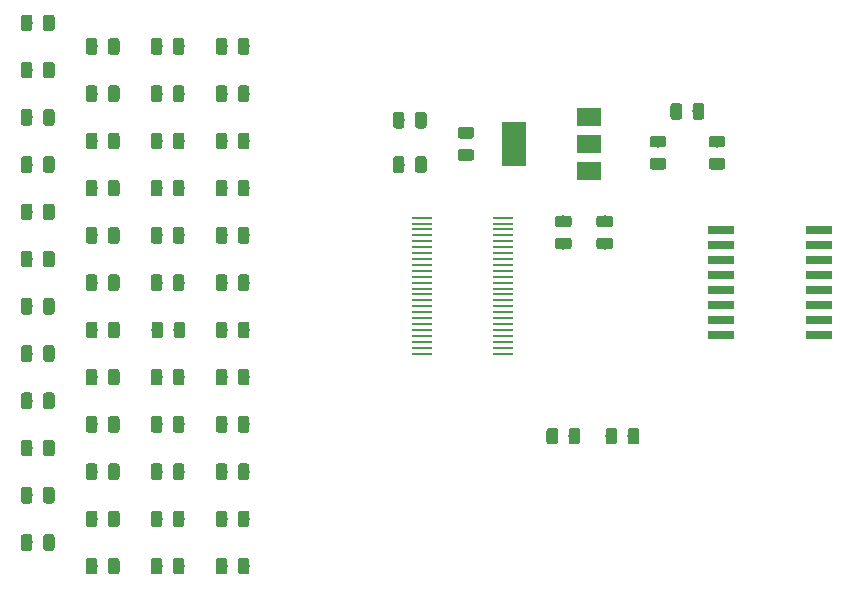
<source format=gbr>
%TF.GenerationSoftware,KiCad,Pcbnew,(5.1.4)-1*%
%TF.CreationDate,2019-10-25T23:27:36-05:00*%
%TF.ProjectId,BPSMinion,4250534d-696e-4696-9f6e-2e6b69636164,rev?*%
%TF.SameCoordinates,Original*%
%TF.FileFunction,Paste,Top*%
%TF.FilePolarity,Positive*%
%FSLAX46Y46*%
G04 Gerber Fmt 4.6, Leading zero omitted, Abs format (unit mm)*
G04 Created by KiCad (PCBNEW (5.1.4)-1) date 2019-10-25 23:27:36*
%MOMM*%
%LPD*%
G04 APERTURE LIST*
%ADD10R,2.200000X0.760000*%
%ADD11R,1.651000X0.254000*%
%ADD12C,0.100000*%
%ADD13C,0.975000*%
%ADD14R,2.000000X1.500000*%
%ADD15R,2.000000X3.800000*%
G04 APERTURE END LIST*
D10*
X166872500Y-79825000D03*
X175127500Y-82365000D03*
X166872500Y-78555000D03*
X166872500Y-81095000D03*
X166872500Y-82365000D03*
X175127500Y-81095000D03*
X175127500Y-83635000D03*
X175127500Y-84905000D03*
X166872500Y-84905000D03*
X175127500Y-87445000D03*
X166872500Y-83635000D03*
X166872500Y-86175000D03*
X175127500Y-86175000D03*
X166872500Y-87445000D03*
X175127500Y-79825000D03*
X175127500Y-78555000D03*
D11*
X148429000Y-77499998D03*
X148429000Y-77999999D03*
X148429000Y-78499998D03*
X148429000Y-79000000D03*
X148429000Y-79499999D03*
X148429000Y-79999998D03*
X148429000Y-80499999D03*
X148429000Y-80999998D03*
X148429000Y-81500000D03*
X148429000Y-81999999D03*
X148429000Y-82499998D03*
X148429000Y-82999999D03*
X148429000Y-83499999D03*
X148429000Y-83999997D03*
X148429000Y-84499999D03*
X148429000Y-84999998D03*
X148429000Y-85500000D03*
X148429000Y-85999999D03*
X148429000Y-86499998D03*
X148429000Y-86999999D03*
X148429000Y-87499998D03*
X148429000Y-88000000D03*
X148429000Y-88499999D03*
X148429000Y-88999998D03*
X141571000Y-89000000D03*
X141571000Y-88499999D03*
X141571000Y-88000000D03*
X141571000Y-87499998D03*
X141571000Y-86999999D03*
X141571000Y-86500000D03*
X141571000Y-85999999D03*
X141571000Y-85500000D03*
X141571000Y-84999998D03*
X141571000Y-84499999D03*
X141571000Y-84000000D03*
X141571000Y-83499999D03*
X141571000Y-82999999D03*
X141571000Y-82499998D03*
X141571000Y-81999999D03*
X141571000Y-81500000D03*
X141571000Y-80999998D03*
X141571000Y-80499999D03*
X141571000Y-79999998D03*
X141571000Y-79499999D03*
X141571000Y-79000000D03*
X141571000Y-78499998D03*
X141571000Y-77999999D03*
X141571000Y-77500000D03*
D12*
G36*
X121205142Y-106301174D02*
G01*
X121228803Y-106304684D01*
X121252007Y-106310496D01*
X121274529Y-106318554D01*
X121296153Y-106328782D01*
X121316670Y-106341079D01*
X121335883Y-106355329D01*
X121353607Y-106371393D01*
X121369671Y-106389117D01*
X121383921Y-106408330D01*
X121396218Y-106428847D01*
X121406446Y-106450471D01*
X121414504Y-106472993D01*
X121420316Y-106496197D01*
X121423826Y-106519858D01*
X121425000Y-106543750D01*
X121425000Y-107456250D01*
X121423826Y-107480142D01*
X121420316Y-107503803D01*
X121414504Y-107527007D01*
X121406446Y-107549529D01*
X121396218Y-107571153D01*
X121383921Y-107591670D01*
X121369671Y-107610883D01*
X121353607Y-107628607D01*
X121335883Y-107644671D01*
X121316670Y-107658921D01*
X121296153Y-107671218D01*
X121274529Y-107681446D01*
X121252007Y-107689504D01*
X121228803Y-107695316D01*
X121205142Y-107698826D01*
X121181250Y-107700000D01*
X120693750Y-107700000D01*
X120669858Y-107698826D01*
X120646197Y-107695316D01*
X120622993Y-107689504D01*
X120600471Y-107681446D01*
X120578847Y-107671218D01*
X120558330Y-107658921D01*
X120539117Y-107644671D01*
X120521393Y-107628607D01*
X120505329Y-107610883D01*
X120491079Y-107591670D01*
X120478782Y-107571153D01*
X120468554Y-107549529D01*
X120460496Y-107527007D01*
X120454684Y-107503803D01*
X120451174Y-107480142D01*
X120450000Y-107456250D01*
X120450000Y-106543750D01*
X120451174Y-106519858D01*
X120454684Y-106496197D01*
X120460496Y-106472993D01*
X120468554Y-106450471D01*
X120478782Y-106428847D01*
X120491079Y-106408330D01*
X120505329Y-106389117D01*
X120521393Y-106371393D01*
X120539117Y-106355329D01*
X120558330Y-106341079D01*
X120578847Y-106328782D01*
X120600471Y-106318554D01*
X120622993Y-106310496D01*
X120646197Y-106304684D01*
X120669858Y-106301174D01*
X120693750Y-106300000D01*
X121181250Y-106300000D01*
X121205142Y-106301174D01*
X121205142Y-106301174D01*
G37*
D13*
X120937500Y-107000000D03*
D12*
G36*
X119330142Y-106301174D02*
G01*
X119353803Y-106304684D01*
X119377007Y-106310496D01*
X119399529Y-106318554D01*
X119421153Y-106328782D01*
X119441670Y-106341079D01*
X119460883Y-106355329D01*
X119478607Y-106371393D01*
X119494671Y-106389117D01*
X119508921Y-106408330D01*
X119521218Y-106428847D01*
X119531446Y-106450471D01*
X119539504Y-106472993D01*
X119545316Y-106496197D01*
X119548826Y-106519858D01*
X119550000Y-106543750D01*
X119550000Y-107456250D01*
X119548826Y-107480142D01*
X119545316Y-107503803D01*
X119539504Y-107527007D01*
X119531446Y-107549529D01*
X119521218Y-107571153D01*
X119508921Y-107591670D01*
X119494671Y-107610883D01*
X119478607Y-107628607D01*
X119460883Y-107644671D01*
X119441670Y-107658921D01*
X119421153Y-107671218D01*
X119399529Y-107681446D01*
X119377007Y-107689504D01*
X119353803Y-107695316D01*
X119330142Y-107698826D01*
X119306250Y-107700000D01*
X118818750Y-107700000D01*
X118794858Y-107698826D01*
X118771197Y-107695316D01*
X118747993Y-107689504D01*
X118725471Y-107681446D01*
X118703847Y-107671218D01*
X118683330Y-107658921D01*
X118664117Y-107644671D01*
X118646393Y-107628607D01*
X118630329Y-107610883D01*
X118616079Y-107591670D01*
X118603782Y-107571153D01*
X118593554Y-107549529D01*
X118585496Y-107527007D01*
X118579684Y-107503803D01*
X118576174Y-107480142D01*
X118575000Y-107456250D01*
X118575000Y-106543750D01*
X118576174Y-106519858D01*
X118579684Y-106496197D01*
X118585496Y-106472993D01*
X118593554Y-106450471D01*
X118603782Y-106428847D01*
X118616079Y-106408330D01*
X118630329Y-106389117D01*
X118646393Y-106371393D01*
X118664117Y-106355329D01*
X118683330Y-106341079D01*
X118703847Y-106328782D01*
X118725471Y-106318554D01*
X118747993Y-106310496D01*
X118771197Y-106304684D01*
X118794858Y-106301174D01*
X118818750Y-106300000D01*
X119306250Y-106300000D01*
X119330142Y-106301174D01*
X119330142Y-106301174D01*
G37*
D13*
X119062500Y-107000000D03*
D12*
G36*
X121205142Y-102301174D02*
G01*
X121228803Y-102304684D01*
X121252007Y-102310496D01*
X121274529Y-102318554D01*
X121296153Y-102328782D01*
X121316670Y-102341079D01*
X121335883Y-102355329D01*
X121353607Y-102371393D01*
X121369671Y-102389117D01*
X121383921Y-102408330D01*
X121396218Y-102428847D01*
X121406446Y-102450471D01*
X121414504Y-102472993D01*
X121420316Y-102496197D01*
X121423826Y-102519858D01*
X121425000Y-102543750D01*
X121425000Y-103456250D01*
X121423826Y-103480142D01*
X121420316Y-103503803D01*
X121414504Y-103527007D01*
X121406446Y-103549529D01*
X121396218Y-103571153D01*
X121383921Y-103591670D01*
X121369671Y-103610883D01*
X121353607Y-103628607D01*
X121335883Y-103644671D01*
X121316670Y-103658921D01*
X121296153Y-103671218D01*
X121274529Y-103681446D01*
X121252007Y-103689504D01*
X121228803Y-103695316D01*
X121205142Y-103698826D01*
X121181250Y-103700000D01*
X120693750Y-103700000D01*
X120669858Y-103698826D01*
X120646197Y-103695316D01*
X120622993Y-103689504D01*
X120600471Y-103681446D01*
X120578847Y-103671218D01*
X120558330Y-103658921D01*
X120539117Y-103644671D01*
X120521393Y-103628607D01*
X120505329Y-103610883D01*
X120491079Y-103591670D01*
X120478782Y-103571153D01*
X120468554Y-103549529D01*
X120460496Y-103527007D01*
X120454684Y-103503803D01*
X120451174Y-103480142D01*
X120450000Y-103456250D01*
X120450000Y-102543750D01*
X120451174Y-102519858D01*
X120454684Y-102496197D01*
X120460496Y-102472993D01*
X120468554Y-102450471D01*
X120478782Y-102428847D01*
X120491079Y-102408330D01*
X120505329Y-102389117D01*
X120521393Y-102371393D01*
X120539117Y-102355329D01*
X120558330Y-102341079D01*
X120578847Y-102328782D01*
X120600471Y-102318554D01*
X120622993Y-102310496D01*
X120646197Y-102304684D01*
X120669858Y-102301174D01*
X120693750Y-102300000D01*
X121181250Y-102300000D01*
X121205142Y-102301174D01*
X121205142Y-102301174D01*
G37*
D13*
X120937500Y-103000000D03*
D12*
G36*
X119330142Y-102301174D02*
G01*
X119353803Y-102304684D01*
X119377007Y-102310496D01*
X119399529Y-102318554D01*
X119421153Y-102328782D01*
X119441670Y-102341079D01*
X119460883Y-102355329D01*
X119478607Y-102371393D01*
X119494671Y-102389117D01*
X119508921Y-102408330D01*
X119521218Y-102428847D01*
X119531446Y-102450471D01*
X119539504Y-102472993D01*
X119545316Y-102496197D01*
X119548826Y-102519858D01*
X119550000Y-102543750D01*
X119550000Y-103456250D01*
X119548826Y-103480142D01*
X119545316Y-103503803D01*
X119539504Y-103527007D01*
X119531446Y-103549529D01*
X119521218Y-103571153D01*
X119508921Y-103591670D01*
X119494671Y-103610883D01*
X119478607Y-103628607D01*
X119460883Y-103644671D01*
X119441670Y-103658921D01*
X119421153Y-103671218D01*
X119399529Y-103681446D01*
X119377007Y-103689504D01*
X119353803Y-103695316D01*
X119330142Y-103698826D01*
X119306250Y-103700000D01*
X118818750Y-103700000D01*
X118794858Y-103698826D01*
X118771197Y-103695316D01*
X118747993Y-103689504D01*
X118725471Y-103681446D01*
X118703847Y-103671218D01*
X118683330Y-103658921D01*
X118664117Y-103644671D01*
X118646393Y-103628607D01*
X118630329Y-103610883D01*
X118616079Y-103591670D01*
X118603782Y-103571153D01*
X118593554Y-103549529D01*
X118585496Y-103527007D01*
X118579684Y-103503803D01*
X118576174Y-103480142D01*
X118575000Y-103456250D01*
X118575000Y-102543750D01*
X118576174Y-102519858D01*
X118579684Y-102496197D01*
X118585496Y-102472993D01*
X118593554Y-102450471D01*
X118603782Y-102428847D01*
X118616079Y-102408330D01*
X118630329Y-102389117D01*
X118646393Y-102371393D01*
X118664117Y-102355329D01*
X118683330Y-102341079D01*
X118703847Y-102328782D01*
X118725471Y-102318554D01*
X118747993Y-102310496D01*
X118771197Y-102304684D01*
X118794858Y-102301174D01*
X118818750Y-102300000D01*
X119306250Y-102300000D01*
X119330142Y-102301174D01*
X119330142Y-102301174D01*
G37*
D13*
X119062500Y-103000000D03*
D12*
G36*
X121205142Y-98301174D02*
G01*
X121228803Y-98304684D01*
X121252007Y-98310496D01*
X121274529Y-98318554D01*
X121296153Y-98328782D01*
X121316670Y-98341079D01*
X121335883Y-98355329D01*
X121353607Y-98371393D01*
X121369671Y-98389117D01*
X121383921Y-98408330D01*
X121396218Y-98428847D01*
X121406446Y-98450471D01*
X121414504Y-98472993D01*
X121420316Y-98496197D01*
X121423826Y-98519858D01*
X121425000Y-98543750D01*
X121425000Y-99456250D01*
X121423826Y-99480142D01*
X121420316Y-99503803D01*
X121414504Y-99527007D01*
X121406446Y-99549529D01*
X121396218Y-99571153D01*
X121383921Y-99591670D01*
X121369671Y-99610883D01*
X121353607Y-99628607D01*
X121335883Y-99644671D01*
X121316670Y-99658921D01*
X121296153Y-99671218D01*
X121274529Y-99681446D01*
X121252007Y-99689504D01*
X121228803Y-99695316D01*
X121205142Y-99698826D01*
X121181250Y-99700000D01*
X120693750Y-99700000D01*
X120669858Y-99698826D01*
X120646197Y-99695316D01*
X120622993Y-99689504D01*
X120600471Y-99681446D01*
X120578847Y-99671218D01*
X120558330Y-99658921D01*
X120539117Y-99644671D01*
X120521393Y-99628607D01*
X120505329Y-99610883D01*
X120491079Y-99591670D01*
X120478782Y-99571153D01*
X120468554Y-99549529D01*
X120460496Y-99527007D01*
X120454684Y-99503803D01*
X120451174Y-99480142D01*
X120450000Y-99456250D01*
X120450000Y-98543750D01*
X120451174Y-98519858D01*
X120454684Y-98496197D01*
X120460496Y-98472993D01*
X120468554Y-98450471D01*
X120478782Y-98428847D01*
X120491079Y-98408330D01*
X120505329Y-98389117D01*
X120521393Y-98371393D01*
X120539117Y-98355329D01*
X120558330Y-98341079D01*
X120578847Y-98328782D01*
X120600471Y-98318554D01*
X120622993Y-98310496D01*
X120646197Y-98304684D01*
X120669858Y-98301174D01*
X120693750Y-98300000D01*
X121181250Y-98300000D01*
X121205142Y-98301174D01*
X121205142Y-98301174D01*
G37*
D13*
X120937500Y-99000000D03*
D12*
G36*
X119330142Y-98301174D02*
G01*
X119353803Y-98304684D01*
X119377007Y-98310496D01*
X119399529Y-98318554D01*
X119421153Y-98328782D01*
X119441670Y-98341079D01*
X119460883Y-98355329D01*
X119478607Y-98371393D01*
X119494671Y-98389117D01*
X119508921Y-98408330D01*
X119521218Y-98428847D01*
X119531446Y-98450471D01*
X119539504Y-98472993D01*
X119545316Y-98496197D01*
X119548826Y-98519858D01*
X119550000Y-98543750D01*
X119550000Y-99456250D01*
X119548826Y-99480142D01*
X119545316Y-99503803D01*
X119539504Y-99527007D01*
X119531446Y-99549529D01*
X119521218Y-99571153D01*
X119508921Y-99591670D01*
X119494671Y-99610883D01*
X119478607Y-99628607D01*
X119460883Y-99644671D01*
X119441670Y-99658921D01*
X119421153Y-99671218D01*
X119399529Y-99681446D01*
X119377007Y-99689504D01*
X119353803Y-99695316D01*
X119330142Y-99698826D01*
X119306250Y-99700000D01*
X118818750Y-99700000D01*
X118794858Y-99698826D01*
X118771197Y-99695316D01*
X118747993Y-99689504D01*
X118725471Y-99681446D01*
X118703847Y-99671218D01*
X118683330Y-99658921D01*
X118664117Y-99644671D01*
X118646393Y-99628607D01*
X118630329Y-99610883D01*
X118616079Y-99591670D01*
X118603782Y-99571153D01*
X118593554Y-99549529D01*
X118585496Y-99527007D01*
X118579684Y-99503803D01*
X118576174Y-99480142D01*
X118575000Y-99456250D01*
X118575000Y-98543750D01*
X118576174Y-98519858D01*
X118579684Y-98496197D01*
X118585496Y-98472993D01*
X118593554Y-98450471D01*
X118603782Y-98428847D01*
X118616079Y-98408330D01*
X118630329Y-98389117D01*
X118646393Y-98371393D01*
X118664117Y-98355329D01*
X118683330Y-98341079D01*
X118703847Y-98328782D01*
X118725471Y-98318554D01*
X118747993Y-98310496D01*
X118771197Y-98304684D01*
X118794858Y-98301174D01*
X118818750Y-98300000D01*
X119306250Y-98300000D01*
X119330142Y-98301174D01*
X119330142Y-98301174D01*
G37*
D13*
X119062500Y-99000000D03*
D12*
G36*
X121205142Y-94301174D02*
G01*
X121228803Y-94304684D01*
X121252007Y-94310496D01*
X121274529Y-94318554D01*
X121296153Y-94328782D01*
X121316670Y-94341079D01*
X121335883Y-94355329D01*
X121353607Y-94371393D01*
X121369671Y-94389117D01*
X121383921Y-94408330D01*
X121396218Y-94428847D01*
X121406446Y-94450471D01*
X121414504Y-94472993D01*
X121420316Y-94496197D01*
X121423826Y-94519858D01*
X121425000Y-94543750D01*
X121425000Y-95456250D01*
X121423826Y-95480142D01*
X121420316Y-95503803D01*
X121414504Y-95527007D01*
X121406446Y-95549529D01*
X121396218Y-95571153D01*
X121383921Y-95591670D01*
X121369671Y-95610883D01*
X121353607Y-95628607D01*
X121335883Y-95644671D01*
X121316670Y-95658921D01*
X121296153Y-95671218D01*
X121274529Y-95681446D01*
X121252007Y-95689504D01*
X121228803Y-95695316D01*
X121205142Y-95698826D01*
X121181250Y-95700000D01*
X120693750Y-95700000D01*
X120669858Y-95698826D01*
X120646197Y-95695316D01*
X120622993Y-95689504D01*
X120600471Y-95681446D01*
X120578847Y-95671218D01*
X120558330Y-95658921D01*
X120539117Y-95644671D01*
X120521393Y-95628607D01*
X120505329Y-95610883D01*
X120491079Y-95591670D01*
X120478782Y-95571153D01*
X120468554Y-95549529D01*
X120460496Y-95527007D01*
X120454684Y-95503803D01*
X120451174Y-95480142D01*
X120450000Y-95456250D01*
X120450000Y-94543750D01*
X120451174Y-94519858D01*
X120454684Y-94496197D01*
X120460496Y-94472993D01*
X120468554Y-94450471D01*
X120478782Y-94428847D01*
X120491079Y-94408330D01*
X120505329Y-94389117D01*
X120521393Y-94371393D01*
X120539117Y-94355329D01*
X120558330Y-94341079D01*
X120578847Y-94328782D01*
X120600471Y-94318554D01*
X120622993Y-94310496D01*
X120646197Y-94304684D01*
X120669858Y-94301174D01*
X120693750Y-94300000D01*
X121181250Y-94300000D01*
X121205142Y-94301174D01*
X121205142Y-94301174D01*
G37*
D13*
X120937500Y-95000000D03*
D12*
G36*
X119330142Y-94301174D02*
G01*
X119353803Y-94304684D01*
X119377007Y-94310496D01*
X119399529Y-94318554D01*
X119421153Y-94328782D01*
X119441670Y-94341079D01*
X119460883Y-94355329D01*
X119478607Y-94371393D01*
X119494671Y-94389117D01*
X119508921Y-94408330D01*
X119521218Y-94428847D01*
X119531446Y-94450471D01*
X119539504Y-94472993D01*
X119545316Y-94496197D01*
X119548826Y-94519858D01*
X119550000Y-94543750D01*
X119550000Y-95456250D01*
X119548826Y-95480142D01*
X119545316Y-95503803D01*
X119539504Y-95527007D01*
X119531446Y-95549529D01*
X119521218Y-95571153D01*
X119508921Y-95591670D01*
X119494671Y-95610883D01*
X119478607Y-95628607D01*
X119460883Y-95644671D01*
X119441670Y-95658921D01*
X119421153Y-95671218D01*
X119399529Y-95681446D01*
X119377007Y-95689504D01*
X119353803Y-95695316D01*
X119330142Y-95698826D01*
X119306250Y-95700000D01*
X118818750Y-95700000D01*
X118794858Y-95698826D01*
X118771197Y-95695316D01*
X118747993Y-95689504D01*
X118725471Y-95681446D01*
X118703847Y-95671218D01*
X118683330Y-95658921D01*
X118664117Y-95644671D01*
X118646393Y-95628607D01*
X118630329Y-95610883D01*
X118616079Y-95591670D01*
X118603782Y-95571153D01*
X118593554Y-95549529D01*
X118585496Y-95527007D01*
X118579684Y-95503803D01*
X118576174Y-95480142D01*
X118575000Y-95456250D01*
X118575000Y-94543750D01*
X118576174Y-94519858D01*
X118579684Y-94496197D01*
X118585496Y-94472993D01*
X118593554Y-94450471D01*
X118603782Y-94428847D01*
X118616079Y-94408330D01*
X118630329Y-94389117D01*
X118646393Y-94371393D01*
X118664117Y-94355329D01*
X118683330Y-94341079D01*
X118703847Y-94328782D01*
X118725471Y-94318554D01*
X118747993Y-94310496D01*
X118771197Y-94304684D01*
X118794858Y-94301174D01*
X118818750Y-94300000D01*
X119306250Y-94300000D01*
X119330142Y-94301174D01*
X119330142Y-94301174D01*
G37*
D13*
X119062500Y-95000000D03*
D12*
G36*
X121205142Y-90301174D02*
G01*
X121228803Y-90304684D01*
X121252007Y-90310496D01*
X121274529Y-90318554D01*
X121296153Y-90328782D01*
X121316670Y-90341079D01*
X121335883Y-90355329D01*
X121353607Y-90371393D01*
X121369671Y-90389117D01*
X121383921Y-90408330D01*
X121396218Y-90428847D01*
X121406446Y-90450471D01*
X121414504Y-90472993D01*
X121420316Y-90496197D01*
X121423826Y-90519858D01*
X121425000Y-90543750D01*
X121425000Y-91456250D01*
X121423826Y-91480142D01*
X121420316Y-91503803D01*
X121414504Y-91527007D01*
X121406446Y-91549529D01*
X121396218Y-91571153D01*
X121383921Y-91591670D01*
X121369671Y-91610883D01*
X121353607Y-91628607D01*
X121335883Y-91644671D01*
X121316670Y-91658921D01*
X121296153Y-91671218D01*
X121274529Y-91681446D01*
X121252007Y-91689504D01*
X121228803Y-91695316D01*
X121205142Y-91698826D01*
X121181250Y-91700000D01*
X120693750Y-91700000D01*
X120669858Y-91698826D01*
X120646197Y-91695316D01*
X120622993Y-91689504D01*
X120600471Y-91681446D01*
X120578847Y-91671218D01*
X120558330Y-91658921D01*
X120539117Y-91644671D01*
X120521393Y-91628607D01*
X120505329Y-91610883D01*
X120491079Y-91591670D01*
X120478782Y-91571153D01*
X120468554Y-91549529D01*
X120460496Y-91527007D01*
X120454684Y-91503803D01*
X120451174Y-91480142D01*
X120450000Y-91456250D01*
X120450000Y-90543750D01*
X120451174Y-90519858D01*
X120454684Y-90496197D01*
X120460496Y-90472993D01*
X120468554Y-90450471D01*
X120478782Y-90428847D01*
X120491079Y-90408330D01*
X120505329Y-90389117D01*
X120521393Y-90371393D01*
X120539117Y-90355329D01*
X120558330Y-90341079D01*
X120578847Y-90328782D01*
X120600471Y-90318554D01*
X120622993Y-90310496D01*
X120646197Y-90304684D01*
X120669858Y-90301174D01*
X120693750Y-90300000D01*
X121181250Y-90300000D01*
X121205142Y-90301174D01*
X121205142Y-90301174D01*
G37*
D13*
X120937500Y-91000000D03*
D12*
G36*
X119330142Y-90301174D02*
G01*
X119353803Y-90304684D01*
X119377007Y-90310496D01*
X119399529Y-90318554D01*
X119421153Y-90328782D01*
X119441670Y-90341079D01*
X119460883Y-90355329D01*
X119478607Y-90371393D01*
X119494671Y-90389117D01*
X119508921Y-90408330D01*
X119521218Y-90428847D01*
X119531446Y-90450471D01*
X119539504Y-90472993D01*
X119545316Y-90496197D01*
X119548826Y-90519858D01*
X119550000Y-90543750D01*
X119550000Y-91456250D01*
X119548826Y-91480142D01*
X119545316Y-91503803D01*
X119539504Y-91527007D01*
X119531446Y-91549529D01*
X119521218Y-91571153D01*
X119508921Y-91591670D01*
X119494671Y-91610883D01*
X119478607Y-91628607D01*
X119460883Y-91644671D01*
X119441670Y-91658921D01*
X119421153Y-91671218D01*
X119399529Y-91681446D01*
X119377007Y-91689504D01*
X119353803Y-91695316D01*
X119330142Y-91698826D01*
X119306250Y-91700000D01*
X118818750Y-91700000D01*
X118794858Y-91698826D01*
X118771197Y-91695316D01*
X118747993Y-91689504D01*
X118725471Y-91681446D01*
X118703847Y-91671218D01*
X118683330Y-91658921D01*
X118664117Y-91644671D01*
X118646393Y-91628607D01*
X118630329Y-91610883D01*
X118616079Y-91591670D01*
X118603782Y-91571153D01*
X118593554Y-91549529D01*
X118585496Y-91527007D01*
X118579684Y-91503803D01*
X118576174Y-91480142D01*
X118575000Y-91456250D01*
X118575000Y-90543750D01*
X118576174Y-90519858D01*
X118579684Y-90496197D01*
X118585496Y-90472993D01*
X118593554Y-90450471D01*
X118603782Y-90428847D01*
X118616079Y-90408330D01*
X118630329Y-90389117D01*
X118646393Y-90371393D01*
X118664117Y-90355329D01*
X118683330Y-90341079D01*
X118703847Y-90328782D01*
X118725471Y-90318554D01*
X118747993Y-90310496D01*
X118771197Y-90304684D01*
X118794858Y-90301174D01*
X118818750Y-90300000D01*
X119306250Y-90300000D01*
X119330142Y-90301174D01*
X119330142Y-90301174D01*
G37*
D13*
X119062500Y-91000000D03*
D12*
G36*
X121267642Y-86301174D02*
G01*
X121291303Y-86304684D01*
X121314507Y-86310496D01*
X121337029Y-86318554D01*
X121358653Y-86328782D01*
X121379170Y-86341079D01*
X121398383Y-86355329D01*
X121416107Y-86371393D01*
X121432171Y-86389117D01*
X121446421Y-86408330D01*
X121458718Y-86428847D01*
X121468946Y-86450471D01*
X121477004Y-86472993D01*
X121482816Y-86496197D01*
X121486326Y-86519858D01*
X121487500Y-86543750D01*
X121487500Y-87456250D01*
X121486326Y-87480142D01*
X121482816Y-87503803D01*
X121477004Y-87527007D01*
X121468946Y-87549529D01*
X121458718Y-87571153D01*
X121446421Y-87591670D01*
X121432171Y-87610883D01*
X121416107Y-87628607D01*
X121398383Y-87644671D01*
X121379170Y-87658921D01*
X121358653Y-87671218D01*
X121337029Y-87681446D01*
X121314507Y-87689504D01*
X121291303Y-87695316D01*
X121267642Y-87698826D01*
X121243750Y-87700000D01*
X120756250Y-87700000D01*
X120732358Y-87698826D01*
X120708697Y-87695316D01*
X120685493Y-87689504D01*
X120662971Y-87681446D01*
X120641347Y-87671218D01*
X120620830Y-87658921D01*
X120601617Y-87644671D01*
X120583893Y-87628607D01*
X120567829Y-87610883D01*
X120553579Y-87591670D01*
X120541282Y-87571153D01*
X120531054Y-87549529D01*
X120522996Y-87527007D01*
X120517184Y-87503803D01*
X120513674Y-87480142D01*
X120512500Y-87456250D01*
X120512500Y-86543750D01*
X120513674Y-86519858D01*
X120517184Y-86496197D01*
X120522996Y-86472993D01*
X120531054Y-86450471D01*
X120541282Y-86428847D01*
X120553579Y-86408330D01*
X120567829Y-86389117D01*
X120583893Y-86371393D01*
X120601617Y-86355329D01*
X120620830Y-86341079D01*
X120641347Y-86328782D01*
X120662971Y-86318554D01*
X120685493Y-86310496D01*
X120708697Y-86304684D01*
X120732358Y-86301174D01*
X120756250Y-86300000D01*
X121243750Y-86300000D01*
X121267642Y-86301174D01*
X121267642Y-86301174D01*
G37*
D13*
X121000000Y-87000000D03*
D12*
G36*
X119392642Y-86301174D02*
G01*
X119416303Y-86304684D01*
X119439507Y-86310496D01*
X119462029Y-86318554D01*
X119483653Y-86328782D01*
X119504170Y-86341079D01*
X119523383Y-86355329D01*
X119541107Y-86371393D01*
X119557171Y-86389117D01*
X119571421Y-86408330D01*
X119583718Y-86428847D01*
X119593946Y-86450471D01*
X119602004Y-86472993D01*
X119607816Y-86496197D01*
X119611326Y-86519858D01*
X119612500Y-86543750D01*
X119612500Y-87456250D01*
X119611326Y-87480142D01*
X119607816Y-87503803D01*
X119602004Y-87527007D01*
X119593946Y-87549529D01*
X119583718Y-87571153D01*
X119571421Y-87591670D01*
X119557171Y-87610883D01*
X119541107Y-87628607D01*
X119523383Y-87644671D01*
X119504170Y-87658921D01*
X119483653Y-87671218D01*
X119462029Y-87681446D01*
X119439507Y-87689504D01*
X119416303Y-87695316D01*
X119392642Y-87698826D01*
X119368750Y-87700000D01*
X118881250Y-87700000D01*
X118857358Y-87698826D01*
X118833697Y-87695316D01*
X118810493Y-87689504D01*
X118787971Y-87681446D01*
X118766347Y-87671218D01*
X118745830Y-87658921D01*
X118726617Y-87644671D01*
X118708893Y-87628607D01*
X118692829Y-87610883D01*
X118678579Y-87591670D01*
X118666282Y-87571153D01*
X118656054Y-87549529D01*
X118647996Y-87527007D01*
X118642184Y-87503803D01*
X118638674Y-87480142D01*
X118637500Y-87456250D01*
X118637500Y-86543750D01*
X118638674Y-86519858D01*
X118642184Y-86496197D01*
X118647996Y-86472993D01*
X118656054Y-86450471D01*
X118666282Y-86428847D01*
X118678579Y-86408330D01*
X118692829Y-86389117D01*
X118708893Y-86371393D01*
X118726617Y-86355329D01*
X118745830Y-86341079D01*
X118766347Y-86328782D01*
X118787971Y-86318554D01*
X118810493Y-86310496D01*
X118833697Y-86304684D01*
X118857358Y-86301174D01*
X118881250Y-86300000D01*
X119368750Y-86300000D01*
X119392642Y-86301174D01*
X119392642Y-86301174D01*
G37*
D13*
X119125000Y-87000000D03*
D12*
G36*
X121205142Y-82301174D02*
G01*
X121228803Y-82304684D01*
X121252007Y-82310496D01*
X121274529Y-82318554D01*
X121296153Y-82328782D01*
X121316670Y-82341079D01*
X121335883Y-82355329D01*
X121353607Y-82371393D01*
X121369671Y-82389117D01*
X121383921Y-82408330D01*
X121396218Y-82428847D01*
X121406446Y-82450471D01*
X121414504Y-82472993D01*
X121420316Y-82496197D01*
X121423826Y-82519858D01*
X121425000Y-82543750D01*
X121425000Y-83456250D01*
X121423826Y-83480142D01*
X121420316Y-83503803D01*
X121414504Y-83527007D01*
X121406446Y-83549529D01*
X121396218Y-83571153D01*
X121383921Y-83591670D01*
X121369671Y-83610883D01*
X121353607Y-83628607D01*
X121335883Y-83644671D01*
X121316670Y-83658921D01*
X121296153Y-83671218D01*
X121274529Y-83681446D01*
X121252007Y-83689504D01*
X121228803Y-83695316D01*
X121205142Y-83698826D01*
X121181250Y-83700000D01*
X120693750Y-83700000D01*
X120669858Y-83698826D01*
X120646197Y-83695316D01*
X120622993Y-83689504D01*
X120600471Y-83681446D01*
X120578847Y-83671218D01*
X120558330Y-83658921D01*
X120539117Y-83644671D01*
X120521393Y-83628607D01*
X120505329Y-83610883D01*
X120491079Y-83591670D01*
X120478782Y-83571153D01*
X120468554Y-83549529D01*
X120460496Y-83527007D01*
X120454684Y-83503803D01*
X120451174Y-83480142D01*
X120450000Y-83456250D01*
X120450000Y-82543750D01*
X120451174Y-82519858D01*
X120454684Y-82496197D01*
X120460496Y-82472993D01*
X120468554Y-82450471D01*
X120478782Y-82428847D01*
X120491079Y-82408330D01*
X120505329Y-82389117D01*
X120521393Y-82371393D01*
X120539117Y-82355329D01*
X120558330Y-82341079D01*
X120578847Y-82328782D01*
X120600471Y-82318554D01*
X120622993Y-82310496D01*
X120646197Y-82304684D01*
X120669858Y-82301174D01*
X120693750Y-82300000D01*
X121181250Y-82300000D01*
X121205142Y-82301174D01*
X121205142Y-82301174D01*
G37*
D13*
X120937500Y-83000000D03*
D12*
G36*
X119330142Y-82301174D02*
G01*
X119353803Y-82304684D01*
X119377007Y-82310496D01*
X119399529Y-82318554D01*
X119421153Y-82328782D01*
X119441670Y-82341079D01*
X119460883Y-82355329D01*
X119478607Y-82371393D01*
X119494671Y-82389117D01*
X119508921Y-82408330D01*
X119521218Y-82428847D01*
X119531446Y-82450471D01*
X119539504Y-82472993D01*
X119545316Y-82496197D01*
X119548826Y-82519858D01*
X119550000Y-82543750D01*
X119550000Y-83456250D01*
X119548826Y-83480142D01*
X119545316Y-83503803D01*
X119539504Y-83527007D01*
X119531446Y-83549529D01*
X119521218Y-83571153D01*
X119508921Y-83591670D01*
X119494671Y-83610883D01*
X119478607Y-83628607D01*
X119460883Y-83644671D01*
X119441670Y-83658921D01*
X119421153Y-83671218D01*
X119399529Y-83681446D01*
X119377007Y-83689504D01*
X119353803Y-83695316D01*
X119330142Y-83698826D01*
X119306250Y-83700000D01*
X118818750Y-83700000D01*
X118794858Y-83698826D01*
X118771197Y-83695316D01*
X118747993Y-83689504D01*
X118725471Y-83681446D01*
X118703847Y-83671218D01*
X118683330Y-83658921D01*
X118664117Y-83644671D01*
X118646393Y-83628607D01*
X118630329Y-83610883D01*
X118616079Y-83591670D01*
X118603782Y-83571153D01*
X118593554Y-83549529D01*
X118585496Y-83527007D01*
X118579684Y-83503803D01*
X118576174Y-83480142D01*
X118575000Y-83456250D01*
X118575000Y-82543750D01*
X118576174Y-82519858D01*
X118579684Y-82496197D01*
X118585496Y-82472993D01*
X118593554Y-82450471D01*
X118603782Y-82428847D01*
X118616079Y-82408330D01*
X118630329Y-82389117D01*
X118646393Y-82371393D01*
X118664117Y-82355329D01*
X118683330Y-82341079D01*
X118703847Y-82328782D01*
X118725471Y-82318554D01*
X118747993Y-82310496D01*
X118771197Y-82304684D01*
X118794858Y-82301174D01*
X118818750Y-82300000D01*
X119306250Y-82300000D01*
X119330142Y-82301174D01*
X119330142Y-82301174D01*
G37*
D13*
X119062500Y-83000000D03*
D12*
G36*
X121205142Y-78301174D02*
G01*
X121228803Y-78304684D01*
X121252007Y-78310496D01*
X121274529Y-78318554D01*
X121296153Y-78328782D01*
X121316670Y-78341079D01*
X121335883Y-78355329D01*
X121353607Y-78371393D01*
X121369671Y-78389117D01*
X121383921Y-78408330D01*
X121396218Y-78428847D01*
X121406446Y-78450471D01*
X121414504Y-78472993D01*
X121420316Y-78496197D01*
X121423826Y-78519858D01*
X121425000Y-78543750D01*
X121425000Y-79456250D01*
X121423826Y-79480142D01*
X121420316Y-79503803D01*
X121414504Y-79527007D01*
X121406446Y-79549529D01*
X121396218Y-79571153D01*
X121383921Y-79591670D01*
X121369671Y-79610883D01*
X121353607Y-79628607D01*
X121335883Y-79644671D01*
X121316670Y-79658921D01*
X121296153Y-79671218D01*
X121274529Y-79681446D01*
X121252007Y-79689504D01*
X121228803Y-79695316D01*
X121205142Y-79698826D01*
X121181250Y-79700000D01*
X120693750Y-79700000D01*
X120669858Y-79698826D01*
X120646197Y-79695316D01*
X120622993Y-79689504D01*
X120600471Y-79681446D01*
X120578847Y-79671218D01*
X120558330Y-79658921D01*
X120539117Y-79644671D01*
X120521393Y-79628607D01*
X120505329Y-79610883D01*
X120491079Y-79591670D01*
X120478782Y-79571153D01*
X120468554Y-79549529D01*
X120460496Y-79527007D01*
X120454684Y-79503803D01*
X120451174Y-79480142D01*
X120450000Y-79456250D01*
X120450000Y-78543750D01*
X120451174Y-78519858D01*
X120454684Y-78496197D01*
X120460496Y-78472993D01*
X120468554Y-78450471D01*
X120478782Y-78428847D01*
X120491079Y-78408330D01*
X120505329Y-78389117D01*
X120521393Y-78371393D01*
X120539117Y-78355329D01*
X120558330Y-78341079D01*
X120578847Y-78328782D01*
X120600471Y-78318554D01*
X120622993Y-78310496D01*
X120646197Y-78304684D01*
X120669858Y-78301174D01*
X120693750Y-78300000D01*
X121181250Y-78300000D01*
X121205142Y-78301174D01*
X121205142Y-78301174D01*
G37*
D13*
X120937500Y-79000000D03*
D12*
G36*
X119330142Y-78301174D02*
G01*
X119353803Y-78304684D01*
X119377007Y-78310496D01*
X119399529Y-78318554D01*
X119421153Y-78328782D01*
X119441670Y-78341079D01*
X119460883Y-78355329D01*
X119478607Y-78371393D01*
X119494671Y-78389117D01*
X119508921Y-78408330D01*
X119521218Y-78428847D01*
X119531446Y-78450471D01*
X119539504Y-78472993D01*
X119545316Y-78496197D01*
X119548826Y-78519858D01*
X119550000Y-78543750D01*
X119550000Y-79456250D01*
X119548826Y-79480142D01*
X119545316Y-79503803D01*
X119539504Y-79527007D01*
X119531446Y-79549529D01*
X119521218Y-79571153D01*
X119508921Y-79591670D01*
X119494671Y-79610883D01*
X119478607Y-79628607D01*
X119460883Y-79644671D01*
X119441670Y-79658921D01*
X119421153Y-79671218D01*
X119399529Y-79681446D01*
X119377007Y-79689504D01*
X119353803Y-79695316D01*
X119330142Y-79698826D01*
X119306250Y-79700000D01*
X118818750Y-79700000D01*
X118794858Y-79698826D01*
X118771197Y-79695316D01*
X118747993Y-79689504D01*
X118725471Y-79681446D01*
X118703847Y-79671218D01*
X118683330Y-79658921D01*
X118664117Y-79644671D01*
X118646393Y-79628607D01*
X118630329Y-79610883D01*
X118616079Y-79591670D01*
X118603782Y-79571153D01*
X118593554Y-79549529D01*
X118585496Y-79527007D01*
X118579684Y-79503803D01*
X118576174Y-79480142D01*
X118575000Y-79456250D01*
X118575000Y-78543750D01*
X118576174Y-78519858D01*
X118579684Y-78496197D01*
X118585496Y-78472993D01*
X118593554Y-78450471D01*
X118603782Y-78428847D01*
X118616079Y-78408330D01*
X118630329Y-78389117D01*
X118646393Y-78371393D01*
X118664117Y-78355329D01*
X118683330Y-78341079D01*
X118703847Y-78328782D01*
X118725471Y-78318554D01*
X118747993Y-78310496D01*
X118771197Y-78304684D01*
X118794858Y-78301174D01*
X118818750Y-78300000D01*
X119306250Y-78300000D01*
X119330142Y-78301174D01*
X119330142Y-78301174D01*
G37*
D13*
X119062500Y-79000000D03*
D12*
G36*
X121205142Y-74301174D02*
G01*
X121228803Y-74304684D01*
X121252007Y-74310496D01*
X121274529Y-74318554D01*
X121296153Y-74328782D01*
X121316670Y-74341079D01*
X121335883Y-74355329D01*
X121353607Y-74371393D01*
X121369671Y-74389117D01*
X121383921Y-74408330D01*
X121396218Y-74428847D01*
X121406446Y-74450471D01*
X121414504Y-74472993D01*
X121420316Y-74496197D01*
X121423826Y-74519858D01*
X121425000Y-74543750D01*
X121425000Y-75456250D01*
X121423826Y-75480142D01*
X121420316Y-75503803D01*
X121414504Y-75527007D01*
X121406446Y-75549529D01*
X121396218Y-75571153D01*
X121383921Y-75591670D01*
X121369671Y-75610883D01*
X121353607Y-75628607D01*
X121335883Y-75644671D01*
X121316670Y-75658921D01*
X121296153Y-75671218D01*
X121274529Y-75681446D01*
X121252007Y-75689504D01*
X121228803Y-75695316D01*
X121205142Y-75698826D01*
X121181250Y-75700000D01*
X120693750Y-75700000D01*
X120669858Y-75698826D01*
X120646197Y-75695316D01*
X120622993Y-75689504D01*
X120600471Y-75681446D01*
X120578847Y-75671218D01*
X120558330Y-75658921D01*
X120539117Y-75644671D01*
X120521393Y-75628607D01*
X120505329Y-75610883D01*
X120491079Y-75591670D01*
X120478782Y-75571153D01*
X120468554Y-75549529D01*
X120460496Y-75527007D01*
X120454684Y-75503803D01*
X120451174Y-75480142D01*
X120450000Y-75456250D01*
X120450000Y-74543750D01*
X120451174Y-74519858D01*
X120454684Y-74496197D01*
X120460496Y-74472993D01*
X120468554Y-74450471D01*
X120478782Y-74428847D01*
X120491079Y-74408330D01*
X120505329Y-74389117D01*
X120521393Y-74371393D01*
X120539117Y-74355329D01*
X120558330Y-74341079D01*
X120578847Y-74328782D01*
X120600471Y-74318554D01*
X120622993Y-74310496D01*
X120646197Y-74304684D01*
X120669858Y-74301174D01*
X120693750Y-74300000D01*
X121181250Y-74300000D01*
X121205142Y-74301174D01*
X121205142Y-74301174D01*
G37*
D13*
X120937500Y-75000000D03*
D12*
G36*
X119330142Y-74301174D02*
G01*
X119353803Y-74304684D01*
X119377007Y-74310496D01*
X119399529Y-74318554D01*
X119421153Y-74328782D01*
X119441670Y-74341079D01*
X119460883Y-74355329D01*
X119478607Y-74371393D01*
X119494671Y-74389117D01*
X119508921Y-74408330D01*
X119521218Y-74428847D01*
X119531446Y-74450471D01*
X119539504Y-74472993D01*
X119545316Y-74496197D01*
X119548826Y-74519858D01*
X119550000Y-74543750D01*
X119550000Y-75456250D01*
X119548826Y-75480142D01*
X119545316Y-75503803D01*
X119539504Y-75527007D01*
X119531446Y-75549529D01*
X119521218Y-75571153D01*
X119508921Y-75591670D01*
X119494671Y-75610883D01*
X119478607Y-75628607D01*
X119460883Y-75644671D01*
X119441670Y-75658921D01*
X119421153Y-75671218D01*
X119399529Y-75681446D01*
X119377007Y-75689504D01*
X119353803Y-75695316D01*
X119330142Y-75698826D01*
X119306250Y-75700000D01*
X118818750Y-75700000D01*
X118794858Y-75698826D01*
X118771197Y-75695316D01*
X118747993Y-75689504D01*
X118725471Y-75681446D01*
X118703847Y-75671218D01*
X118683330Y-75658921D01*
X118664117Y-75644671D01*
X118646393Y-75628607D01*
X118630329Y-75610883D01*
X118616079Y-75591670D01*
X118603782Y-75571153D01*
X118593554Y-75549529D01*
X118585496Y-75527007D01*
X118579684Y-75503803D01*
X118576174Y-75480142D01*
X118575000Y-75456250D01*
X118575000Y-74543750D01*
X118576174Y-74519858D01*
X118579684Y-74496197D01*
X118585496Y-74472993D01*
X118593554Y-74450471D01*
X118603782Y-74428847D01*
X118616079Y-74408330D01*
X118630329Y-74389117D01*
X118646393Y-74371393D01*
X118664117Y-74355329D01*
X118683330Y-74341079D01*
X118703847Y-74328782D01*
X118725471Y-74318554D01*
X118747993Y-74310496D01*
X118771197Y-74304684D01*
X118794858Y-74301174D01*
X118818750Y-74300000D01*
X119306250Y-74300000D01*
X119330142Y-74301174D01*
X119330142Y-74301174D01*
G37*
D13*
X119062500Y-75000000D03*
D12*
G36*
X121205142Y-70301174D02*
G01*
X121228803Y-70304684D01*
X121252007Y-70310496D01*
X121274529Y-70318554D01*
X121296153Y-70328782D01*
X121316670Y-70341079D01*
X121335883Y-70355329D01*
X121353607Y-70371393D01*
X121369671Y-70389117D01*
X121383921Y-70408330D01*
X121396218Y-70428847D01*
X121406446Y-70450471D01*
X121414504Y-70472993D01*
X121420316Y-70496197D01*
X121423826Y-70519858D01*
X121425000Y-70543750D01*
X121425000Y-71456250D01*
X121423826Y-71480142D01*
X121420316Y-71503803D01*
X121414504Y-71527007D01*
X121406446Y-71549529D01*
X121396218Y-71571153D01*
X121383921Y-71591670D01*
X121369671Y-71610883D01*
X121353607Y-71628607D01*
X121335883Y-71644671D01*
X121316670Y-71658921D01*
X121296153Y-71671218D01*
X121274529Y-71681446D01*
X121252007Y-71689504D01*
X121228803Y-71695316D01*
X121205142Y-71698826D01*
X121181250Y-71700000D01*
X120693750Y-71700000D01*
X120669858Y-71698826D01*
X120646197Y-71695316D01*
X120622993Y-71689504D01*
X120600471Y-71681446D01*
X120578847Y-71671218D01*
X120558330Y-71658921D01*
X120539117Y-71644671D01*
X120521393Y-71628607D01*
X120505329Y-71610883D01*
X120491079Y-71591670D01*
X120478782Y-71571153D01*
X120468554Y-71549529D01*
X120460496Y-71527007D01*
X120454684Y-71503803D01*
X120451174Y-71480142D01*
X120450000Y-71456250D01*
X120450000Y-70543750D01*
X120451174Y-70519858D01*
X120454684Y-70496197D01*
X120460496Y-70472993D01*
X120468554Y-70450471D01*
X120478782Y-70428847D01*
X120491079Y-70408330D01*
X120505329Y-70389117D01*
X120521393Y-70371393D01*
X120539117Y-70355329D01*
X120558330Y-70341079D01*
X120578847Y-70328782D01*
X120600471Y-70318554D01*
X120622993Y-70310496D01*
X120646197Y-70304684D01*
X120669858Y-70301174D01*
X120693750Y-70300000D01*
X121181250Y-70300000D01*
X121205142Y-70301174D01*
X121205142Y-70301174D01*
G37*
D13*
X120937500Y-71000000D03*
D12*
G36*
X119330142Y-70301174D02*
G01*
X119353803Y-70304684D01*
X119377007Y-70310496D01*
X119399529Y-70318554D01*
X119421153Y-70328782D01*
X119441670Y-70341079D01*
X119460883Y-70355329D01*
X119478607Y-70371393D01*
X119494671Y-70389117D01*
X119508921Y-70408330D01*
X119521218Y-70428847D01*
X119531446Y-70450471D01*
X119539504Y-70472993D01*
X119545316Y-70496197D01*
X119548826Y-70519858D01*
X119550000Y-70543750D01*
X119550000Y-71456250D01*
X119548826Y-71480142D01*
X119545316Y-71503803D01*
X119539504Y-71527007D01*
X119531446Y-71549529D01*
X119521218Y-71571153D01*
X119508921Y-71591670D01*
X119494671Y-71610883D01*
X119478607Y-71628607D01*
X119460883Y-71644671D01*
X119441670Y-71658921D01*
X119421153Y-71671218D01*
X119399529Y-71681446D01*
X119377007Y-71689504D01*
X119353803Y-71695316D01*
X119330142Y-71698826D01*
X119306250Y-71700000D01*
X118818750Y-71700000D01*
X118794858Y-71698826D01*
X118771197Y-71695316D01*
X118747993Y-71689504D01*
X118725471Y-71681446D01*
X118703847Y-71671218D01*
X118683330Y-71658921D01*
X118664117Y-71644671D01*
X118646393Y-71628607D01*
X118630329Y-71610883D01*
X118616079Y-71591670D01*
X118603782Y-71571153D01*
X118593554Y-71549529D01*
X118585496Y-71527007D01*
X118579684Y-71503803D01*
X118576174Y-71480142D01*
X118575000Y-71456250D01*
X118575000Y-70543750D01*
X118576174Y-70519858D01*
X118579684Y-70496197D01*
X118585496Y-70472993D01*
X118593554Y-70450471D01*
X118603782Y-70428847D01*
X118616079Y-70408330D01*
X118630329Y-70389117D01*
X118646393Y-70371393D01*
X118664117Y-70355329D01*
X118683330Y-70341079D01*
X118703847Y-70328782D01*
X118725471Y-70318554D01*
X118747993Y-70310496D01*
X118771197Y-70304684D01*
X118794858Y-70301174D01*
X118818750Y-70300000D01*
X119306250Y-70300000D01*
X119330142Y-70301174D01*
X119330142Y-70301174D01*
G37*
D13*
X119062500Y-71000000D03*
D12*
G36*
X126705142Y-106301174D02*
G01*
X126728803Y-106304684D01*
X126752007Y-106310496D01*
X126774529Y-106318554D01*
X126796153Y-106328782D01*
X126816670Y-106341079D01*
X126835883Y-106355329D01*
X126853607Y-106371393D01*
X126869671Y-106389117D01*
X126883921Y-106408330D01*
X126896218Y-106428847D01*
X126906446Y-106450471D01*
X126914504Y-106472993D01*
X126920316Y-106496197D01*
X126923826Y-106519858D01*
X126925000Y-106543750D01*
X126925000Y-107456250D01*
X126923826Y-107480142D01*
X126920316Y-107503803D01*
X126914504Y-107527007D01*
X126906446Y-107549529D01*
X126896218Y-107571153D01*
X126883921Y-107591670D01*
X126869671Y-107610883D01*
X126853607Y-107628607D01*
X126835883Y-107644671D01*
X126816670Y-107658921D01*
X126796153Y-107671218D01*
X126774529Y-107681446D01*
X126752007Y-107689504D01*
X126728803Y-107695316D01*
X126705142Y-107698826D01*
X126681250Y-107700000D01*
X126193750Y-107700000D01*
X126169858Y-107698826D01*
X126146197Y-107695316D01*
X126122993Y-107689504D01*
X126100471Y-107681446D01*
X126078847Y-107671218D01*
X126058330Y-107658921D01*
X126039117Y-107644671D01*
X126021393Y-107628607D01*
X126005329Y-107610883D01*
X125991079Y-107591670D01*
X125978782Y-107571153D01*
X125968554Y-107549529D01*
X125960496Y-107527007D01*
X125954684Y-107503803D01*
X125951174Y-107480142D01*
X125950000Y-107456250D01*
X125950000Y-106543750D01*
X125951174Y-106519858D01*
X125954684Y-106496197D01*
X125960496Y-106472993D01*
X125968554Y-106450471D01*
X125978782Y-106428847D01*
X125991079Y-106408330D01*
X126005329Y-106389117D01*
X126021393Y-106371393D01*
X126039117Y-106355329D01*
X126058330Y-106341079D01*
X126078847Y-106328782D01*
X126100471Y-106318554D01*
X126122993Y-106310496D01*
X126146197Y-106304684D01*
X126169858Y-106301174D01*
X126193750Y-106300000D01*
X126681250Y-106300000D01*
X126705142Y-106301174D01*
X126705142Y-106301174D01*
G37*
D13*
X126437500Y-107000000D03*
D12*
G36*
X124830142Y-106301174D02*
G01*
X124853803Y-106304684D01*
X124877007Y-106310496D01*
X124899529Y-106318554D01*
X124921153Y-106328782D01*
X124941670Y-106341079D01*
X124960883Y-106355329D01*
X124978607Y-106371393D01*
X124994671Y-106389117D01*
X125008921Y-106408330D01*
X125021218Y-106428847D01*
X125031446Y-106450471D01*
X125039504Y-106472993D01*
X125045316Y-106496197D01*
X125048826Y-106519858D01*
X125050000Y-106543750D01*
X125050000Y-107456250D01*
X125048826Y-107480142D01*
X125045316Y-107503803D01*
X125039504Y-107527007D01*
X125031446Y-107549529D01*
X125021218Y-107571153D01*
X125008921Y-107591670D01*
X124994671Y-107610883D01*
X124978607Y-107628607D01*
X124960883Y-107644671D01*
X124941670Y-107658921D01*
X124921153Y-107671218D01*
X124899529Y-107681446D01*
X124877007Y-107689504D01*
X124853803Y-107695316D01*
X124830142Y-107698826D01*
X124806250Y-107700000D01*
X124318750Y-107700000D01*
X124294858Y-107698826D01*
X124271197Y-107695316D01*
X124247993Y-107689504D01*
X124225471Y-107681446D01*
X124203847Y-107671218D01*
X124183330Y-107658921D01*
X124164117Y-107644671D01*
X124146393Y-107628607D01*
X124130329Y-107610883D01*
X124116079Y-107591670D01*
X124103782Y-107571153D01*
X124093554Y-107549529D01*
X124085496Y-107527007D01*
X124079684Y-107503803D01*
X124076174Y-107480142D01*
X124075000Y-107456250D01*
X124075000Y-106543750D01*
X124076174Y-106519858D01*
X124079684Y-106496197D01*
X124085496Y-106472993D01*
X124093554Y-106450471D01*
X124103782Y-106428847D01*
X124116079Y-106408330D01*
X124130329Y-106389117D01*
X124146393Y-106371393D01*
X124164117Y-106355329D01*
X124183330Y-106341079D01*
X124203847Y-106328782D01*
X124225471Y-106318554D01*
X124247993Y-106310496D01*
X124271197Y-106304684D01*
X124294858Y-106301174D01*
X124318750Y-106300000D01*
X124806250Y-106300000D01*
X124830142Y-106301174D01*
X124830142Y-106301174D01*
G37*
D13*
X124562500Y-107000000D03*
D12*
G36*
X121205142Y-66301174D02*
G01*
X121228803Y-66304684D01*
X121252007Y-66310496D01*
X121274529Y-66318554D01*
X121296153Y-66328782D01*
X121316670Y-66341079D01*
X121335883Y-66355329D01*
X121353607Y-66371393D01*
X121369671Y-66389117D01*
X121383921Y-66408330D01*
X121396218Y-66428847D01*
X121406446Y-66450471D01*
X121414504Y-66472993D01*
X121420316Y-66496197D01*
X121423826Y-66519858D01*
X121425000Y-66543750D01*
X121425000Y-67456250D01*
X121423826Y-67480142D01*
X121420316Y-67503803D01*
X121414504Y-67527007D01*
X121406446Y-67549529D01*
X121396218Y-67571153D01*
X121383921Y-67591670D01*
X121369671Y-67610883D01*
X121353607Y-67628607D01*
X121335883Y-67644671D01*
X121316670Y-67658921D01*
X121296153Y-67671218D01*
X121274529Y-67681446D01*
X121252007Y-67689504D01*
X121228803Y-67695316D01*
X121205142Y-67698826D01*
X121181250Y-67700000D01*
X120693750Y-67700000D01*
X120669858Y-67698826D01*
X120646197Y-67695316D01*
X120622993Y-67689504D01*
X120600471Y-67681446D01*
X120578847Y-67671218D01*
X120558330Y-67658921D01*
X120539117Y-67644671D01*
X120521393Y-67628607D01*
X120505329Y-67610883D01*
X120491079Y-67591670D01*
X120478782Y-67571153D01*
X120468554Y-67549529D01*
X120460496Y-67527007D01*
X120454684Y-67503803D01*
X120451174Y-67480142D01*
X120450000Y-67456250D01*
X120450000Y-66543750D01*
X120451174Y-66519858D01*
X120454684Y-66496197D01*
X120460496Y-66472993D01*
X120468554Y-66450471D01*
X120478782Y-66428847D01*
X120491079Y-66408330D01*
X120505329Y-66389117D01*
X120521393Y-66371393D01*
X120539117Y-66355329D01*
X120558330Y-66341079D01*
X120578847Y-66328782D01*
X120600471Y-66318554D01*
X120622993Y-66310496D01*
X120646197Y-66304684D01*
X120669858Y-66301174D01*
X120693750Y-66300000D01*
X121181250Y-66300000D01*
X121205142Y-66301174D01*
X121205142Y-66301174D01*
G37*
D13*
X120937500Y-67000000D03*
D12*
G36*
X119330142Y-66301174D02*
G01*
X119353803Y-66304684D01*
X119377007Y-66310496D01*
X119399529Y-66318554D01*
X119421153Y-66328782D01*
X119441670Y-66341079D01*
X119460883Y-66355329D01*
X119478607Y-66371393D01*
X119494671Y-66389117D01*
X119508921Y-66408330D01*
X119521218Y-66428847D01*
X119531446Y-66450471D01*
X119539504Y-66472993D01*
X119545316Y-66496197D01*
X119548826Y-66519858D01*
X119550000Y-66543750D01*
X119550000Y-67456250D01*
X119548826Y-67480142D01*
X119545316Y-67503803D01*
X119539504Y-67527007D01*
X119531446Y-67549529D01*
X119521218Y-67571153D01*
X119508921Y-67591670D01*
X119494671Y-67610883D01*
X119478607Y-67628607D01*
X119460883Y-67644671D01*
X119441670Y-67658921D01*
X119421153Y-67671218D01*
X119399529Y-67681446D01*
X119377007Y-67689504D01*
X119353803Y-67695316D01*
X119330142Y-67698826D01*
X119306250Y-67700000D01*
X118818750Y-67700000D01*
X118794858Y-67698826D01*
X118771197Y-67695316D01*
X118747993Y-67689504D01*
X118725471Y-67681446D01*
X118703847Y-67671218D01*
X118683330Y-67658921D01*
X118664117Y-67644671D01*
X118646393Y-67628607D01*
X118630329Y-67610883D01*
X118616079Y-67591670D01*
X118603782Y-67571153D01*
X118593554Y-67549529D01*
X118585496Y-67527007D01*
X118579684Y-67503803D01*
X118576174Y-67480142D01*
X118575000Y-67456250D01*
X118575000Y-66543750D01*
X118576174Y-66519858D01*
X118579684Y-66496197D01*
X118585496Y-66472993D01*
X118593554Y-66450471D01*
X118603782Y-66428847D01*
X118616079Y-66408330D01*
X118630329Y-66389117D01*
X118646393Y-66371393D01*
X118664117Y-66355329D01*
X118683330Y-66341079D01*
X118703847Y-66328782D01*
X118725471Y-66318554D01*
X118747993Y-66310496D01*
X118771197Y-66304684D01*
X118794858Y-66301174D01*
X118818750Y-66300000D01*
X119306250Y-66300000D01*
X119330142Y-66301174D01*
X119330142Y-66301174D01*
G37*
D13*
X119062500Y-67000000D03*
D12*
G36*
X121205142Y-62301174D02*
G01*
X121228803Y-62304684D01*
X121252007Y-62310496D01*
X121274529Y-62318554D01*
X121296153Y-62328782D01*
X121316670Y-62341079D01*
X121335883Y-62355329D01*
X121353607Y-62371393D01*
X121369671Y-62389117D01*
X121383921Y-62408330D01*
X121396218Y-62428847D01*
X121406446Y-62450471D01*
X121414504Y-62472993D01*
X121420316Y-62496197D01*
X121423826Y-62519858D01*
X121425000Y-62543750D01*
X121425000Y-63456250D01*
X121423826Y-63480142D01*
X121420316Y-63503803D01*
X121414504Y-63527007D01*
X121406446Y-63549529D01*
X121396218Y-63571153D01*
X121383921Y-63591670D01*
X121369671Y-63610883D01*
X121353607Y-63628607D01*
X121335883Y-63644671D01*
X121316670Y-63658921D01*
X121296153Y-63671218D01*
X121274529Y-63681446D01*
X121252007Y-63689504D01*
X121228803Y-63695316D01*
X121205142Y-63698826D01*
X121181250Y-63700000D01*
X120693750Y-63700000D01*
X120669858Y-63698826D01*
X120646197Y-63695316D01*
X120622993Y-63689504D01*
X120600471Y-63681446D01*
X120578847Y-63671218D01*
X120558330Y-63658921D01*
X120539117Y-63644671D01*
X120521393Y-63628607D01*
X120505329Y-63610883D01*
X120491079Y-63591670D01*
X120478782Y-63571153D01*
X120468554Y-63549529D01*
X120460496Y-63527007D01*
X120454684Y-63503803D01*
X120451174Y-63480142D01*
X120450000Y-63456250D01*
X120450000Y-62543750D01*
X120451174Y-62519858D01*
X120454684Y-62496197D01*
X120460496Y-62472993D01*
X120468554Y-62450471D01*
X120478782Y-62428847D01*
X120491079Y-62408330D01*
X120505329Y-62389117D01*
X120521393Y-62371393D01*
X120539117Y-62355329D01*
X120558330Y-62341079D01*
X120578847Y-62328782D01*
X120600471Y-62318554D01*
X120622993Y-62310496D01*
X120646197Y-62304684D01*
X120669858Y-62301174D01*
X120693750Y-62300000D01*
X121181250Y-62300000D01*
X121205142Y-62301174D01*
X121205142Y-62301174D01*
G37*
D13*
X120937500Y-63000000D03*
D12*
G36*
X119330142Y-62301174D02*
G01*
X119353803Y-62304684D01*
X119377007Y-62310496D01*
X119399529Y-62318554D01*
X119421153Y-62328782D01*
X119441670Y-62341079D01*
X119460883Y-62355329D01*
X119478607Y-62371393D01*
X119494671Y-62389117D01*
X119508921Y-62408330D01*
X119521218Y-62428847D01*
X119531446Y-62450471D01*
X119539504Y-62472993D01*
X119545316Y-62496197D01*
X119548826Y-62519858D01*
X119550000Y-62543750D01*
X119550000Y-63456250D01*
X119548826Y-63480142D01*
X119545316Y-63503803D01*
X119539504Y-63527007D01*
X119531446Y-63549529D01*
X119521218Y-63571153D01*
X119508921Y-63591670D01*
X119494671Y-63610883D01*
X119478607Y-63628607D01*
X119460883Y-63644671D01*
X119441670Y-63658921D01*
X119421153Y-63671218D01*
X119399529Y-63681446D01*
X119377007Y-63689504D01*
X119353803Y-63695316D01*
X119330142Y-63698826D01*
X119306250Y-63700000D01*
X118818750Y-63700000D01*
X118794858Y-63698826D01*
X118771197Y-63695316D01*
X118747993Y-63689504D01*
X118725471Y-63681446D01*
X118703847Y-63671218D01*
X118683330Y-63658921D01*
X118664117Y-63644671D01*
X118646393Y-63628607D01*
X118630329Y-63610883D01*
X118616079Y-63591670D01*
X118603782Y-63571153D01*
X118593554Y-63549529D01*
X118585496Y-63527007D01*
X118579684Y-63503803D01*
X118576174Y-63480142D01*
X118575000Y-63456250D01*
X118575000Y-62543750D01*
X118576174Y-62519858D01*
X118579684Y-62496197D01*
X118585496Y-62472993D01*
X118593554Y-62450471D01*
X118603782Y-62428847D01*
X118616079Y-62408330D01*
X118630329Y-62389117D01*
X118646393Y-62371393D01*
X118664117Y-62355329D01*
X118683330Y-62341079D01*
X118703847Y-62328782D01*
X118725471Y-62318554D01*
X118747993Y-62310496D01*
X118771197Y-62304684D01*
X118794858Y-62301174D01*
X118818750Y-62300000D01*
X119306250Y-62300000D01*
X119330142Y-62301174D01*
X119330142Y-62301174D01*
G37*
D13*
X119062500Y-63000000D03*
D12*
G36*
X126705142Y-102301174D02*
G01*
X126728803Y-102304684D01*
X126752007Y-102310496D01*
X126774529Y-102318554D01*
X126796153Y-102328782D01*
X126816670Y-102341079D01*
X126835883Y-102355329D01*
X126853607Y-102371393D01*
X126869671Y-102389117D01*
X126883921Y-102408330D01*
X126896218Y-102428847D01*
X126906446Y-102450471D01*
X126914504Y-102472993D01*
X126920316Y-102496197D01*
X126923826Y-102519858D01*
X126925000Y-102543750D01*
X126925000Y-103456250D01*
X126923826Y-103480142D01*
X126920316Y-103503803D01*
X126914504Y-103527007D01*
X126906446Y-103549529D01*
X126896218Y-103571153D01*
X126883921Y-103591670D01*
X126869671Y-103610883D01*
X126853607Y-103628607D01*
X126835883Y-103644671D01*
X126816670Y-103658921D01*
X126796153Y-103671218D01*
X126774529Y-103681446D01*
X126752007Y-103689504D01*
X126728803Y-103695316D01*
X126705142Y-103698826D01*
X126681250Y-103700000D01*
X126193750Y-103700000D01*
X126169858Y-103698826D01*
X126146197Y-103695316D01*
X126122993Y-103689504D01*
X126100471Y-103681446D01*
X126078847Y-103671218D01*
X126058330Y-103658921D01*
X126039117Y-103644671D01*
X126021393Y-103628607D01*
X126005329Y-103610883D01*
X125991079Y-103591670D01*
X125978782Y-103571153D01*
X125968554Y-103549529D01*
X125960496Y-103527007D01*
X125954684Y-103503803D01*
X125951174Y-103480142D01*
X125950000Y-103456250D01*
X125950000Y-102543750D01*
X125951174Y-102519858D01*
X125954684Y-102496197D01*
X125960496Y-102472993D01*
X125968554Y-102450471D01*
X125978782Y-102428847D01*
X125991079Y-102408330D01*
X126005329Y-102389117D01*
X126021393Y-102371393D01*
X126039117Y-102355329D01*
X126058330Y-102341079D01*
X126078847Y-102328782D01*
X126100471Y-102318554D01*
X126122993Y-102310496D01*
X126146197Y-102304684D01*
X126169858Y-102301174D01*
X126193750Y-102300000D01*
X126681250Y-102300000D01*
X126705142Y-102301174D01*
X126705142Y-102301174D01*
G37*
D13*
X126437500Y-103000000D03*
D12*
G36*
X124830142Y-102301174D02*
G01*
X124853803Y-102304684D01*
X124877007Y-102310496D01*
X124899529Y-102318554D01*
X124921153Y-102328782D01*
X124941670Y-102341079D01*
X124960883Y-102355329D01*
X124978607Y-102371393D01*
X124994671Y-102389117D01*
X125008921Y-102408330D01*
X125021218Y-102428847D01*
X125031446Y-102450471D01*
X125039504Y-102472993D01*
X125045316Y-102496197D01*
X125048826Y-102519858D01*
X125050000Y-102543750D01*
X125050000Y-103456250D01*
X125048826Y-103480142D01*
X125045316Y-103503803D01*
X125039504Y-103527007D01*
X125031446Y-103549529D01*
X125021218Y-103571153D01*
X125008921Y-103591670D01*
X124994671Y-103610883D01*
X124978607Y-103628607D01*
X124960883Y-103644671D01*
X124941670Y-103658921D01*
X124921153Y-103671218D01*
X124899529Y-103681446D01*
X124877007Y-103689504D01*
X124853803Y-103695316D01*
X124830142Y-103698826D01*
X124806250Y-103700000D01*
X124318750Y-103700000D01*
X124294858Y-103698826D01*
X124271197Y-103695316D01*
X124247993Y-103689504D01*
X124225471Y-103681446D01*
X124203847Y-103671218D01*
X124183330Y-103658921D01*
X124164117Y-103644671D01*
X124146393Y-103628607D01*
X124130329Y-103610883D01*
X124116079Y-103591670D01*
X124103782Y-103571153D01*
X124093554Y-103549529D01*
X124085496Y-103527007D01*
X124079684Y-103503803D01*
X124076174Y-103480142D01*
X124075000Y-103456250D01*
X124075000Y-102543750D01*
X124076174Y-102519858D01*
X124079684Y-102496197D01*
X124085496Y-102472993D01*
X124093554Y-102450471D01*
X124103782Y-102428847D01*
X124116079Y-102408330D01*
X124130329Y-102389117D01*
X124146393Y-102371393D01*
X124164117Y-102355329D01*
X124183330Y-102341079D01*
X124203847Y-102328782D01*
X124225471Y-102318554D01*
X124247993Y-102310496D01*
X124271197Y-102304684D01*
X124294858Y-102301174D01*
X124318750Y-102300000D01*
X124806250Y-102300000D01*
X124830142Y-102301174D01*
X124830142Y-102301174D01*
G37*
D13*
X124562500Y-103000000D03*
D12*
G36*
X126705142Y-98301174D02*
G01*
X126728803Y-98304684D01*
X126752007Y-98310496D01*
X126774529Y-98318554D01*
X126796153Y-98328782D01*
X126816670Y-98341079D01*
X126835883Y-98355329D01*
X126853607Y-98371393D01*
X126869671Y-98389117D01*
X126883921Y-98408330D01*
X126896218Y-98428847D01*
X126906446Y-98450471D01*
X126914504Y-98472993D01*
X126920316Y-98496197D01*
X126923826Y-98519858D01*
X126925000Y-98543750D01*
X126925000Y-99456250D01*
X126923826Y-99480142D01*
X126920316Y-99503803D01*
X126914504Y-99527007D01*
X126906446Y-99549529D01*
X126896218Y-99571153D01*
X126883921Y-99591670D01*
X126869671Y-99610883D01*
X126853607Y-99628607D01*
X126835883Y-99644671D01*
X126816670Y-99658921D01*
X126796153Y-99671218D01*
X126774529Y-99681446D01*
X126752007Y-99689504D01*
X126728803Y-99695316D01*
X126705142Y-99698826D01*
X126681250Y-99700000D01*
X126193750Y-99700000D01*
X126169858Y-99698826D01*
X126146197Y-99695316D01*
X126122993Y-99689504D01*
X126100471Y-99681446D01*
X126078847Y-99671218D01*
X126058330Y-99658921D01*
X126039117Y-99644671D01*
X126021393Y-99628607D01*
X126005329Y-99610883D01*
X125991079Y-99591670D01*
X125978782Y-99571153D01*
X125968554Y-99549529D01*
X125960496Y-99527007D01*
X125954684Y-99503803D01*
X125951174Y-99480142D01*
X125950000Y-99456250D01*
X125950000Y-98543750D01*
X125951174Y-98519858D01*
X125954684Y-98496197D01*
X125960496Y-98472993D01*
X125968554Y-98450471D01*
X125978782Y-98428847D01*
X125991079Y-98408330D01*
X126005329Y-98389117D01*
X126021393Y-98371393D01*
X126039117Y-98355329D01*
X126058330Y-98341079D01*
X126078847Y-98328782D01*
X126100471Y-98318554D01*
X126122993Y-98310496D01*
X126146197Y-98304684D01*
X126169858Y-98301174D01*
X126193750Y-98300000D01*
X126681250Y-98300000D01*
X126705142Y-98301174D01*
X126705142Y-98301174D01*
G37*
D13*
X126437500Y-99000000D03*
D12*
G36*
X124830142Y-98301174D02*
G01*
X124853803Y-98304684D01*
X124877007Y-98310496D01*
X124899529Y-98318554D01*
X124921153Y-98328782D01*
X124941670Y-98341079D01*
X124960883Y-98355329D01*
X124978607Y-98371393D01*
X124994671Y-98389117D01*
X125008921Y-98408330D01*
X125021218Y-98428847D01*
X125031446Y-98450471D01*
X125039504Y-98472993D01*
X125045316Y-98496197D01*
X125048826Y-98519858D01*
X125050000Y-98543750D01*
X125050000Y-99456250D01*
X125048826Y-99480142D01*
X125045316Y-99503803D01*
X125039504Y-99527007D01*
X125031446Y-99549529D01*
X125021218Y-99571153D01*
X125008921Y-99591670D01*
X124994671Y-99610883D01*
X124978607Y-99628607D01*
X124960883Y-99644671D01*
X124941670Y-99658921D01*
X124921153Y-99671218D01*
X124899529Y-99681446D01*
X124877007Y-99689504D01*
X124853803Y-99695316D01*
X124830142Y-99698826D01*
X124806250Y-99700000D01*
X124318750Y-99700000D01*
X124294858Y-99698826D01*
X124271197Y-99695316D01*
X124247993Y-99689504D01*
X124225471Y-99681446D01*
X124203847Y-99671218D01*
X124183330Y-99658921D01*
X124164117Y-99644671D01*
X124146393Y-99628607D01*
X124130329Y-99610883D01*
X124116079Y-99591670D01*
X124103782Y-99571153D01*
X124093554Y-99549529D01*
X124085496Y-99527007D01*
X124079684Y-99503803D01*
X124076174Y-99480142D01*
X124075000Y-99456250D01*
X124075000Y-98543750D01*
X124076174Y-98519858D01*
X124079684Y-98496197D01*
X124085496Y-98472993D01*
X124093554Y-98450471D01*
X124103782Y-98428847D01*
X124116079Y-98408330D01*
X124130329Y-98389117D01*
X124146393Y-98371393D01*
X124164117Y-98355329D01*
X124183330Y-98341079D01*
X124203847Y-98328782D01*
X124225471Y-98318554D01*
X124247993Y-98310496D01*
X124271197Y-98304684D01*
X124294858Y-98301174D01*
X124318750Y-98300000D01*
X124806250Y-98300000D01*
X124830142Y-98301174D01*
X124830142Y-98301174D01*
G37*
D13*
X124562500Y-99000000D03*
D12*
G36*
X126705142Y-94301174D02*
G01*
X126728803Y-94304684D01*
X126752007Y-94310496D01*
X126774529Y-94318554D01*
X126796153Y-94328782D01*
X126816670Y-94341079D01*
X126835883Y-94355329D01*
X126853607Y-94371393D01*
X126869671Y-94389117D01*
X126883921Y-94408330D01*
X126896218Y-94428847D01*
X126906446Y-94450471D01*
X126914504Y-94472993D01*
X126920316Y-94496197D01*
X126923826Y-94519858D01*
X126925000Y-94543750D01*
X126925000Y-95456250D01*
X126923826Y-95480142D01*
X126920316Y-95503803D01*
X126914504Y-95527007D01*
X126906446Y-95549529D01*
X126896218Y-95571153D01*
X126883921Y-95591670D01*
X126869671Y-95610883D01*
X126853607Y-95628607D01*
X126835883Y-95644671D01*
X126816670Y-95658921D01*
X126796153Y-95671218D01*
X126774529Y-95681446D01*
X126752007Y-95689504D01*
X126728803Y-95695316D01*
X126705142Y-95698826D01*
X126681250Y-95700000D01*
X126193750Y-95700000D01*
X126169858Y-95698826D01*
X126146197Y-95695316D01*
X126122993Y-95689504D01*
X126100471Y-95681446D01*
X126078847Y-95671218D01*
X126058330Y-95658921D01*
X126039117Y-95644671D01*
X126021393Y-95628607D01*
X126005329Y-95610883D01*
X125991079Y-95591670D01*
X125978782Y-95571153D01*
X125968554Y-95549529D01*
X125960496Y-95527007D01*
X125954684Y-95503803D01*
X125951174Y-95480142D01*
X125950000Y-95456250D01*
X125950000Y-94543750D01*
X125951174Y-94519858D01*
X125954684Y-94496197D01*
X125960496Y-94472993D01*
X125968554Y-94450471D01*
X125978782Y-94428847D01*
X125991079Y-94408330D01*
X126005329Y-94389117D01*
X126021393Y-94371393D01*
X126039117Y-94355329D01*
X126058330Y-94341079D01*
X126078847Y-94328782D01*
X126100471Y-94318554D01*
X126122993Y-94310496D01*
X126146197Y-94304684D01*
X126169858Y-94301174D01*
X126193750Y-94300000D01*
X126681250Y-94300000D01*
X126705142Y-94301174D01*
X126705142Y-94301174D01*
G37*
D13*
X126437500Y-95000000D03*
D12*
G36*
X124830142Y-94301174D02*
G01*
X124853803Y-94304684D01*
X124877007Y-94310496D01*
X124899529Y-94318554D01*
X124921153Y-94328782D01*
X124941670Y-94341079D01*
X124960883Y-94355329D01*
X124978607Y-94371393D01*
X124994671Y-94389117D01*
X125008921Y-94408330D01*
X125021218Y-94428847D01*
X125031446Y-94450471D01*
X125039504Y-94472993D01*
X125045316Y-94496197D01*
X125048826Y-94519858D01*
X125050000Y-94543750D01*
X125050000Y-95456250D01*
X125048826Y-95480142D01*
X125045316Y-95503803D01*
X125039504Y-95527007D01*
X125031446Y-95549529D01*
X125021218Y-95571153D01*
X125008921Y-95591670D01*
X124994671Y-95610883D01*
X124978607Y-95628607D01*
X124960883Y-95644671D01*
X124941670Y-95658921D01*
X124921153Y-95671218D01*
X124899529Y-95681446D01*
X124877007Y-95689504D01*
X124853803Y-95695316D01*
X124830142Y-95698826D01*
X124806250Y-95700000D01*
X124318750Y-95700000D01*
X124294858Y-95698826D01*
X124271197Y-95695316D01*
X124247993Y-95689504D01*
X124225471Y-95681446D01*
X124203847Y-95671218D01*
X124183330Y-95658921D01*
X124164117Y-95644671D01*
X124146393Y-95628607D01*
X124130329Y-95610883D01*
X124116079Y-95591670D01*
X124103782Y-95571153D01*
X124093554Y-95549529D01*
X124085496Y-95527007D01*
X124079684Y-95503803D01*
X124076174Y-95480142D01*
X124075000Y-95456250D01*
X124075000Y-94543750D01*
X124076174Y-94519858D01*
X124079684Y-94496197D01*
X124085496Y-94472993D01*
X124093554Y-94450471D01*
X124103782Y-94428847D01*
X124116079Y-94408330D01*
X124130329Y-94389117D01*
X124146393Y-94371393D01*
X124164117Y-94355329D01*
X124183330Y-94341079D01*
X124203847Y-94328782D01*
X124225471Y-94318554D01*
X124247993Y-94310496D01*
X124271197Y-94304684D01*
X124294858Y-94301174D01*
X124318750Y-94300000D01*
X124806250Y-94300000D01*
X124830142Y-94301174D01*
X124830142Y-94301174D01*
G37*
D13*
X124562500Y-95000000D03*
D12*
G36*
X126705142Y-90301174D02*
G01*
X126728803Y-90304684D01*
X126752007Y-90310496D01*
X126774529Y-90318554D01*
X126796153Y-90328782D01*
X126816670Y-90341079D01*
X126835883Y-90355329D01*
X126853607Y-90371393D01*
X126869671Y-90389117D01*
X126883921Y-90408330D01*
X126896218Y-90428847D01*
X126906446Y-90450471D01*
X126914504Y-90472993D01*
X126920316Y-90496197D01*
X126923826Y-90519858D01*
X126925000Y-90543750D01*
X126925000Y-91456250D01*
X126923826Y-91480142D01*
X126920316Y-91503803D01*
X126914504Y-91527007D01*
X126906446Y-91549529D01*
X126896218Y-91571153D01*
X126883921Y-91591670D01*
X126869671Y-91610883D01*
X126853607Y-91628607D01*
X126835883Y-91644671D01*
X126816670Y-91658921D01*
X126796153Y-91671218D01*
X126774529Y-91681446D01*
X126752007Y-91689504D01*
X126728803Y-91695316D01*
X126705142Y-91698826D01*
X126681250Y-91700000D01*
X126193750Y-91700000D01*
X126169858Y-91698826D01*
X126146197Y-91695316D01*
X126122993Y-91689504D01*
X126100471Y-91681446D01*
X126078847Y-91671218D01*
X126058330Y-91658921D01*
X126039117Y-91644671D01*
X126021393Y-91628607D01*
X126005329Y-91610883D01*
X125991079Y-91591670D01*
X125978782Y-91571153D01*
X125968554Y-91549529D01*
X125960496Y-91527007D01*
X125954684Y-91503803D01*
X125951174Y-91480142D01*
X125950000Y-91456250D01*
X125950000Y-90543750D01*
X125951174Y-90519858D01*
X125954684Y-90496197D01*
X125960496Y-90472993D01*
X125968554Y-90450471D01*
X125978782Y-90428847D01*
X125991079Y-90408330D01*
X126005329Y-90389117D01*
X126021393Y-90371393D01*
X126039117Y-90355329D01*
X126058330Y-90341079D01*
X126078847Y-90328782D01*
X126100471Y-90318554D01*
X126122993Y-90310496D01*
X126146197Y-90304684D01*
X126169858Y-90301174D01*
X126193750Y-90300000D01*
X126681250Y-90300000D01*
X126705142Y-90301174D01*
X126705142Y-90301174D01*
G37*
D13*
X126437500Y-91000000D03*
D12*
G36*
X124830142Y-90301174D02*
G01*
X124853803Y-90304684D01*
X124877007Y-90310496D01*
X124899529Y-90318554D01*
X124921153Y-90328782D01*
X124941670Y-90341079D01*
X124960883Y-90355329D01*
X124978607Y-90371393D01*
X124994671Y-90389117D01*
X125008921Y-90408330D01*
X125021218Y-90428847D01*
X125031446Y-90450471D01*
X125039504Y-90472993D01*
X125045316Y-90496197D01*
X125048826Y-90519858D01*
X125050000Y-90543750D01*
X125050000Y-91456250D01*
X125048826Y-91480142D01*
X125045316Y-91503803D01*
X125039504Y-91527007D01*
X125031446Y-91549529D01*
X125021218Y-91571153D01*
X125008921Y-91591670D01*
X124994671Y-91610883D01*
X124978607Y-91628607D01*
X124960883Y-91644671D01*
X124941670Y-91658921D01*
X124921153Y-91671218D01*
X124899529Y-91681446D01*
X124877007Y-91689504D01*
X124853803Y-91695316D01*
X124830142Y-91698826D01*
X124806250Y-91700000D01*
X124318750Y-91700000D01*
X124294858Y-91698826D01*
X124271197Y-91695316D01*
X124247993Y-91689504D01*
X124225471Y-91681446D01*
X124203847Y-91671218D01*
X124183330Y-91658921D01*
X124164117Y-91644671D01*
X124146393Y-91628607D01*
X124130329Y-91610883D01*
X124116079Y-91591670D01*
X124103782Y-91571153D01*
X124093554Y-91549529D01*
X124085496Y-91527007D01*
X124079684Y-91503803D01*
X124076174Y-91480142D01*
X124075000Y-91456250D01*
X124075000Y-90543750D01*
X124076174Y-90519858D01*
X124079684Y-90496197D01*
X124085496Y-90472993D01*
X124093554Y-90450471D01*
X124103782Y-90428847D01*
X124116079Y-90408330D01*
X124130329Y-90389117D01*
X124146393Y-90371393D01*
X124164117Y-90355329D01*
X124183330Y-90341079D01*
X124203847Y-90328782D01*
X124225471Y-90318554D01*
X124247993Y-90310496D01*
X124271197Y-90304684D01*
X124294858Y-90301174D01*
X124318750Y-90300000D01*
X124806250Y-90300000D01*
X124830142Y-90301174D01*
X124830142Y-90301174D01*
G37*
D13*
X124562500Y-91000000D03*
D12*
G36*
X157480142Y-79201174D02*
G01*
X157503803Y-79204684D01*
X157527007Y-79210496D01*
X157549529Y-79218554D01*
X157571153Y-79228782D01*
X157591670Y-79241079D01*
X157610883Y-79255329D01*
X157628607Y-79271393D01*
X157644671Y-79289117D01*
X157658921Y-79308330D01*
X157671218Y-79328847D01*
X157681446Y-79350471D01*
X157689504Y-79372993D01*
X157695316Y-79396197D01*
X157698826Y-79419858D01*
X157700000Y-79443750D01*
X157700000Y-79931250D01*
X157698826Y-79955142D01*
X157695316Y-79978803D01*
X157689504Y-80002007D01*
X157681446Y-80024529D01*
X157671218Y-80046153D01*
X157658921Y-80066670D01*
X157644671Y-80085883D01*
X157628607Y-80103607D01*
X157610883Y-80119671D01*
X157591670Y-80133921D01*
X157571153Y-80146218D01*
X157549529Y-80156446D01*
X157527007Y-80164504D01*
X157503803Y-80170316D01*
X157480142Y-80173826D01*
X157456250Y-80175000D01*
X156543750Y-80175000D01*
X156519858Y-80173826D01*
X156496197Y-80170316D01*
X156472993Y-80164504D01*
X156450471Y-80156446D01*
X156428847Y-80146218D01*
X156408330Y-80133921D01*
X156389117Y-80119671D01*
X156371393Y-80103607D01*
X156355329Y-80085883D01*
X156341079Y-80066670D01*
X156328782Y-80046153D01*
X156318554Y-80024529D01*
X156310496Y-80002007D01*
X156304684Y-79978803D01*
X156301174Y-79955142D01*
X156300000Y-79931250D01*
X156300000Y-79443750D01*
X156301174Y-79419858D01*
X156304684Y-79396197D01*
X156310496Y-79372993D01*
X156318554Y-79350471D01*
X156328782Y-79328847D01*
X156341079Y-79308330D01*
X156355329Y-79289117D01*
X156371393Y-79271393D01*
X156389117Y-79255329D01*
X156408330Y-79241079D01*
X156428847Y-79228782D01*
X156450471Y-79218554D01*
X156472993Y-79210496D01*
X156496197Y-79204684D01*
X156519858Y-79201174D01*
X156543750Y-79200000D01*
X157456250Y-79200000D01*
X157480142Y-79201174D01*
X157480142Y-79201174D01*
G37*
D13*
X157000000Y-79687500D03*
D12*
G36*
X157480142Y-77326174D02*
G01*
X157503803Y-77329684D01*
X157527007Y-77335496D01*
X157549529Y-77343554D01*
X157571153Y-77353782D01*
X157591670Y-77366079D01*
X157610883Y-77380329D01*
X157628607Y-77396393D01*
X157644671Y-77414117D01*
X157658921Y-77433330D01*
X157671218Y-77453847D01*
X157681446Y-77475471D01*
X157689504Y-77497993D01*
X157695316Y-77521197D01*
X157698826Y-77544858D01*
X157700000Y-77568750D01*
X157700000Y-78056250D01*
X157698826Y-78080142D01*
X157695316Y-78103803D01*
X157689504Y-78127007D01*
X157681446Y-78149529D01*
X157671218Y-78171153D01*
X157658921Y-78191670D01*
X157644671Y-78210883D01*
X157628607Y-78228607D01*
X157610883Y-78244671D01*
X157591670Y-78258921D01*
X157571153Y-78271218D01*
X157549529Y-78281446D01*
X157527007Y-78289504D01*
X157503803Y-78295316D01*
X157480142Y-78298826D01*
X157456250Y-78300000D01*
X156543750Y-78300000D01*
X156519858Y-78298826D01*
X156496197Y-78295316D01*
X156472993Y-78289504D01*
X156450471Y-78281446D01*
X156428847Y-78271218D01*
X156408330Y-78258921D01*
X156389117Y-78244671D01*
X156371393Y-78228607D01*
X156355329Y-78210883D01*
X156341079Y-78191670D01*
X156328782Y-78171153D01*
X156318554Y-78149529D01*
X156310496Y-78127007D01*
X156304684Y-78103803D01*
X156301174Y-78080142D01*
X156300000Y-78056250D01*
X156300000Y-77568750D01*
X156301174Y-77544858D01*
X156304684Y-77521197D01*
X156310496Y-77497993D01*
X156318554Y-77475471D01*
X156328782Y-77453847D01*
X156341079Y-77433330D01*
X156355329Y-77414117D01*
X156371393Y-77396393D01*
X156389117Y-77380329D01*
X156408330Y-77366079D01*
X156428847Y-77353782D01*
X156450471Y-77343554D01*
X156472993Y-77335496D01*
X156496197Y-77329684D01*
X156519858Y-77326174D01*
X156543750Y-77325000D01*
X157456250Y-77325000D01*
X157480142Y-77326174D01*
X157480142Y-77326174D01*
G37*
D13*
X157000000Y-77812500D03*
D12*
G36*
X157830142Y-95301174D02*
G01*
X157853803Y-95304684D01*
X157877007Y-95310496D01*
X157899529Y-95318554D01*
X157921153Y-95328782D01*
X157941670Y-95341079D01*
X157960883Y-95355329D01*
X157978607Y-95371393D01*
X157994671Y-95389117D01*
X158008921Y-95408330D01*
X158021218Y-95428847D01*
X158031446Y-95450471D01*
X158039504Y-95472993D01*
X158045316Y-95496197D01*
X158048826Y-95519858D01*
X158050000Y-95543750D01*
X158050000Y-96456250D01*
X158048826Y-96480142D01*
X158045316Y-96503803D01*
X158039504Y-96527007D01*
X158031446Y-96549529D01*
X158021218Y-96571153D01*
X158008921Y-96591670D01*
X157994671Y-96610883D01*
X157978607Y-96628607D01*
X157960883Y-96644671D01*
X157941670Y-96658921D01*
X157921153Y-96671218D01*
X157899529Y-96681446D01*
X157877007Y-96689504D01*
X157853803Y-96695316D01*
X157830142Y-96698826D01*
X157806250Y-96700000D01*
X157318750Y-96700000D01*
X157294858Y-96698826D01*
X157271197Y-96695316D01*
X157247993Y-96689504D01*
X157225471Y-96681446D01*
X157203847Y-96671218D01*
X157183330Y-96658921D01*
X157164117Y-96644671D01*
X157146393Y-96628607D01*
X157130329Y-96610883D01*
X157116079Y-96591670D01*
X157103782Y-96571153D01*
X157093554Y-96549529D01*
X157085496Y-96527007D01*
X157079684Y-96503803D01*
X157076174Y-96480142D01*
X157075000Y-96456250D01*
X157075000Y-95543750D01*
X157076174Y-95519858D01*
X157079684Y-95496197D01*
X157085496Y-95472993D01*
X157093554Y-95450471D01*
X157103782Y-95428847D01*
X157116079Y-95408330D01*
X157130329Y-95389117D01*
X157146393Y-95371393D01*
X157164117Y-95355329D01*
X157183330Y-95341079D01*
X157203847Y-95328782D01*
X157225471Y-95318554D01*
X157247993Y-95310496D01*
X157271197Y-95304684D01*
X157294858Y-95301174D01*
X157318750Y-95300000D01*
X157806250Y-95300000D01*
X157830142Y-95301174D01*
X157830142Y-95301174D01*
G37*
D13*
X157562500Y-96000000D03*
D12*
G36*
X159705142Y-95301174D02*
G01*
X159728803Y-95304684D01*
X159752007Y-95310496D01*
X159774529Y-95318554D01*
X159796153Y-95328782D01*
X159816670Y-95341079D01*
X159835883Y-95355329D01*
X159853607Y-95371393D01*
X159869671Y-95389117D01*
X159883921Y-95408330D01*
X159896218Y-95428847D01*
X159906446Y-95450471D01*
X159914504Y-95472993D01*
X159920316Y-95496197D01*
X159923826Y-95519858D01*
X159925000Y-95543750D01*
X159925000Y-96456250D01*
X159923826Y-96480142D01*
X159920316Y-96503803D01*
X159914504Y-96527007D01*
X159906446Y-96549529D01*
X159896218Y-96571153D01*
X159883921Y-96591670D01*
X159869671Y-96610883D01*
X159853607Y-96628607D01*
X159835883Y-96644671D01*
X159816670Y-96658921D01*
X159796153Y-96671218D01*
X159774529Y-96681446D01*
X159752007Y-96689504D01*
X159728803Y-96695316D01*
X159705142Y-96698826D01*
X159681250Y-96700000D01*
X159193750Y-96700000D01*
X159169858Y-96698826D01*
X159146197Y-96695316D01*
X159122993Y-96689504D01*
X159100471Y-96681446D01*
X159078847Y-96671218D01*
X159058330Y-96658921D01*
X159039117Y-96644671D01*
X159021393Y-96628607D01*
X159005329Y-96610883D01*
X158991079Y-96591670D01*
X158978782Y-96571153D01*
X158968554Y-96549529D01*
X158960496Y-96527007D01*
X158954684Y-96503803D01*
X158951174Y-96480142D01*
X158950000Y-96456250D01*
X158950000Y-95543750D01*
X158951174Y-95519858D01*
X158954684Y-95496197D01*
X158960496Y-95472993D01*
X158968554Y-95450471D01*
X158978782Y-95428847D01*
X158991079Y-95408330D01*
X159005329Y-95389117D01*
X159021393Y-95371393D01*
X159039117Y-95355329D01*
X159058330Y-95341079D01*
X159078847Y-95328782D01*
X159100471Y-95318554D01*
X159122993Y-95310496D01*
X159146197Y-95304684D01*
X159169858Y-95301174D01*
X159193750Y-95300000D01*
X159681250Y-95300000D01*
X159705142Y-95301174D01*
X159705142Y-95301174D01*
G37*
D13*
X159437500Y-96000000D03*
D12*
G36*
X154705142Y-95301174D02*
G01*
X154728803Y-95304684D01*
X154752007Y-95310496D01*
X154774529Y-95318554D01*
X154796153Y-95328782D01*
X154816670Y-95341079D01*
X154835883Y-95355329D01*
X154853607Y-95371393D01*
X154869671Y-95389117D01*
X154883921Y-95408330D01*
X154896218Y-95428847D01*
X154906446Y-95450471D01*
X154914504Y-95472993D01*
X154920316Y-95496197D01*
X154923826Y-95519858D01*
X154925000Y-95543750D01*
X154925000Y-96456250D01*
X154923826Y-96480142D01*
X154920316Y-96503803D01*
X154914504Y-96527007D01*
X154906446Y-96549529D01*
X154896218Y-96571153D01*
X154883921Y-96591670D01*
X154869671Y-96610883D01*
X154853607Y-96628607D01*
X154835883Y-96644671D01*
X154816670Y-96658921D01*
X154796153Y-96671218D01*
X154774529Y-96681446D01*
X154752007Y-96689504D01*
X154728803Y-96695316D01*
X154705142Y-96698826D01*
X154681250Y-96700000D01*
X154193750Y-96700000D01*
X154169858Y-96698826D01*
X154146197Y-96695316D01*
X154122993Y-96689504D01*
X154100471Y-96681446D01*
X154078847Y-96671218D01*
X154058330Y-96658921D01*
X154039117Y-96644671D01*
X154021393Y-96628607D01*
X154005329Y-96610883D01*
X153991079Y-96591670D01*
X153978782Y-96571153D01*
X153968554Y-96549529D01*
X153960496Y-96527007D01*
X153954684Y-96503803D01*
X153951174Y-96480142D01*
X153950000Y-96456250D01*
X153950000Y-95543750D01*
X153951174Y-95519858D01*
X153954684Y-95496197D01*
X153960496Y-95472993D01*
X153968554Y-95450471D01*
X153978782Y-95428847D01*
X153991079Y-95408330D01*
X154005329Y-95389117D01*
X154021393Y-95371393D01*
X154039117Y-95355329D01*
X154058330Y-95341079D01*
X154078847Y-95328782D01*
X154100471Y-95318554D01*
X154122993Y-95310496D01*
X154146197Y-95304684D01*
X154169858Y-95301174D01*
X154193750Y-95300000D01*
X154681250Y-95300000D01*
X154705142Y-95301174D01*
X154705142Y-95301174D01*
G37*
D13*
X154437500Y-96000000D03*
D12*
G36*
X152830142Y-95301174D02*
G01*
X152853803Y-95304684D01*
X152877007Y-95310496D01*
X152899529Y-95318554D01*
X152921153Y-95328782D01*
X152941670Y-95341079D01*
X152960883Y-95355329D01*
X152978607Y-95371393D01*
X152994671Y-95389117D01*
X153008921Y-95408330D01*
X153021218Y-95428847D01*
X153031446Y-95450471D01*
X153039504Y-95472993D01*
X153045316Y-95496197D01*
X153048826Y-95519858D01*
X153050000Y-95543750D01*
X153050000Y-96456250D01*
X153048826Y-96480142D01*
X153045316Y-96503803D01*
X153039504Y-96527007D01*
X153031446Y-96549529D01*
X153021218Y-96571153D01*
X153008921Y-96591670D01*
X152994671Y-96610883D01*
X152978607Y-96628607D01*
X152960883Y-96644671D01*
X152941670Y-96658921D01*
X152921153Y-96671218D01*
X152899529Y-96681446D01*
X152877007Y-96689504D01*
X152853803Y-96695316D01*
X152830142Y-96698826D01*
X152806250Y-96700000D01*
X152318750Y-96700000D01*
X152294858Y-96698826D01*
X152271197Y-96695316D01*
X152247993Y-96689504D01*
X152225471Y-96681446D01*
X152203847Y-96671218D01*
X152183330Y-96658921D01*
X152164117Y-96644671D01*
X152146393Y-96628607D01*
X152130329Y-96610883D01*
X152116079Y-96591670D01*
X152103782Y-96571153D01*
X152093554Y-96549529D01*
X152085496Y-96527007D01*
X152079684Y-96503803D01*
X152076174Y-96480142D01*
X152075000Y-96456250D01*
X152075000Y-95543750D01*
X152076174Y-95519858D01*
X152079684Y-95496197D01*
X152085496Y-95472993D01*
X152093554Y-95450471D01*
X152103782Y-95428847D01*
X152116079Y-95408330D01*
X152130329Y-95389117D01*
X152146393Y-95371393D01*
X152164117Y-95355329D01*
X152183330Y-95341079D01*
X152203847Y-95328782D01*
X152225471Y-95318554D01*
X152247993Y-95310496D01*
X152271197Y-95304684D01*
X152294858Y-95301174D01*
X152318750Y-95300000D01*
X152806250Y-95300000D01*
X152830142Y-95301174D01*
X152830142Y-95301174D01*
G37*
D13*
X152562500Y-96000000D03*
D12*
G36*
X153980142Y-79201174D02*
G01*
X154003803Y-79204684D01*
X154027007Y-79210496D01*
X154049529Y-79218554D01*
X154071153Y-79228782D01*
X154091670Y-79241079D01*
X154110883Y-79255329D01*
X154128607Y-79271393D01*
X154144671Y-79289117D01*
X154158921Y-79308330D01*
X154171218Y-79328847D01*
X154181446Y-79350471D01*
X154189504Y-79372993D01*
X154195316Y-79396197D01*
X154198826Y-79419858D01*
X154200000Y-79443750D01*
X154200000Y-79931250D01*
X154198826Y-79955142D01*
X154195316Y-79978803D01*
X154189504Y-80002007D01*
X154181446Y-80024529D01*
X154171218Y-80046153D01*
X154158921Y-80066670D01*
X154144671Y-80085883D01*
X154128607Y-80103607D01*
X154110883Y-80119671D01*
X154091670Y-80133921D01*
X154071153Y-80146218D01*
X154049529Y-80156446D01*
X154027007Y-80164504D01*
X154003803Y-80170316D01*
X153980142Y-80173826D01*
X153956250Y-80175000D01*
X153043750Y-80175000D01*
X153019858Y-80173826D01*
X152996197Y-80170316D01*
X152972993Y-80164504D01*
X152950471Y-80156446D01*
X152928847Y-80146218D01*
X152908330Y-80133921D01*
X152889117Y-80119671D01*
X152871393Y-80103607D01*
X152855329Y-80085883D01*
X152841079Y-80066670D01*
X152828782Y-80046153D01*
X152818554Y-80024529D01*
X152810496Y-80002007D01*
X152804684Y-79978803D01*
X152801174Y-79955142D01*
X152800000Y-79931250D01*
X152800000Y-79443750D01*
X152801174Y-79419858D01*
X152804684Y-79396197D01*
X152810496Y-79372993D01*
X152818554Y-79350471D01*
X152828782Y-79328847D01*
X152841079Y-79308330D01*
X152855329Y-79289117D01*
X152871393Y-79271393D01*
X152889117Y-79255329D01*
X152908330Y-79241079D01*
X152928847Y-79228782D01*
X152950471Y-79218554D01*
X152972993Y-79210496D01*
X152996197Y-79204684D01*
X153019858Y-79201174D01*
X153043750Y-79200000D01*
X153956250Y-79200000D01*
X153980142Y-79201174D01*
X153980142Y-79201174D01*
G37*
D13*
X153500000Y-79687500D03*
D12*
G36*
X153980142Y-77326174D02*
G01*
X154003803Y-77329684D01*
X154027007Y-77335496D01*
X154049529Y-77343554D01*
X154071153Y-77353782D01*
X154091670Y-77366079D01*
X154110883Y-77380329D01*
X154128607Y-77396393D01*
X154144671Y-77414117D01*
X154158921Y-77433330D01*
X154171218Y-77453847D01*
X154181446Y-77475471D01*
X154189504Y-77497993D01*
X154195316Y-77521197D01*
X154198826Y-77544858D01*
X154200000Y-77568750D01*
X154200000Y-78056250D01*
X154198826Y-78080142D01*
X154195316Y-78103803D01*
X154189504Y-78127007D01*
X154181446Y-78149529D01*
X154171218Y-78171153D01*
X154158921Y-78191670D01*
X154144671Y-78210883D01*
X154128607Y-78228607D01*
X154110883Y-78244671D01*
X154091670Y-78258921D01*
X154071153Y-78271218D01*
X154049529Y-78281446D01*
X154027007Y-78289504D01*
X154003803Y-78295316D01*
X153980142Y-78298826D01*
X153956250Y-78300000D01*
X153043750Y-78300000D01*
X153019858Y-78298826D01*
X152996197Y-78295316D01*
X152972993Y-78289504D01*
X152950471Y-78281446D01*
X152928847Y-78271218D01*
X152908330Y-78258921D01*
X152889117Y-78244671D01*
X152871393Y-78228607D01*
X152855329Y-78210883D01*
X152841079Y-78191670D01*
X152828782Y-78171153D01*
X152818554Y-78149529D01*
X152810496Y-78127007D01*
X152804684Y-78103803D01*
X152801174Y-78080142D01*
X152800000Y-78056250D01*
X152800000Y-77568750D01*
X152801174Y-77544858D01*
X152804684Y-77521197D01*
X152810496Y-77497993D01*
X152818554Y-77475471D01*
X152828782Y-77453847D01*
X152841079Y-77433330D01*
X152855329Y-77414117D01*
X152871393Y-77396393D01*
X152889117Y-77380329D01*
X152908330Y-77366079D01*
X152928847Y-77353782D01*
X152950471Y-77343554D01*
X152972993Y-77335496D01*
X152996197Y-77329684D01*
X153019858Y-77326174D01*
X153043750Y-77325000D01*
X153956250Y-77325000D01*
X153980142Y-77326174D01*
X153980142Y-77326174D01*
G37*
D13*
X153500000Y-77812500D03*
D12*
G36*
X126705142Y-86301174D02*
G01*
X126728803Y-86304684D01*
X126752007Y-86310496D01*
X126774529Y-86318554D01*
X126796153Y-86328782D01*
X126816670Y-86341079D01*
X126835883Y-86355329D01*
X126853607Y-86371393D01*
X126869671Y-86389117D01*
X126883921Y-86408330D01*
X126896218Y-86428847D01*
X126906446Y-86450471D01*
X126914504Y-86472993D01*
X126920316Y-86496197D01*
X126923826Y-86519858D01*
X126925000Y-86543750D01*
X126925000Y-87456250D01*
X126923826Y-87480142D01*
X126920316Y-87503803D01*
X126914504Y-87527007D01*
X126906446Y-87549529D01*
X126896218Y-87571153D01*
X126883921Y-87591670D01*
X126869671Y-87610883D01*
X126853607Y-87628607D01*
X126835883Y-87644671D01*
X126816670Y-87658921D01*
X126796153Y-87671218D01*
X126774529Y-87681446D01*
X126752007Y-87689504D01*
X126728803Y-87695316D01*
X126705142Y-87698826D01*
X126681250Y-87700000D01*
X126193750Y-87700000D01*
X126169858Y-87698826D01*
X126146197Y-87695316D01*
X126122993Y-87689504D01*
X126100471Y-87681446D01*
X126078847Y-87671218D01*
X126058330Y-87658921D01*
X126039117Y-87644671D01*
X126021393Y-87628607D01*
X126005329Y-87610883D01*
X125991079Y-87591670D01*
X125978782Y-87571153D01*
X125968554Y-87549529D01*
X125960496Y-87527007D01*
X125954684Y-87503803D01*
X125951174Y-87480142D01*
X125950000Y-87456250D01*
X125950000Y-86543750D01*
X125951174Y-86519858D01*
X125954684Y-86496197D01*
X125960496Y-86472993D01*
X125968554Y-86450471D01*
X125978782Y-86428847D01*
X125991079Y-86408330D01*
X126005329Y-86389117D01*
X126021393Y-86371393D01*
X126039117Y-86355329D01*
X126058330Y-86341079D01*
X126078847Y-86328782D01*
X126100471Y-86318554D01*
X126122993Y-86310496D01*
X126146197Y-86304684D01*
X126169858Y-86301174D01*
X126193750Y-86300000D01*
X126681250Y-86300000D01*
X126705142Y-86301174D01*
X126705142Y-86301174D01*
G37*
D13*
X126437500Y-87000000D03*
D12*
G36*
X124830142Y-86301174D02*
G01*
X124853803Y-86304684D01*
X124877007Y-86310496D01*
X124899529Y-86318554D01*
X124921153Y-86328782D01*
X124941670Y-86341079D01*
X124960883Y-86355329D01*
X124978607Y-86371393D01*
X124994671Y-86389117D01*
X125008921Y-86408330D01*
X125021218Y-86428847D01*
X125031446Y-86450471D01*
X125039504Y-86472993D01*
X125045316Y-86496197D01*
X125048826Y-86519858D01*
X125050000Y-86543750D01*
X125050000Y-87456250D01*
X125048826Y-87480142D01*
X125045316Y-87503803D01*
X125039504Y-87527007D01*
X125031446Y-87549529D01*
X125021218Y-87571153D01*
X125008921Y-87591670D01*
X124994671Y-87610883D01*
X124978607Y-87628607D01*
X124960883Y-87644671D01*
X124941670Y-87658921D01*
X124921153Y-87671218D01*
X124899529Y-87681446D01*
X124877007Y-87689504D01*
X124853803Y-87695316D01*
X124830142Y-87698826D01*
X124806250Y-87700000D01*
X124318750Y-87700000D01*
X124294858Y-87698826D01*
X124271197Y-87695316D01*
X124247993Y-87689504D01*
X124225471Y-87681446D01*
X124203847Y-87671218D01*
X124183330Y-87658921D01*
X124164117Y-87644671D01*
X124146393Y-87628607D01*
X124130329Y-87610883D01*
X124116079Y-87591670D01*
X124103782Y-87571153D01*
X124093554Y-87549529D01*
X124085496Y-87527007D01*
X124079684Y-87503803D01*
X124076174Y-87480142D01*
X124075000Y-87456250D01*
X124075000Y-86543750D01*
X124076174Y-86519858D01*
X124079684Y-86496197D01*
X124085496Y-86472993D01*
X124093554Y-86450471D01*
X124103782Y-86428847D01*
X124116079Y-86408330D01*
X124130329Y-86389117D01*
X124146393Y-86371393D01*
X124164117Y-86355329D01*
X124183330Y-86341079D01*
X124203847Y-86328782D01*
X124225471Y-86318554D01*
X124247993Y-86310496D01*
X124271197Y-86304684D01*
X124294858Y-86301174D01*
X124318750Y-86300000D01*
X124806250Y-86300000D01*
X124830142Y-86301174D01*
X124830142Y-86301174D01*
G37*
D13*
X124562500Y-87000000D03*
D12*
G36*
X126705142Y-82301174D02*
G01*
X126728803Y-82304684D01*
X126752007Y-82310496D01*
X126774529Y-82318554D01*
X126796153Y-82328782D01*
X126816670Y-82341079D01*
X126835883Y-82355329D01*
X126853607Y-82371393D01*
X126869671Y-82389117D01*
X126883921Y-82408330D01*
X126896218Y-82428847D01*
X126906446Y-82450471D01*
X126914504Y-82472993D01*
X126920316Y-82496197D01*
X126923826Y-82519858D01*
X126925000Y-82543750D01*
X126925000Y-83456250D01*
X126923826Y-83480142D01*
X126920316Y-83503803D01*
X126914504Y-83527007D01*
X126906446Y-83549529D01*
X126896218Y-83571153D01*
X126883921Y-83591670D01*
X126869671Y-83610883D01*
X126853607Y-83628607D01*
X126835883Y-83644671D01*
X126816670Y-83658921D01*
X126796153Y-83671218D01*
X126774529Y-83681446D01*
X126752007Y-83689504D01*
X126728803Y-83695316D01*
X126705142Y-83698826D01*
X126681250Y-83700000D01*
X126193750Y-83700000D01*
X126169858Y-83698826D01*
X126146197Y-83695316D01*
X126122993Y-83689504D01*
X126100471Y-83681446D01*
X126078847Y-83671218D01*
X126058330Y-83658921D01*
X126039117Y-83644671D01*
X126021393Y-83628607D01*
X126005329Y-83610883D01*
X125991079Y-83591670D01*
X125978782Y-83571153D01*
X125968554Y-83549529D01*
X125960496Y-83527007D01*
X125954684Y-83503803D01*
X125951174Y-83480142D01*
X125950000Y-83456250D01*
X125950000Y-82543750D01*
X125951174Y-82519858D01*
X125954684Y-82496197D01*
X125960496Y-82472993D01*
X125968554Y-82450471D01*
X125978782Y-82428847D01*
X125991079Y-82408330D01*
X126005329Y-82389117D01*
X126021393Y-82371393D01*
X126039117Y-82355329D01*
X126058330Y-82341079D01*
X126078847Y-82328782D01*
X126100471Y-82318554D01*
X126122993Y-82310496D01*
X126146197Y-82304684D01*
X126169858Y-82301174D01*
X126193750Y-82300000D01*
X126681250Y-82300000D01*
X126705142Y-82301174D01*
X126705142Y-82301174D01*
G37*
D13*
X126437500Y-83000000D03*
D12*
G36*
X124830142Y-82301174D02*
G01*
X124853803Y-82304684D01*
X124877007Y-82310496D01*
X124899529Y-82318554D01*
X124921153Y-82328782D01*
X124941670Y-82341079D01*
X124960883Y-82355329D01*
X124978607Y-82371393D01*
X124994671Y-82389117D01*
X125008921Y-82408330D01*
X125021218Y-82428847D01*
X125031446Y-82450471D01*
X125039504Y-82472993D01*
X125045316Y-82496197D01*
X125048826Y-82519858D01*
X125050000Y-82543750D01*
X125050000Y-83456250D01*
X125048826Y-83480142D01*
X125045316Y-83503803D01*
X125039504Y-83527007D01*
X125031446Y-83549529D01*
X125021218Y-83571153D01*
X125008921Y-83591670D01*
X124994671Y-83610883D01*
X124978607Y-83628607D01*
X124960883Y-83644671D01*
X124941670Y-83658921D01*
X124921153Y-83671218D01*
X124899529Y-83681446D01*
X124877007Y-83689504D01*
X124853803Y-83695316D01*
X124830142Y-83698826D01*
X124806250Y-83700000D01*
X124318750Y-83700000D01*
X124294858Y-83698826D01*
X124271197Y-83695316D01*
X124247993Y-83689504D01*
X124225471Y-83681446D01*
X124203847Y-83671218D01*
X124183330Y-83658921D01*
X124164117Y-83644671D01*
X124146393Y-83628607D01*
X124130329Y-83610883D01*
X124116079Y-83591670D01*
X124103782Y-83571153D01*
X124093554Y-83549529D01*
X124085496Y-83527007D01*
X124079684Y-83503803D01*
X124076174Y-83480142D01*
X124075000Y-83456250D01*
X124075000Y-82543750D01*
X124076174Y-82519858D01*
X124079684Y-82496197D01*
X124085496Y-82472993D01*
X124093554Y-82450471D01*
X124103782Y-82428847D01*
X124116079Y-82408330D01*
X124130329Y-82389117D01*
X124146393Y-82371393D01*
X124164117Y-82355329D01*
X124183330Y-82341079D01*
X124203847Y-82328782D01*
X124225471Y-82318554D01*
X124247993Y-82310496D01*
X124271197Y-82304684D01*
X124294858Y-82301174D01*
X124318750Y-82300000D01*
X124806250Y-82300000D01*
X124830142Y-82301174D01*
X124830142Y-82301174D01*
G37*
D13*
X124562500Y-83000000D03*
D12*
G36*
X126705142Y-78301174D02*
G01*
X126728803Y-78304684D01*
X126752007Y-78310496D01*
X126774529Y-78318554D01*
X126796153Y-78328782D01*
X126816670Y-78341079D01*
X126835883Y-78355329D01*
X126853607Y-78371393D01*
X126869671Y-78389117D01*
X126883921Y-78408330D01*
X126896218Y-78428847D01*
X126906446Y-78450471D01*
X126914504Y-78472993D01*
X126920316Y-78496197D01*
X126923826Y-78519858D01*
X126925000Y-78543750D01*
X126925000Y-79456250D01*
X126923826Y-79480142D01*
X126920316Y-79503803D01*
X126914504Y-79527007D01*
X126906446Y-79549529D01*
X126896218Y-79571153D01*
X126883921Y-79591670D01*
X126869671Y-79610883D01*
X126853607Y-79628607D01*
X126835883Y-79644671D01*
X126816670Y-79658921D01*
X126796153Y-79671218D01*
X126774529Y-79681446D01*
X126752007Y-79689504D01*
X126728803Y-79695316D01*
X126705142Y-79698826D01*
X126681250Y-79700000D01*
X126193750Y-79700000D01*
X126169858Y-79698826D01*
X126146197Y-79695316D01*
X126122993Y-79689504D01*
X126100471Y-79681446D01*
X126078847Y-79671218D01*
X126058330Y-79658921D01*
X126039117Y-79644671D01*
X126021393Y-79628607D01*
X126005329Y-79610883D01*
X125991079Y-79591670D01*
X125978782Y-79571153D01*
X125968554Y-79549529D01*
X125960496Y-79527007D01*
X125954684Y-79503803D01*
X125951174Y-79480142D01*
X125950000Y-79456250D01*
X125950000Y-78543750D01*
X125951174Y-78519858D01*
X125954684Y-78496197D01*
X125960496Y-78472993D01*
X125968554Y-78450471D01*
X125978782Y-78428847D01*
X125991079Y-78408330D01*
X126005329Y-78389117D01*
X126021393Y-78371393D01*
X126039117Y-78355329D01*
X126058330Y-78341079D01*
X126078847Y-78328782D01*
X126100471Y-78318554D01*
X126122993Y-78310496D01*
X126146197Y-78304684D01*
X126169858Y-78301174D01*
X126193750Y-78300000D01*
X126681250Y-78300000D01*
X126705142Y-78301174D01*
X126705142Y-78301174D01*
G37*
D13*
X126437500Y-79000000D03*
D12*
G36*
X124830142Y-78301174D02*
G01*
X124853803Y-78304684D01*
X124877007Y-78310496D01*
X124899529Y-78318554D01*
X124921153Y-78328782D01*
X124941670Y-78341079D01*
X124960883Y-78355329D01*
X124978607Y-78371393D01*
X124994671Y-78389117D01*
X125008921Y-78408330D01*
X125021218Y-78428847D01*
X125031446Y-78450471D01*
X125039504Y-78472993D01*
X125045316Y-78496197D01*
X125048826Y-78519858D01*
X125050000Y-78543750D01*
X125050000Y-79456250D01*
X125048826Y-79480142D01*
X125045316Y-79503803D01*
X125039504Y-79527007D01*
X125031446Y-79549529D01*
X125021218Y-79571153D01*
X125008921Y-79591670D01*
X124994671Y-79610883D01*
X124978607Y-79628607D01*
X124960883Y-79644671D01*
X124941670Y-79658921D01*
X124921153Y-79671218D01*
X124899529Y-79681446D01*
X124877007Y-79689504D01*
X124853803Y-79695316D01*
X124830142Y-79698826D01*
X124806250Y-79700000D01*
X124318750Y-79700000D01*
X124294858Y-79698826D01*
X124271197Y-79695316D01*
X124247993Y-79689504D01*
X124225471Y-79681446D01*
X124203847Y-79671218D01*
X124183330Y-79658921D01*
X124164117Y-79644671D01*
X124146393Y-79628607D01*
X124130329Y-79610883D01*
X124116079Y-79591670D01*
X124103782Y-79571153D01*
X124093554Y-79549529D01*
X124085496Y-79527007D01*
X124079684Y-79503803D01*
X124076174Y-79480142D01*
X124075000Y-79456250D01*
X124075000Y-78543750D01*
X124076174Y-78519858D01*
X124079684Y-78496197D01*
X124085496Y-78472993D01*
X124093554Y-78450471D01*
X124103782Y-78428847D01*
X124116079Y-78408330D01*
X124130329Y-78389117D01*
X124146393Y-78371393D01*
X124164117Y-78355329D01*
X124183330Y-78341079D01*
X124203847Y-78328782D01*
X124225471Y-78318554D01*
X124247993Y-78310496D01*
X124271197Y-78304684D01*
X124294858Y-78301174D01*
X124318750Y-78300000D01*
X124806250Y-78300000D01*
X124830142Y-78301174D01*
X124830142Y-78301174D01*
G37*
D13*
X124562500Y-79000000D03*
D12*
G36*
X126705142Y-74301174D02*
G01*
X126728803Y-74304684D01*
X126752007Y-74310496D01*
X126774529Y-74318554D01*
X126796153Y-74328782D01*
X126816670Y-74341079D01*
X126835883Y-74355329D01*
X126853607Y-74371393D01*
X126869671Y-74389117D01*
X126883921Y-74408330D01*
X126896218Y-74428847D01*
X126906446Y-74450471D01*
X126914504Y-74472993D01*
X126920316Y-74496197D01*
X126923826Y-74519858D01*
X126925000Y-74543750D01*
X126925000Y-75456250D01*
X126923826Y-75480142D01*
X126920316Y-75503803D01*
X126914504Y-75527007D01*
X126906446Y-75549529D01*
X126896218Y-75571153D01*
X126883921Y-75591670D01*
X126869671Y-75610883D01*
X126853607Y-75628607D01*
X126835883Y-75644671D01*
X126816670Y-75658921D01*
X126796153Y-75671218D01*
X126774529Y-75681446D01*
X126752007Y-75689504D01*
X126728803Y-75695316D01*
X126705142Y-75698826D01*
X126681250Y-75700000D01*
X126193750Y-75700000D01*
X126169858Y-75698826D01*
X126146197Y-75695316D01*
X126122993Y-75689504D01*
X126100471Y-75681446D01*
X126078847Y-75671218D01*
X126058330Y-75658921D01*
X126039117Y-75644671D01*
X126021393Y-75628607D01*
X126005329Y-75610883D01*
X125991079Y-75591670D01*
X125978782Y-75571153D01*
X125968554Y-75549529D01*
X125960496Y-75527007D01*
X125954684Y-75503803D01*
X125951174Y-75480142D01*
X125950000Y-75456250D01*
X125950000Y-74543750D01*
X125951174Y-74519858D01*
X125954684Y-74496197D01*
X125960496Y-74472993D01*
X125968554Y-74450471D01*
X125978782Y-74428847D01*
X125991079Y-74408330D01*
X126005329Y-74389117D01*
X126021393Y-74371393D01*
X126039117Y-74355329D01*
X126058330Y-74341079D01*
X126078847Y-74328782D01*
X126100471Y-74318554D01*
X126122993Y-74310496D01*
X126146197Y-74304684D01*
X126169858Y-74301174D01*
X126193750Y-74300000D01*
X126681250Y-74300000D01*
X126705142Y-74301174D01*
X126705142Y-74301174D01*
G37*
D13*
X126437500Y-75000000D03*
D12*
G36*
X124830142Y-74301174D02*
G01*
X124853803Y-74304684D01*
X124877007Y-74310496D01*
X124899529Y-74318554D01*
X124921153Y-74328782D01*
X124941670Y-74341079D01*
X124960883Y-74355329D01*
X124978607Y-74371393D01*
X124994671Y-74389117D01*
X125008921Y-74408330D01*
X125021218Y-74428847D01*
X125031446Y-74450471D01*
X125039504Y-74472993D01*
X125045316Y-74496197D01*
X125048826Y-74519858D01*
X125050000Y-74543750D01*
X125050000Y-75456250D01*
X125048826Y-75480142D01*
X125045316Y-75503803D01*
X125039504Y-75527007D01*
X125031446Y-75549529D01*
X125021218Y-75571153D01*
X125008921Y-75591670D01*
X124994671Y-75610883D01*
X124978607Y-75628607D01*
X124960883Y-75644671D01*
X124941670Y-75658921D01*
X124921153Y-75671218D01*
X124899529Y-75681446D01*
X124877007Y-75689504D01*
X124853803Y-75695316D01*
X124830142Y-75698826D01*
X124806250Y-75700000D01*
X124318750Y-75700000D01*
X124294858Y-75698826D01*
X124271197Y-75695316D01*
X124247993Y-75689504D01*
X124225471Y-75681446D01*
X124203847Y-75671218D01*
X124183330Y-75658921D01*
X124164117Y-75644671D01*
X124146393Y-75628607D01*
X124130329Y-75610883D01*
X124116079Y-75591670D01*
X124103782Y-75571153D01*
X124093554Y-75549529D01*
X124085496Y-75527007D01*
X124079684Y-75503803D01*
X124076174Y-75480142D01*
X124075000Y-75456250D01*
X124075000Y-74543750D01*
X124076174Y-74519858D01*
X124079684Y-74496197D01*
X124085496Y-74472993D01*
X124093554Y-74450471D01*
X124103782Y-74428847D01*
X124116079Y-74408330D01*
X124130329Y-74389117D01*
X124146393Y-74371393D01*
X124164117Y-74355329D01*
X124183330Y-74341079D01*
X124203847Y-74328782D01*
X124225471Y-74318554D01*
X124247993Y-74310496D01*
X124271197Y-74304684D01*
X124294858Y-74301174D01*
X124318750Y-74300000D01*
X124806250Y-74300000D01*
X124830142Y-74301174D01*
X124830142Y-74301174D01*
G37*
D13*
X124562500Y-75000000D03*
D12*
G36*
X141705142Y-68551174D02*
G01*
X141728803Y-68554684D01*
X141752007Y-68560496D01*
X141774529Y-68568554D01*
X141796153Y-68578782D01*
X141816670Y-68591079D01*
X141835883Y-68605329D01*
X141853607Y-68621393D01*
X141869671Y-68639117D01*
X141883921Y-68658330D01*
X141896218Y-68678847D01*
X141906446Y-68700471D01*
X141914504Y-68722993D01*
X141920316Y-68746197D01*
X141923826Y-68769858D01*
X141925000Y-68793750D01*
X141925000Y-69706250D01*
X141923826Y-69730142D01*
X141920316Y-69753803D01*
X141914504Y-69777007D01*
X141906446Y-69799529D01*
X141896218Y-69821153D01*
X141883921Y-69841670D01*
X141869671Y-69860883D01*
X141853607Y-69878607D01*
X141835883Y-69894671D01*
X141816670Y-69908921D01*
X141796153Y-69921218D01*
X141774529Y-69931446D01*
X141752007Y-69939504D01*
X141728803Y-69945316D01*
X141705142Y-69948826D01*
X141681250Y-69950000D01*
X141193750Y-69950000D01*
X141169858Y-69948826D01*
X141146197Y-69945316D01*
X141122993Y-69939504D01*
X141100471Y-69931446D01*
X141078847Y-69921218D01*
X141058330Y-69908921D01*
X141039117Y-69894671D01*
X141021393Y-69878607D01*
X141005329Y-69860883D01*
X140991079Y-69841670D01*
X140978782Y-69821153D01*
X140968554Y-69799529D01*
X140960496Y-69777007D01*
X140954684Y-69753803D01*
X140951174Y-69730142D01*
X140950000Y-69706250D01*
X140950000Y-68793750D01*
X140951174Y-68769858D01*
X140954684Y-68746197D01*
X140960496Y-68722993D01*
X140968554Y-68700471D01*
X140978782Y-68678847D01*
X140991079Y-68658330D01*
X141005329Y-68639117D01*
X141021393Y-68621393D01*
X141039117Y-68605329D01*
X141058330Y-68591079D01*
X141078847Y-68578782D01*
X141100471Y-68568554D01*
X141122993Y-68560496D01*
X141146197Y-68554684D01*
X141169858Y-68551174D01*
X141193750Y-68550000D01*
X141681250Y-68550000D01*
X141705142Y-68551174D01*
X141705142Y-68551174D01*
G37*
D13*
X141437500Y-69250000D03*
D12*
G36*
X139830142Y-68551174D02*
G01*
X139853803Y-68554684D01*
X139877007Y-68560496D01*
X139899529Y-68568554D01*
X139921153Y-68578782D01*
X139941670Y-68591079D01*
X139960883Y-68605329D01*
X139978607Y-68621393D01*
X139994671Y-68639117D01*
X140008921Y-68658330D01*
X140021218Y-68678847D01*
X140031446Y-68700471D01*
X140039504Y-68722993D01*
X140045316Y-68746197D01*
X140048826Y-68769858D01*
X140050000Y-68793750D01*
X140050000Y-69706250D01*
X140048826Y-69730142D01*
X140045316Y-69753803D01*
X140039504Y-69777007D01*
X140031446Y-69799529D01*
X140021218Y-69821153D01*
X140008921Y-69841670D01*
X139994671Y-69860883D01*
X139978607Y-69878607D01*
X139960883Y-69894671D01*
X139941670Y-69908921D01*
X139921153Y-69921218D01*
X139899529Y-69931446D01*
X139877007Y-69939504D01*
X139853803Y-69945316D01*
X139830142Y-69948826D01*
X139806250Y-69950000D01*
X139318750Y-69950000D01*
X139294858Y-69948826D01*
X139271197Y-69945316D01*
X139247993Y-69939504D01*
X139225471Y-69931446D01*
X139203847Y-69921218D01*
X139183330Y-69908921D01*
X139164117Y-69894671D01*
X139146393Y-69878607D01*
X139130329Y-69860883D01*
X139116079Y-69841670D01*
X139103782Y-69821153D01*
X139093554Y-69799529D01*
X139085496Y-69777007D01*
X139079684Y-69753803D01*
X139076174Y-69730142D01*
X139075000Y-69706250D01*
X139075000Y-68793750D01*
X139076174Y-68769858D01*
X139079684Y-68746197D01*
X139085496Y-68722993D01*
X139093554Y-68700471D01*
X139103782Y-68678847D01*
X139116079Y-68658330D01*
X139130329Y-68639117D01*
X139146393Y-68621393D01*
X139164117Y-68605329D01*
X139183330Y-68591079D01*
X139203847Y-68578782D01*
X139225471Y-68568554D01*
X139247993Y-68560496D01*
X139271197Y-68554684D01*
X139294858Y-68551174D01*
X139318750Y-68550000D01*
X139806250Y-68550000D01*
X139830142Y-68551174D01*
X139830142Y-68551174D01*
G37*
D13*
X139562500Y-69250000D03*
D12*
G36*
X145730142Y-69826174D02*
G01*
X145753803Y-69829684D01*
X145777007Y-69835496D01*
X145799529Y-69843554D01*
X145821153Y-69853782D01*
X145841670Y-69866079D01*
X145860883Y-69880329D01*
X145878607Y-69896393D01*
X145894671Y-69914117D01*
X145908921Y-69933330D01*
X145921218Y-69953847D01*
X145931446Y-69975471D01*
X145939504Y-69997993D01*
X145945316Y-70021197D01*
X145948826Y-70044858D01*
X145950000Y-70068750D01*
X145950000Y-70556250D01*
X145948826Y-70580142D01*
X145945316Y-70603803D01*
X145939504Y-70627007D01*
X145931446Y-70649529D01*
X145921218Y-70671153D01*
X145908921Y-70691670D01*
X145894671Y-70710883D01*
X145878607Y-70728607D01*
X145860883Y-70744671D01*
X145841670Y-70758921D01*
X145821153Y-70771218D01*
X145799529Y-70781446D01*
X145777007Y-70789504D01*
X145753803Y-70795316D01*
X145730142Y-70798826D01*
X145706250Y-70800000D01*
X144793750Y-70800000D01*
X144769858Y-70798826D01*
X144746197Y-70795316D01*
X144722993Y-70789504D01*
X144700471Y-70781446D01*
X144678847Y-70771218D01*
X144658330Y-70758921D01*
X144639117Y-70744671D01*
X144621393Y-70728607D01*
X144605329Y-70710883D01*
X144591079Y-70691670D01*
X144578782Y-70671153D01*
X144568554Y-70649529D01*
X144560496Y-70627007D01*
X144554684Y-70603803D01*
X144551174Y-70580142D01*
X144550000Y-70556250D01*
X144550000Y-70068750D01*
X144551174Y-70044858D01*
X144554684Y-70021197D01*
X144560496Y-69997993D01*
X144568554Y-69975471D01*
X144578782Y-69953847D01*
X144591079Y-69933330D01*
X144605329Y-69914117D01*
X144621393Y-69896393D01*
X144639117Y-69880329D01*
X144658330Y-69866079D01*
X144678847Y-69853782D01*
X144700471Y-69843554D01*
X144722993Y-69835496D01*
X144746197Y-69829684D01*
X144769858Y-69826174D01*
X144793750Y-69825000D01*
X145706250Y-69825000D01*
X145730142Y-69826174D01*
X145730142Y-69826174D01*
G37*
D13*
X145250000Y-70312500D03*
D12*
G36*
X145730142Y-71701174D02*
G01*
X145753803Y-71704684D01*
X145777007Y-71710496D01*
X145799529Y-71718554D01*
X145821153Y-71728782D01*
X145841670Y-71741079D01*
X145860883Y-71755329D01*
X145878607Y-71771393D01*
X145894671Y-71789117D01*
X145908921Y-71808330D01*
X145921218Y-71828847D01*
X145931446Y-71850471D01*
X145939504Y-71872993D01*
X145945316Y-71896197D01*
X145948826Y-71919858D01*
X145950000Y-71943750D01*
X145950000Y-72431250D01*
X145948826Y-72455142D01*
X145945316Y-72478803D01*
X145939504Y-72502007D01*
X145931446Y-72524529D01*
X145921218Y-72546153D01*
X145908921Y-72566670D01*
X145894671Y-72585883D01*
X145878607Y-72603607D01*
X145860883Y-72619671D01*
X145841670Y-72633921D01*
X145821153Y-72646218D01*
X145799529Y-72656446D01*
X145777007Y-72664504D01*
X145753803Y-72670316D01*
X145730142Y-72673826D01*
X145706250Y-72675000D01*
X144793750Y-72675000D01*
X144769858Y-72673826D01*
X144746197Y-72670316D01*
X144722993Y-72664504D01*
X144700471Y-72656446D01*
X144678847Y-72646218D01*
X144658330Y-72633921D01*
X144639117Y-72619671D01*
X144621393Y-72603607D01*
X144605329Y-72585883D01*
X144591079Y-72566670D01*
X144578782Y-72546153D01*
X144568554Y-72524529D01*
X144560496Y-72502007D01*
X144554684Y-72478803D01*
X144551174Y-72455142D01*
X144550000Y-72431250D01*
X144550000Y-71943750D01*
X144551174Y-71919858D01*
X144554684Y-71896197D01*
X144560496Y-71872993D01*
X144568554Y-71850471D01*
X144578782Y-71828847D01*
X144591079Y-71808330D01*
X144605329Y-71789117D01*
X144621393Y-71771393D01*
X144639117Y-71755329D01*
X144658330Y-71741079D01*
X144678847Y-71728782D01*
X144700471Y-71718554D01*
X144722993Y-71710496D01*
X144746197Y-71704684D01*
X144769858Y-71701174D01*
X144793750Y-71700000D01*
X145706250Y-71700000D01*
X145730142Y-71701174D01*
X145730142Y-71701174D01*
G37*
D13*
X145250000Y-72187500D03*
D12*
G36*
X126705142Y-70301174D02*
G01*
X126728803Y-70304684D01*
X126752007Y-70310496D01*
X126774529Y-70318554D01*
X126796153Y-70328782D01*
X126816670Y-70341079D01*
X126835883Y-70355329D01*
X126853607Y-70371393D01*
X126869671Y-70389117D01*
X126883921Y-70408330D01*
X126896218Y-70428847D01*
X126906446Y-70450471D01*
X126914504Y-70472993D01*
X126920316Y-70496197D01*
X126923826Y-70519858D01*
X126925000Y-70543750D01*
X126925000Y-71456250D01*
X126923826Y-71480142D01*
X126920316Y-71503803D01*
X126914504Y-71527007D01*
X126906446Y-71549529D01*
X126896218Y-71571153D01*
X126883921Y-71591670D01*
X126869671Y-71610883D01*
X126853607Y-71628607D01*
X126835883Y-71644671D01*
X126816670Y-71658921D01*
X126796153Y-71671218D01*
X126774529Y-71681446D01*
X126752007Y-71689504D01*
X126728803Y-71695316D01*
X126705142Y-71698826D01*
X126681250Y-71700000D01*
X126193750Y-71700000D01*
X126169858Y-71698826D01*
X126146197Y-71695316D01*
X126122993Y-71689504D01*
X126100471Y-71681446D01*
X126078847Y-71671218D01*
X126058330Y-71658921D01*
X126039117Y-71644671D01*
X126021393Y-71628607D01*
X126005329Y-71610883D01*
X125991079Y-71591670D01*
X125978782Y-71571153D01*
X125968554Y-71549529D01*
X125960496Y-71527007D01*
X125954684Y-71503803D01*
X125951174Y-71480142D01*
X125950000Y-71456250D01*
X125950000Y-70543750D01*
X125951174Y-70519858D01*
X125954684Y-70496197D01*
X125960496Y-70472993D01*
X125968554Y-70450471D01*
X125978782Y-70428847D01*
X125991079Y-70408330D01*
X126005329Y-70389117D01*
X126021393Y-70371393D01*
X126039117Y-70355329D01*
X126058330Y-70341079D01*
X126078847Y-70328782D01*
X126100471Y-70318554D01*
X126122993Y-70310496D01*
X126146197Y-70304684D01*
X126169858Y-70301174D01*
X126193750Y-70300000D01*
X126681250Y-70300000D01*
X126705142Y-70301174D01*
X126705142Y-70301174D01*
G37*
D13*
X126437500Y-71000000D03*
D12*
G36*
X124830142Y-70301174D02*
G01*
X124853803Y-70304684D01*
X124877007Y-70310496D01*
X124899529Y-70318554D01*
X124921153Y-70328782D01*
X124941670Y-70341079D01*
X124960883Y-70355329D01*
X124978607Y-70371393D01*
X124994671Y-70389117D01*
X125008921Y-70408330D01*
X125021218Y-70428847D01*
X125031446Y-70450471D01*
X125039504Y-70472993D01*
X125045316Y-70496197D01*
X125048826Y-70519858D01*
X125050000Y-70543750D01*
X125050000Y-71456250D01*
X125048826Y-71480142D01*
X125045316Y-71503803D01*
X125039504Y-71527007D01*
X125031446Y-71549529D01*
X125021218Y-71571153D01*
X125008921Y-71591670D01*
X124994671Y-71610883D01*
X124978607Y-71628607D01*
X124960883Y-71644671D01*
X124941670Y-71658921D01*
X124921153Y-71671218D01*
X124899529Y-71681446D01*
X124877007Y-71689504D01*
X124853803Y-71695316D01*
X124830142Y-71698826D01*
X124806250Y-71700000D01*
X124318750Y-71700000D01*
X124294858Y-71698826D01*
X124271197Y-71695316D01*
X124247993Y-71689504D01*
X124225471Y-71681446D01*
X124203847Y-71671218D01*
X124183330Y-71658921D01*
X124164117Y-71644671D01*
X124146393Y-71628607D01*
X124130329Y-71610883D01*
X124116079Y-71591670D01*
X124103782Y-71571153D01*
X124093554Y-71549529D01*
X124085496Y-71527007D01*
X124079684Y-71503803D01*
X124076174Y-71480142D01*
X124075000Y-71456250D01*
X124075000Y-70543750D01*
X124076174Y-70519858D01*
X124079684Y-70496197D01*
X124085496Y-70472993D01*
X124093554Y-70450471D01*
X124103782Y-70428847D01*
X124116079Y-70408330D01*
X124130329Y-70389117D01*
X124146393Y-70371393D01*
X124164117Y-70355329D01*
X124183330Y-70341079D01*
X124203847Y-70328782D01*
X124225471Y-70318554D01*
X124247993Y-70310496D01*
X124271197Y-70304684D01*
X124294858Y-70301174D01*
X124318750Y-70300000D01*
X124806250Y-70300000D01*
X124830142Y-70301174D01*
X124830142Y-70301174D01*
G37*
D13*
X124562500Y-71000000D03*
D12*
G36*
X126705142Y-66301174D02*
G01*
X126728803Y-66304684D01*
X126752007Y-66310496D01*
X126774529Y-66318554D01*
X126796153Y-66328782D01*
X126816670Y-66341079D01*
X126835883Y-66355329D01*
X126853607Y-66371393D01*
X126869671Y-66389117D01*
X126883921Y-66408330D01*
X126896218Y-66428847D01*
X126906446Y-66450471D01*
X126914504Y-66472993D01*
X126920316Y-66496197D01*
X126923826Y-66519858D01*
X126925000Y-66543750D01*
X126925000Y-67456250D01*
X126923826Y-67480142D01*
X126920316Y-67503803D01*
X126914504Y-67527007D01*
X126906446Y-67549529D01*
X126896218Y-67571153D01*
X126883921Y-67591670D01*
X126869671Y-67610883D01*
X126853607Y-67628607D01*
X126835883Y-67644671D01*
X126816670Y-67658921D01*
X126796153Y-67671218D01*
X126774529Y-67681446D01*
X126752007Y-67689504D01*
X126728803Y-67695316D01*
X126705142Y-67698826D01*
X126681250Y-67700000D01*
X126193750Y-67700000D01*
X126169858Y-67698826D01*
X126146197Y-67695316D01*
X126122993Y-67689504D01*
X126100471Y-67681446D01*
X126078847Y-67671218D01*
X126058330Y-67658921D01*
X126039117Y-67644671D01*
X126021393Y-67628607D01*
X126005329Y-67610883D01*
X125991079Y-67591670D01*
X125978782Y-67571153D01*
X125968554Y-67549529D01*
X125960496Y-67527007D01*
X125954684Y-67503803D01*
X125951174Y-67480142D01*
X125950000Y-67456250D01*
X125950000Y-66543750D01*
X125951174Y-66519858D01*
X125954684Y-66496197D01*
X125960496Y-66472993D01*
X125968554Y-66450471D01*
X125978782Y-66428847D01*
X125991079Y-66408330D01*
X126005329Y-66389117D01*
X126021393Y-66371393D01*
X126039117Y-66355329D01*
X126058330Y-66341079D01*
X126078847Y-66328782D01*
X126100471Y-66318554D01*
X126122993Y-66310496D01*
X126146197Y-66304684D01*
X126169858Y-66301174D01*
X126193750Y-66300000D01*
X126681250Y-66300000D01*
X126705142Y-66301174D01*
X126705142Y-66301174D01*
G37*
D13*
X126437500Y-67000000D03*
D12*
G36*
X124830142Y-66301174D02*
G01*
X124853803Y-66304684D01*
X124877007Y-66310496D01*
X124899529Y-66318554D01*
X124921153Y-66328782D01*
X124941670Y-66341079D01*
X124960883Y-66355329D01*
X124978607Y-66371393D01*
X124994671Y-66389117D01*
X125008921Y-66408330D01*
X125021218Y-66428847D01*
X125031446Y-66450471D01*
X125039504Y-66472993D01*
X125045316Y-66496197D01*
X125048826Y-66519858D01*
X125050000Y-66543750D01*
X125050000Y-67456250D01*
X125048826Y-67480142D01*
X125045316Y-67503803D01*
X125039504Y-67527007D01*
X125031446Y-67549529D01*
X125021218Y-67571153D01*
X125008921Y-67591670D01*
X124994671Y-67610883D01*
X124978607Y-67628607D01*
X124960883Y-67644671D01*
X124941670Y-67658921D01*
X124921153Y-67671218D01*
X124899529Y-67681446D01*
X124877007Y-67689504D01*
X124853803Y-67695316D01*
X124830142Y-67698826D01*
X124806250Y-67700000D01*
X124318750Y-67700000D01*
X124294858Y-67698826D01*
X124271197Y-67695316D01*
X124247993Y-67689504D01*
X124225471Y-67681446D01*
X124203847Y-67671218D01*
X124183330Y-67658921D01*
X124164117Y-67644671D01*
X124146393Y-67628607D01*
X124130329Y-67610883D01*
X124116079Y-67591670D01*
X124103782Y-67571153D01*
X124093554Y-67549529D01*
X124085496Y-67527007D01*
X124079684Y-67503803D01*
X124076174Y-67480142D01*
X124075000Y-67456250D01*
X124075000Y-66543750D01*
X124076174Y-66519858D01*
X124079684Y-66496197D01*
X124085496Y-66472993D01*
X124093554Y-66450471D01*
X124103782Y-66428847D01*
X124116079Y-66408330D01*
X124130329Y-66389117D01*
X124146393Y-66371393D01*
X124164117Y-66355329D01*
X124183330Y-66341079D01*
X124203847Y-66328782D01*
X124225471Y-66318554D01*
X124247993Y-66310496D01*
X124271197Y-66304684D01*
X124294858Y-66301174D01*
X124318750Y-66300000D01*
X124806250Y-66300000D01*
X124830142Y-66301174D01*
X124830142Y-66301174D01*
G37*
D13*
X124562500Y-67000000D03*
D12*
G36*
X126705142Y-62301174D02*
G01*
X126728803Y-62304684D01*
X126752007Y-62310496D01*
X126774529Y-62318554D01*
X126796153Y-62328782D01*
X126816670Y-62341079D01*
X126835883Y-62355329D01*
X126853607Y-62371393D01*
X126869671Y-62389117D01*
X126883921Y-62408330D01*
X126896218Y-62428847D01*
X126906446Y-62450471D01*
X126914504Y-62472993D01*
X126920316Y-62496197D01*
X126923826Y-62519858D01*
X126925000Y-62543750D01*
X126925000Y-63456250D01*
X126923826Y-63480142D01*
X126920316Y-63503803D01*
X126914504Y-63527007D01*
X126906446Y-63549529D01*
X126896218Y-63571153D01*
X126883921Y-63591670D01*
X126869671Y-63610883D01*
X126853607Y-63628607D01*
X126835883Y-63644671D01*
X126816670Y-63658921D01*
X126796153Y-63671218D01*
X126774529Y-63681446D01*
X126752007Y-63689504D01*
X126728803Y-63695316D01*
X126705142Y-63698826D01*
X126681250Y-63700000D01*
X126193750Y-63700000D01*
X126169858Y-63698826D01*
X126146197Y-63695316D01*
X126122993Y-63689504D01*
X126100471Y-63681446D01*
X126078847Y-63671218D01*
X126058330Y-63658921D01*
X126039117Y-63644671D01*
X126021393Y-63628607D01*
X126005329Y-63610883D01*
X125991079Y-63591670D01*
X125978782Y-63571153D01*
X125968554Y-63549529D01*
X125960496Y-63527007D01*
X125954684Y-63503803D01*
X125951174Y-63480142D01*
X125950000Y-63456250D01*
X125950000Y-62543750D01*
X125951174Y-62519858D01*
X125954684Y-62496197D01*
X125960496Y-62472993D01*
X125968554Y-62450471D01*
X125978782Y-62428847D01*
X125991079Y-62408330D01*
X126005329Y-62389117D01*
X126021393Y-62371393D01*
X126039117Y-62355329D01*
X126058330Y-62341079D01*
X126078847Y-62328782D01*
X126100471Y-62318554D01*
X126122993Y-62310496D01*
X126146197Y-62304684D01*
X126169858Y-62301174D01*
X126193750Y-62300000D01*
X126681250Y-62300000D01*
X126705142Y-62301174D01*
X126705142Y-62301174D01*
G37*
D13*
X126437500Y-63000000D03*
D12*
G36*
X124830142Y-62301174D02*
G01*
X124853803Y-62304684D01*
X124877007Y-62310496D01*
X124899529Y-62318554D01*
X124921153Y-62328782D01*
X124941670Y-62341079D01*
X124960883Y-62355329D01*
X124978607Y-62371393D01*
X124994671Y-62389117D01*
X125008921Y-62408330D01*
X125021218Y-62428847D01*
X125031446Y-62450471D01*
X125039504Y-62472993D01*
X125045316Y-62496197D01*
X125048826Y-62519858D01*
X125050000Y-62543750D01*
X125050000Y-63456250D01*
X125048826Y-63480142D01*
X125045316Y-63503803D01*
X125039504Y-63527007D01*
X125031446Y-63549529D01*
X125021218Y-63571153D01*
X125008921Y-63591670D01*
X124994671Y-63610883D01*
X124978607Y-63628607D01*
X124960883Y-63644671D01*
X124941670Y-63658921D01*
X124921153Y-63671218D01*
X124899529Y-63681446D01*
X124877007Y-63689504D01*
X124853803Y-63695316D01*
X124830142Y-63698826D01*
X124806250Y-63700000D01*
X124318750Y-63700000D01*
X124294858Y-63698826D01*
X124271197Y-63695316D01*
X124247993Y-63689504D01*
X124225471Y-63681446D01*
X124203847Y-63671218D01*
X124183330Y-63658921D01*
X124164117Y-63644671D01*
X124146393Y-63628607D01*
X124130329Y-63610883D01*
X124116079Y-63591670D01*
X124103782Y-63571153D01*
X124093554Y-63549529D01*
X124085496Y-63527007D01*
X124079684Y-63503803D01*
X124076174Y-63480142D01*
X124075000Y-63456250D01*
X124075000Y-62543750D01*
X124076174Y-62519858D01*
X124079684Y-62496197D01*
X124085496Y-62472993D01*
X124093554Y-62450471D01*
X124103782Y-62428847D01*
X124116079Y-62408330D01*
X124130329Y-62389117D01*
X124146393Y-62371393D01*
X124164117Y-62355329D01*
X124183330Y-62341079D01*
X124203847Y-62328782D01*
X124225471Y-62318554D01*
X124247993Y-62310496D01*
X124271197Y-62304684D01*
X124294858Y-62301174D01*
X124318750Y-62300000D01*
X124806250Y-62300000D01*
X124830142Y-62301174D01*
X124830142Y-62301174D01*
G37*
D13*
X124562500Y-63000000D03*
D12*
G36*
X165205142Y-67801174D02*
G01*
X165228803Y-67804684D01*
X165252007Y-67810496D01*
X165274529Y-67818554D01*
X165296153Y-67828782D01*
X165316670Y-67841079D01*
X165335883Y-67855329D01*
X165353607Y-67871393D01*
X165369671Y-67889117D01*
X165383921Y-67908330D01*
X165396218Y-67928847D01*
X165406446Y-67950471D01*
X165414504Y-67972993D01*
X165420316Y-67996197D01*
X165423826Y-68019858D01*
X165425000Y-68043750D01*
X165425000Y-68956250D01*
X165423826Y-68980142D01*
X165420316Y-69003803D01*
X165414504Y-69027007D01*
X165406446Y-69049529D01*
X165396218Y-69071153D01*
X165383921Y-69091670D01*
X165369671Y-69110883D01*
X165353607Y-69128607D01*
X165335883Y-69144671D01*
X165316670Y-69158921D01*
X165296153Y-69171218D01*
X165274529Y-69181446D01*
X165252007Y-69189504D01*
X165228803Y-69195316D01*
X165205142Y-69198826D01*
X165181250Y-69200000D01*
X164693750Y-69200000D01*
X164669858Y-69198826D01*
X164646197Y-69195316D01*
X164622993Y-69189504D01*
X164600471Y-69181446D01*
X164578847Y-69171218D01*
X164558330Y-69158921D01*
X164539117Y-69144671D01*
X164521393Y-69128607D01*
X164505329Y-69110883D01*
X164491079Y-69091670D01*
X164478782Y-69071153D01*
X164468554Y-69049529D01*
X164460496Y-69027007D01*
X164454684Y-69003803D01*
X164451174Y-68980142D01*
X164450000Y-68956250D01*
X164450000Y-68043750D01*
X164451174Y-68019858D01*
X164454684Y-67996197D01*
X164460496Y-67972993D01*
X164468554Y-67950471D01*
X164478782Y-67928847D01*
X164491079Y-67908330D01*
X164505329Y-67889117D01*
X164521393Y-67871393D01*
X164539117Y-67855329D01*
X164558330Y-67841079D01*
X164578847Y-67828782D01*
X164600471Y-67818554D01*
X164622993Y-67810496D01*
X164646197Y-67804684D01*
X164669858Y-67801174D01*
X164693750Y-67800000D01*
X165181250Y-67800000D01*
X165205142Y-67801174D01*
X165205142Y-67801174D01*
G37*
D13*
X164937500Y-68500000D03*
D12*
G36*
X163330142Y-67801174D02*
G01*
X163353803Y-67804684D01*
X163377007Y-67810496D01*
X163399529Y-67818554D01*
X163421153Y-67828782D01*
X163441670Y-67841079D01*
X163460883Y-67855329D01*
X163478607Y-67871393D01*
X163494671Y-67889117D01*
X163508921Y-67908330D01*
X163521218Y-67928847D01*
X163531446Y-67950471D01*
X163539504Y-67972993D01*
X163545316Y-67996197D01*
X163548826Y-68019858D01*
X163550000Y-68043750D01*
X163550000Y-68956250D01*
X163548826Y-68980142D01*
X163545316Y-69003803D01*
X163539504Y-69027007D01*
X163531446Y-69049529D01*
X163521218Y-69071153D01*
X163508921Y-69091670D01*
X163494671Y-69110883D01*
X163478607Y-69128607D01*
X163460883Y-69144671D01*
X163441670Y-69158921D01*
X163421153Y-69171218D01*
X163399529Y-69181446D01*
X163377007Y-69189504D01*
X163353803Y-69195316D01*
X163330142Y-69198826D01*
X163306250Y-69200000D01*
X162818750Y-69200000D01*
X162794858Y-69198826D01*
X162771197Y-69195316D01*
X162747993Y-69189504D01*
X162725471Y-69181446D01*
X162703847Y-69171218D01*
X162683330Y-69158921D01*
X162664117Y-69144671D01*
X162646393Y-69128607D01*
X162630329Y-69110883D01*
X162616079Y-69091670D01*
X162603782Y-69071153D01*
X162593554Y-69049529D01*
X162585496Y-69027007D01*
X162579684Y-69003803D01*
X162576174Y-68980142D01*
X162575000Y-68956250D01*
X162575000Y-68043750D01*
X162576174Y-68019858D01*
X162579684Y-67996197D01*
X162585496Y-67972993D01*
X162593554Y-67950471D01*
X162603782Y-67928847D01*
X162616079Y-67908330D01*
X162630329Y-67889117D01*
X162646393Y-67871393D01*
X162664117Y-67855329D01*
X162683330Y-67841079D01*
X162703847Y-67828782D01*
X162725471Y-67818554D01*
X162747993Y-67810496D01*
X162771197Y-67804684D01*
X162794858Y-67801174D01*
X162818750Y-67800000D01*
X163306250Y-67800000D01*
X163330142Y-67801174D01*
X163330142Y-67801174D01*
G37*
D13*
X163062500Y-68500000D03*
D14*
X155650000Y-73550000D03*
X155650000Y-68950000D03*
X155650000Y-71250000D03*
D15*
X149350000Y-71250000D03*
D12*
G36*
X110205142Y-104301174D02*
G01*
X110228803Y-104304684D01*
X110252007Y-104310496D01*
X110274529Y-104318554D01*
X110296153Y-104328782D01*
X110316670Y-104341079D01*
X110335883Y-104355329D01*
X110353607Y-104371393D01*
X110369671Y-104389117D01*
X110383921Y-104408330D01*
X110396218Y-104428847D01*
X110406446Y-104450471D01*
X110414504Y-104472993D01*
X110420316Y-104496197D01*
X110423826Y-104519858D01*
X110425000Y-104543750D01*
X110425000Y-105456250D01*
X110423826Y-105480142D01*
X110420316Y-105503803D01*
X110414504Y-105527007D01*
X110406446Y-105549529D01*
X110396218Y-105571153D01*
X110383921Y-105591670D01*
X110369671Y-105610883D01*
X110353607Y-105628607D01*
X110335883Y-105644671D01*
X110316670Y-105658921D01*
X110296153Y-105671218D01*
X110274529Y-105681446D01*
X110252007Y-105689504D01*
X110228803Y-105695316D01*
X110205142Y-105698826D01*
X110181250Y-105700000D01*
X109693750Y-105700000D01*
X109669858Y-105698826D01*
X109646197Y-105695316D01*
X109622993Y-105689504D01*
X109600471Y-105681446D01*
X109578847Y-105671218D01*
X109558330Y-105658921D01*
X109539117Y-105644671D01*
X109521393Y-105628607D01*
X109505329Y-105610883D01*
X109491079Y-105591670D01*
X109478782Y-105571153D01*
X109468554Y-105549529D01*
X109460496Y-105527007D01*
X109454684Y-105503803D01*
X109451174Y-105480142D01*
X109450000Y-105456250D01*
X109450000Y-104543750D01*
X109451174Y-104519858D01*
X109454684Y-104496197D01*
X109460496Y-104472993D01*
X109468554Y-104450471D01*
X109478782Y-104428847D01*
X109491079Y-104408330D01*
X109505329Y-104389117D01*
X109521393Y-104371393D01*
X109539117Y-104355329D01*
X109558330Y-104341079D01*
X109578847Y-104328782D01*
X109600471Y-104318554D01*
X109622993Y-104310496D01*
X109646197Y-104304684D01*
X109669858Y-104301174D01*
X109693750Y-104300000D01*
X110181250Y-104300000D01*
X110205142Y-104301174D01*
X110205142Y-104301174D01*
G37*
D13*
X109937500Y-105000000D03*
D12*
G36*
X108330142Y-104301174D02*
G01*
X108353803Y-104304684D01*
X108377007Y-104310496D01*
X108399529Y-104318554D01*
X108421153Y-104328782D01*
X108441670Y-104341079D01*
X108460883Y-104355329D01*
X108478607Y-104371393D01*
X108494671Y-104389117D01*
X108508921Y-104408330D01*
X108521218Y-104428847D01*
X108531446Y-104450471D01*
X108539504Y-104472993D01*
X108545316Y-104496197D01*
X108548826Y-104519858D01*
X108550000Y-104543750D01*
X108550000Y-105456250D01*
X108548826Y-105480142D01*
X108545316Y-105503803D01*
X108539504Y-105527007D01*
X108531446Y-105549529D01*
X108521218Y-105571153D01*
X108508921Y-105591670D01*
X108494671Y-105610883D01*
X108478607Y-105628607D01*
X108460883Y-105644671D01*
X108441670Y-105658921D01*
X108421153Y-105671218D01*
X108399529Y-105681446D01*
X108377007Y-105689504D01*
X108353803Y-105695316D01*
X108330142Y-105698826D01*
X108306250Y-105700000D01*
X107818750Y-105700000D01*
X107794858Y-105698826D01*
X107771197Y-105695316D01*
X107747993Y-105689504D01*
X107725471Y-105681446D01*
X107703847Y-105671218D01*
X107683330Y-105658921D01*
X107664117Y-105644671D01*
X107646393Y-105628607D01*
X107630329Y-105610883D01*
X107616079Y-105591670D01*
X107603782Y-105571153D01*
X107593554Y-105549529D01*
X107585496Y-105527007D01*
X107579684Y-105503803D01*
X107576174Y-105480142D01*
X107575000Y-105456250D01*
X107575000Y-104543750D01*
X107576174Y-104519858D01*
X107579684Y-104496197D01*
X107585496Y-104472993D01*
X107593554Y-104450471D01*
X107603782Y-104428847D01*
X107616079Y-104408330D01*
X107630329Y-104389117D01*
X107646393Y-104371393D01*
X107664117Y-104355329D01*
X107683330Y-104341079D01*
X107703847Y-104328782D01*
X107725471Y-104318554D01*
X107747993Y-104310496D01*
X107771197Y-104304684D01*
X107794858Y-104301174D01*
X107818750Y-104300000D01*
X108306250Y-104300000D01*
X108330142Y-104301174D01*
X108330142Y-104301174D01*
G37*
D13*
X108062500Y-105000000D03*
D12*
G36*
X110205142Y-100301174D02*
G01*
X110228803Y-100304684D01*
X110252007Y-100310496D01*
X110274529Y-100318554D01*
X110296153Y-100328782D01*
X110316670Y-100341079D01*
X110335883Y-100355329D01*
X110353607Y-100371393D01*
X110369671Y-100389117D01*
X110383921Y-100408330D01*
X110396218Y-100428847D01*
X110406446Y-100450471D01*
X110414504Y-100472993D01*
X110420316Y-100496197D01*
X110423826Y-100519858D01*
X110425000Y-100543750D01*
X110425000Y-101456250D01*
X110423826Y-101480142D01*
X110420316Y-101503803D01*
X110414504Y-101527007D01*
X110406446Y-101549529D01*
X110396218Y-101571153D01*
X110383921Y-101591670D01*
X110369671Y-101610883D01*
X110353607Y-101628607D01*
X110335883Y-101644671D01*
X110316670Y-101658921D01*
X110296153Y-101671218D01*
X110274529Y-101681446D01*
X110252007Y-101689504D01*
X110228803Y-101695316D01*
X110205142Y-101698826D01*
X110181250Y-101700000D01*
X109693750Y-101700000D01*
X109669858Y-101698826D01*
X109646197Y-101695316D01*
X109622993Y-101689504D01*
X109600471Y-101681446D01*
X109578847Y-101671218D01*
X109558330Y-101658921D01*
X109539117Y-101644671D01*
X109521393Y-101628607D01*
X109505329Y-101610883D01*
X109491079Y-101591670D01*
X109478782Y-101571153D01*
X109468554Y-101549529D01*
X109460496Y-101527007D01*
X109454684Y-101503803D01*
X109451174Y-101480142D01*
X109450000Y-101456250D01*
X109450000Y-100543750D01*
X109451174Y-100519858D01*
X109454684Y-100496197D01*
X109460496Y-100472993D01*
X109468554Y-100450471D01*
X109478782Y-100428847D01*
X109491079Y-100408330D01*
X109505329Y-100389117D01*
X109521393Y-100371393D01*
X109539117Y-100355329D01*
X109558330Y-100341079D01*
X109578847Y-100328782D01*
X109600471Y-100318554D01*
X109622993Y-100310496D01*
X109646197Y-100304684D01*
X109669858Y-100301174D01*
X109693750Y-100300000D01*
X110181250Y-100300000D01*
X110205142Y-100301174D01*
X110205142Y-100301174D01*
G37*
D13*
X109937500Y-101000000D03*
D12*
G36*
X108330142Y-100301174D02*
G01*
X108353803Y-100304684D01*
X108377007Y-100310496D01*
X108399529Y-100318554D01*
X108421153Y-100328782D01*
X108441670Y-100341079D01*
X108460883Y-100355329D01*
X108478607Y-100371393D01*
X108494671Y-100389117D01*
X108508921Y-100408330D01*
X108521218Y-100428847D01*
X108531446Y-100450471D01*
X108539504Y-100472993D01*
X108545316Y-100496197D01*
X108548826Y-100519858D01*
X108550000Y-100543750D01*
X108550000Y-101456250D01*
X108548826Y-101480142D01*
X108545316Y-101503803D01*
X108539504Y-101527007D01*
X108531446Y-101549529D01*
X108521218Y-101571153D01*
X108508921Y-101591670D01*
X108494671Y-101610883D01*
X108478607Y-101628607D01*
X108460883Y-101644671D01*
X108441670Y-101658921D01*
X108421153Y-101671218D01*
X108399529Y-101681446D01*
X108377007Y-101689504D01*
X108353803Y-101695316D01*
X108330142Y-101698826D01*
X108306250Y-101700000D01*
X107818750Y-101700000D01*
X107794858Y-101698826D01*
X107771197Y-101695316D01*
X107747993Y-101689504D01*
X107725471Y-101681446D01*
X107703847Y-101671218D01*
X107683330Y-101658921D01*
X107664117Y-101644671D01*
X107646393Y-101628607D01*
X107630329Y-101610883D01*
X107616079Y-101591670D01*
X107603782Y-101571153D01*
X107593554Y-101549529D01*
X107585496Y-101527007D01*
X107579684Y-101503803D01*
X107576174Y-101480142D01*
X107575000Y-101456250D01*
X107575000Y-100543750D01*
X107576174Y-100519858D01*
X107579684Y-100496197D01*
X107585496Y-100472993D01*
X107593554Y-100450471D01*
X107603782Y-100428847D01*
X107616079Y-100408330D01*
X107630329Y-100389117D01*
X107646393Y-100371393D01*
X107664117Y-100355329D01*
X107683330Y-100341079D01*
X107703847Y-100328782D01*
X107725471Y-100318554D01*
X107747993Y-100310496D01*
X107771197Y-100304684D01*
X107794858Y-100301174D01*
X107818750Y-100300000D01*
X108306250Y-100300000D01*
X108330142Y-100301174D01*
X108330142Y-100301174D01*
G37*
D13*
X108062500Y-101000000D03*
D12*
G36*
X110205142Y-96301174D02*
G01*
X110228803Y-96304684D01*
X110252007Y-96310496D01*
X110274529Y-96318554D01*
X110296153Y-96328782D01*
X110316670Y-96341079D01*
X110335883Y-96355329D01*
X110353607Y-96371393D01*
X110369671Y-96389117D01*
X110383921Y-96408330D01*
X110396218Y-96428847D01*
X110406446Y-96450471D01*
X110414504Y-96472993D01*
X110420316Y-96496197D01*
X110423826Y-96519858D01*
X110425000Y-96543750D01*
X110425000Y-97456250D01*
X110423826Y-97480142D01*
X110420316Y-97503803D01*
X110414504Y-97527007D01*
X110406446Y-97549529D01*
X110396218Y-97571153D01*
X110383921Y-97591670D01*
X110369671Y-97610883D01*
X110353607Y-97628607D01*
X110335883Y-97644671D01*
X110316670Y-97658921D01*
X110296153Y-97671218D01*
X110274529Y-97681446D01*
X110252007Y-97689504D01*
X110228803Y-97695316D01*
X110205142Y-97698826D01*
X110181250Y-97700000D01*
X109693750Y-97700000D01*
X109669858Y-97698826D01*
X109646197Y-97695316D01*
X109622993Y-97689504D01*
X109600471Y-97681446D01*
X109578847Y-97671218D01*
X109558330Y-97658921D01*
X109539117Y-97644671D01*
X109521393Y-97628607D01*
X109505329Y-97610883D01*
X109491079Y-97591670D01*
X109478782Y-97571153D01*
X109468554Y-97549529D01*
X109460496Y-97527007D01*
X109454684Y-97503803D01*
X109451174Y-97480142D01*
X109450000Y-97456250D01*
X109450000Y-96543750D01*
X109451174Y-96519858D01*
X109454684Y-96496197D01*
X109460496Y-96472993D01*
X109468554Y-96450471D01*
X109478782Y-96428847D01*
X109491079Y-96408330D01*
X109505329Y-96389117D01*
X109521393Y-96371393D01*
X109539117Y-96355329D01*
X109558330Y-96341079D01*
X109578847Y-96328782D01*
X109600471Y-96318554D01*
X109622993Y-96310496D01*
X109646197Y-96304684D01*
X109669858Y-96301174D01*
X109693750Y-96300000D01*
X110181250Y-96300000D01*
X110205142Y-96301174D01*
X110205142Y-96301174D01*
G37*
D13*
X109937500Y-97000000D03*
D12*
G36*
X108330142Y-96301174D02*
G01*
X108353803Y-96304684D01*
X108377007Y-96310496D01*
X108399529Y-96318554D01*
X108421153Y-96328782D01*
X108441670Y-96341079D01*
X108460883Y-96355329D01*
X108478607Y-96371393D01*
X108494671Y-96389117D01*
X108508921Y-96408330D01*
X108521218Y-96428847D01*
X108531446Y-96450471D01*
X108539504Y-96472993D01*
X108545316Y-96496197D01*
X108548826Y-96519858D01*
X108550000Y-96543750D01*
X108550000Y-97456250D01*
X108548826Y-97480142D01*
X108545316Y-97503803D01*
X108539504Y-97527007D01*
X108531446Y-97549529D01*
X108521218Y-97571153D01*
X108508921Y-97591670D01*
X108494671Y-97610883D01*
X108478607Y-97628607D01*
X108460883Y-97644671D01*
X108441670Y-97658921D01*
X108421153Y-97671218D01*
X108399529Y-97681446D01*
X108377007Y-97689504D01*
X108353803Y-97695316D01*
X108330142Y-97698826D01*
X108306250Y-97700000D01*
X107818750Y-97700000D01*
X107794858Y-97698826D01*
X107771197Y-97695316D01*
X107747993Y-97689504D01*
X107725471Y-97681446D01*
X107703847Y-97671218D01*
X107683330Y-97658921D01*
X107664117Y-97644671D01*
X107646393Y-97628607D01*
X107630329Y-97610883D01*
X107616079Y-97591670D01*
X107603782Y-97571153D01*
X107593554Y-97549529D01*
X107585496Y-97527007D01*
X107579684Y-97503803D01*
X107576174Y-97480142D01*
X107575000Y-97456250D01*
X107575000Y-96543750D01*
X107576174Y-96519858D01*
X107579684Y-96496197D01*
X107585496Y-96472993D01*
X107593554Y-96450471D01*
X107603782Y-96428847D01*
X107616079Y-96408330D01*
X107630329Y-96389117D01*
X107646393Y-96371393D01*
X107664117Y-96355329D01*
X107683330Y-96341079D01*
X107703847Y-96328782D01*
X107725471Y-96318554D01*
X107747993Y-96310496D01*
X107771197Y-96304684D01*
X107794858Y-96301174D01*
X107818750Y-96300000D01*
X108306250Y-96300000D01*
X108330142Y-96301174D01*
X108330142Y-96301174D01*
G37*
D13*
X108062500Y-97000000D03*
D12*
G36*
X110205142Y-92301174D02*
G01*
X110228803Y-92304684D01*
X110252007Y-92310496D01*
X110274529Y-92318554D01*
X110296153Y-92328782D01*
X110316670Y-92341079D01*
X110335883Y-92355329D01*
X110353607Y-92371393D01*
X110369671Y-92389117D01*
X110383921Y-92408330D01*
X110396218Y-92428847D01*
X110406446Y-92450471D01*
X110414504Y-92472993D01*
X110420316Y-92496197D01*
X110423826Y-92519858D01*
X110425000Y-92543750D01*
X110425000Y-93456250D01*
X110423826Y-93480142D01*
X110420316Y-93503803D01*
X110414504Y-93527007D01*
X110406446Y-93549529D01*
X110396218Y-93571153D01*
X110383921Y-93591670D01*
X110369671Y-93610883D01*
X110353607Y-93628607D01*
X110335883Y-93644671D01*
X110316670Y-93658921D01*
X110296153Y-93671218D01*
X110274529Y-93681446D01*
X110252007Y-93689504D01*
X110228803Y-93695316D01*
X110205142Y-93698826D01*
X110181250Y-93700000D01*
X109693750Y-93700000D01*
X109669858Y-93698826D01*
X109646197Y-93695316D01*
X109622993Y-93689504D01*
X109600471Y-93681446D01*
X109578847Y-93671218D01*
X109558330Y-93658921D01*
X109539117Y-93644671D01*
X109521393Y-93628607D01*
X109505329Y-93610883D01*
X109491079Y-93591670D01*
X109478782Y-93571153D01*
X109468554Y-93549529D01*
X109460496Y-93527007D01*
X109454684Y-93503803D01*
X109451174Y-93480142D01*
X109450000Y-93456250D01*
X109450000Y-92543750D01*
X109451174Y-92519858D01*
X109454684Y-92496197D01*
X109460496Y-92472993D01*
X109468554Y-92450471D01*
X109478782Y-92428847D01*
X109491079Y-92408330D01*
X109505329Y-92389117D01*
X109521393Y-92371393D01*
X109539117Y-92355329D01*
X109558330Y-92341079D01*
X109578847Y-92328782D01*
X109600471Y-92318554D01*
X109622993Y-92310496D01*
X109646197Y-92304684D01*
X109669858Y-92301174D01*
X109693750Y-92300000D01*
X110181250Y-92300000D01*
X110205142Y-92301174D01*
X110205142Y-92301174D01*
G37*
D13*
X109937500Y-93000000D03*
D12*
G36*
X108330142Y-92301174D02*
G01*
X108353803Y-92304684D01*
X108377007Y-92310496D01*
X108399529Y-92318554D01*
X108421153Y-92328782D01*
X108441670Y-92341079D01*
X108460883Y-92355329D01*
X108478607Y-92371393D01*
X108494671Y-92389117D01*
X108508921Y-92408330D01*
X108521218Y-92428847D01*
X108531446Y-92450471D01*
X108539504Y-92472993D01*
X108545316Y-92496197D01*
X108548826Y-92519858D01*
X108550000Y-92543750D01*
X108550000Y-93456250D01*
X108548826Y-93480142D01*
X108545316Y-93503803D01*
X108539504Y-93527007D01*
X108531446Y-93549529D01*
X108521218Y-93571153D01*
X108508921Y-93591670D01*
X108494671Y-93610883D01*
X108478607Y-93628607D01*
X108460883Y-93644671D01*
X108441670Y-93658921D01*
X108421153Y-93671218D01*
X108399529Y-93681446D01*
X108377007Y-93689504D01*
X108353803Y-93695316D01*
X108330142Y-93698826D01*
X108306250Y-93700000D01*
X107818750Y-93700000D01*
X107794858Y-93698826D01*
X107771197Y-93695316D01*
X107747993Y-93689504D01*
X107725471Y-93681446D01*
X107703847Y-93671218D01*
X107683330Y-93658921D01*
X107664117Y-93644671D01*
X107646393Y-93628607D01*
X107630329Y-93610883D01*
X107616079Y-93591670D01*
X107603782Y-93571153D01*
X107593554Y-93549529D01*
X107585496Y-93527007D01*
X107579684Y-93503803D01*
X107576174Y-93480142D01*
X107575000Y-93456250D01*
X107575000Y-92543750D01*
X107576174Y-92519858D01*
X107579684Y-92496197D01*
X107585496Y-92472993D01*
X107593554Y-92450471D01*
X107603782Y-92428847D01*
X107616079Y-92408330D01*
X107630329Y-92389117D01*
X107646393Y-92371393D01*
X107664117Y-92355329D01*
X107683330Y-92341079D01*
X107703847Y-92328782D01*
X107725471Y-92318554D01*
X107747993Y-92310496D01*
X107771197Y-92304684D01*
X107794858Y-92301174D01*
X107818750Y-92300000D01*
X108306250Y-92300000D01*
X108330142Y-92301174D01*
X108330142Y-92301174D01*
G37*
D13*
X108062500Y-93000000D03*
D12*
G36*
X110205142Y-88301174D02*
G01*
X110228803Y-88304684D01*
X110252007Y-88310496D01*
X110274529Y-88318554D01*
X110296153Y-88328782D01*
X110316670Y-88341079D01*
X110335883Y-88355329D01*
X110353607Y-88371393D01*
X110369671Y-88389117D01*
X110383921Y-88408330D01*
X110396218Y-88428847D01*
X110406446Y-88450471D01*
X110414504Y-88472993D01*
X110420316Y-88496197D01*
X110423826Y-88519858D01*
X110425000Y-88543750D01*
X110425000Y-89456250D01*
X110423826Y-89480142D01*
X110420316Y-89503803D01*
X110414504Y-89527007D01*
X110406446Y-89549529D01*
X110396218Y-89571153D01*
X110383921Y-89591670D01*
X110369671Y-89610883D01*
X110353607Y-89628607D01*
X110335883Y-89644671D01*
X110316670Y-89658921D01*
X110296153Y-89671218D01*
X110274529Y-89681446D01*
X110252007Y-89689504D01*
X110228803Y-89695316D01*
X110205142Y-89698826D01*
X110181250Y-89700000D01*
X109693750Y-89700000D01*
X109669858Y-89698826D01*
X109646197Y-89695316D01*
X109622993Y-89689504D01*
X109600471Y-89681446D01*
X109578847Y-89671218D01*
X109558330Y-89658921D01*
X109539117Y-89644671D01*
X109521393Y-89628607D01*
X109505329Y-89610883D01*
X109491079Y-89591670D01*
X109478782Y-89571153D01*
X109468554Y-89549529D01*
X109460496Y-89527007D01*
X109454684Y-89503803D01*
X109451174Y-89480142D01*
X109450000Y-89456250D01*
X109450000Y-88543750D01*
X109451174Y-88519858D01*
X109454684Y-88496197D01*
X109460496Y-88472993D01*
X109468554Y-88450471D01*
X109478782Y-88428847D01*
X109491079Y-88408330D01*
X109505329Y-88389117D01*
X109521393Y-88371393D01*
X109539117Y-88355329D01*
X109558330Y-88341079D01*
X109578847Y-88328782D01*
X109600471Y-88318554D01*
X109622993Y-88310496D01*
X109646197Y-88304684D01*
X109669858Y-88301174D01*
X109693750Y-88300000D01*
X110181250Y-88300000D01*
X110205142Y-88301174D01*
X110205142Y-88301174D01*
G37*
D13*
X109937500Y-89000000D03*
D12*
G36*
X108330142Y-88301174D02*
G01*
X108353803Y-88304684D01*
X108377007Y-88310496D01*
X108399529Y-88318554D01*
X108421153Y-88328782D01*
X108441670Y-88341079D01*
X108460883Y-88355329D01*
X108478607Y-88371393D01*
X108494671Y-88389117D01*
X108508921Y-88408330D01*
X108521218Y-88428847D01*
X108531446Y-88450471D01*
X108539504Y-88472993D01*
X108545316Y-88496197D01*
X108548826Y-88519858D01*
X108550000Y-88543750D01*
X108550000Y-89456250D01*
X108548826Y-89480142D01*
X108545316Y-89503803D01*
X108539504Y-89527007D01*
X108531446Y-89549529D01*
X108521218Y-89571153D01*
X108508921Y-89591670D01*
X108494671Y-89610883D01*
X108478607Y-89628607D01*
X108460883Y-89644671D01*
X108441670Y-89658921D01*
X108421153Y-89671218D01*
X108399529Y-89681446D01*
X108377007Y-89689504D01*
X108353803Y-89695316D01*
X108330142Y-89698826D01*
X108306250Y-89700000D01*
X107818750Y-89700000D01*
X107794858Y-89698826D01*
X107771197Y-89695316D01*
X107747993Y-89689504D01*
X107725471Y-89681446D01*
X107703847Y-89671218D01*
X107683330Y-89658921D01*
X107664117Y-89644671D01*
X107646393Y-89628607D01*
X107630329Y-89610883D01*
X107616079Y-89591670D01*
X107603782Y-89571153D01*
X107593554Y-89549529D01*
X107585496Y-89527007D01*
X107579684Y-89503803D01*
X107576174Y-89480142D01*
X107575000Y-89456250D01*
X107575000Y-88543750D01*
X107576174Y-88519858D01*
X107579684Y-88496197D01*
X107585496Y-88472993D01*
X107593554Y-88450471D01*
X107603782Y-88428847D01*
X107616079Y-88408330D01*
X107630329Y-88389117D01*
X107646393Y-88371393D01*
X107664117Y-88355329D01*
X107683330Y-88341079D01*
X107703847Y-88328782D01*
X107725471Y-88318554D01*
X107747993Y-88310496D01*
X107771197Y-88304684D01*
X107794858Y-88301174D01*
X107818750Y-88300000D01*
X108306250Y-88300000D01*
X108330142Y-88301174D01*
X108330142Y-88301174D01*
G37*
D13*
X108062500Y-89000000D03*
D12*
G36*
X110205142Y-84301174D02*
G01*
X110228803Y-84304684D01*
X110252007Y-84310496D01*
X110274529Y-84318554D01*
X110296153Y-84328782D01*
X110316670Y-84341079D01*
X110335883Y-84355329D01*
X110353607Y-84371393D01*
X110369671Y-84389117D01*
X110383921Y-84408330D01*
X110396218Y-84428847D01*
X110406446Y-84450471D01*
X110414504Y-84472993D01*
X110420316Y-84496197D01*
X110423826Y-84519858D01*
X110425000Y-84543750D01*
X110425000Y-85456250D01*
X110423826Y-85480142D01*
X110420316Y-85503803D01*
X110414504Y-85527007D01*
X110406446Y-85549529D01*
X110396218Y-85571153D01*
X110383921Y-85591670D01*
X110369671Y-85610883D01*
X110353607Y-85628607D01*
X110335883Y-85644671D01*
X110316670Y-85658921D01*
X110296153Y-85671218D01*
X110274529Y-85681446D01*
X110252007Y-85689504D01*
X110228803Y-85695316D01*
X110205142Y-85698826D01*
X110181250Y-85700000D01*
X109693750Y-85700000D01*
X109669858Y-85698826D01*
X109646197Y-85695316D01*
X109622993Y-85689504D01*
X109600471Y-85681446D01*
X109578847Y-85671218D01*
X109558330Y-85658921D01*
X109539117Y-85644671D01*
X109521393Y-85628607D01*
X109505329Y-85610883D01*
X109491079Y-85591670D01*
X109478782Y-85571153D01*
X109468554Y-85549529D01*
X109460496Y-85527007D01*
X109454684Y-85503803D01*
X109451174Y-85480142D01*
X109450000Y-85456250D01*
X109450000Y-84543750D01*
X109451174Y-84519858D01*
X109454684Y-84496197D01*
X109460496Y-84472993D01*
X109468554Y-84450471D01*
X109478782Y-84428847D01*
X109491079Y-84408330D01*
X109505329Y-84389117D01*
X109521393Y-84371393D01*
X109539117Y-84355329D01*
X109558330Y-84341079D01*
X109578847Y-84328782D01*
X109600471Y-84318554D01*
X109622993Y-84310496D01*
X109646197Y-84304684D01*
X109669858Y-84301174D01*
X109693750Y-84300000D01*
X110181250Y-84300000D01*
X110205142Y-84301174D01*
X110205142Y-84301174D01*
G37*
D13*
X109937500Y-85000000D03*
D12*
G36*
X108330142Y-84301174D02*
G01*
X108353803Y-84304684D01*
X108377007Y-84310496D01*
X108399529Y-84318554D01*
X108421153Y-84328782D01*
X108441670Y-84341079D01*
X108460883Y-84355329D01*
X108478607Y-84371393D01*
X108494671Y-84389117D01*
X108508921Y-84408330D01*
X108521218Y-84428847D01*
X108531446Y-84450471D01*
X108539504Y-84472993D01*
X108545316Y-84496197D01*
X108548826Y-84519858D01*
X108550000Y-84543750D01*
X108550000Y-85456250D01*
X108548826Y-85480142D01*
X108545316Y-85503803D01*
X108539504Y-85527007D01*
X108531446Y-85549529D01*
X108521218Y-85571153D01*
X108508921Y-85591670D01*
X108494671Y-85610883D01*
X108478607Y-85628607D01*
X108460883Y-85644671D01*
X108441670Y-85658921D01*
X108421153Y-85671218D01*
X108399529Y-85681446D01*
X108377007Y-85689504D01*
X108353803Y-85695316D01*
X108330142Y-85698826D01*
X108306250Y-85700000D01*
X107818750Y-85700000D01*
X107794858Y-85698826D01*
X107771197Y-85695316D01*
X107747993Y-85689504D01*
X107725471Y-85681446D01*
X107703847Y-85671218D01*
X107683330Y-85658921D01*
X107664117Y-85644671D01*
X107646393Y-85628607D01*
X107630329Y-85610883D01*
X107616079Y-85591670D01*
X107603782Y-85571153D01*
X107593554Y-85549529D01*
X107585496Y-85527007D01*
X107579684Y-85503803D01*
X107576174Y-85480142D01*
X107575000Y-85456250D01*
X107575000Y-84543750D01*
X107576174Y-84519858D01*
X107579684Y-84496197D01*
X107585496Y-84472993D01*
X107593554Y-84450471D01*
X107603782Y-84428847D01*
X107616079Y-84408330D01*
X107630329Y-84389117D01*
X107646393Y-84371393D01*
X107664117Y-84355329D01*
X107683330Y-84341079D01*
X107703847Y-84328782D01*
X107725471Y-84318554D01*
X107747993Y-84310496D01*
X107771197Y-84304684D01*
X107794858Y-84301174D01*
X107818750Y-84300000D01*
X108306250Y-84300000D01*
X108330142Y-84301174D01*
X108330142Y-84301174D01*
G37*
D13*
X108062500Y-85000000D03*
D12*
G36*
X110205142Y-80301174D02*
G01*
X110228803Y-80304684D01*
X110252007Y-80310496D01*
X110274529Y-80318554D01*
X110296153Y-80328782D01*
X110316670Y-80341079D01*
X110335883Y-80355329D01*
X110353607Y-80371393D01*
X110369671Y-80389117D01*
X110383921Y-80408330D01*
X110396218Y-80428847D01*
X110406446Y-80450471D01*
X110414504Y-80472993D01*
X110420316Y-80496197D01*
X110423826Y-80519858D01*
X110425000Y-80543750D01*
X110425000Y-81456250D01*
X110423826Y-81480142D01*
X110420316Y-81503803D01*
X110414504Y-81527007D01*
X110406446Y-81549529D01*
X110396218Y-81571153D01*
X110383921Y-81591670D01*
X110369671Y-81610883D01*
X110353607Y-81628607D01*
X110335883Y-81644671D01*
X110316670Y-81658921D01*
X110296153Y-81671218D01*
X110274529Y-81681446D01*
X110252007Y-81689504D01*
X110228803Y-81695316D01*
X110205142Y-81698826D01*
X110181250Y-81700000D01*
X109693750Y-81700000D01*
X109669858Y-81698826D01*
X109646197Y-81695316D01*
X109622993Y-81689504D01*
X109600471Y-81681446D01*
X109578847Y-81671218D01*
X109558330Y-81658921D01*
X109539117Y-81644671D01*
X109521393Y-81628607D01*
X109505329Y-81610883D01*
X109491079Y-81591670D01*
X109478782Y-81571153D01*
X109468554Y-81549529D01*
X109460496Y-81527007D01*
X109454684Y-81503803D01*
X109451174Y-81480142D01*
X109450000Y-81456250D01*
X109450000Y-80543750D01*
X109451174Y-80519858D01*
X109454684Y-80496197D01*
X109460496Y-80472993D01*
X109468554Y-80450471D01*
X109478782Y-80428847D01*
X109491079Y-80408330D01*
X109505329Y-80389117D01*
X109521393Y-80371393D01*
X109539117Y-80355329D01*
X109558330Y-80341079D01*
X109578847Y-80328782D01*
X109600471Y-80318554D01*
X109622993Y-80310496D01*
X109646197Y-80304684D01*
X109669858Y-80301174D01*
X109693750Y-80300000D01*
X110181250Y-80300000D01*
X110205142Y-80301174D01*
X110205142Y-80301174D01*
G37*
D13*
X109937500Y-81000000D03*
D12*
G36*
X108330142Y-80301174D02*
G01*
X108353803Y-80304684D01*
X108377007Y-80310496D01*
X108399529Y-80318554D01*
X108421153Y-80328782D01*
X108441670Y-80341079D01*
X108460883Y-80355329D01*
X108478607Y-80371393D01*
X108494671Y-80389117D01*
X108508921Y-80408330D01*
X108521218Y-80428847D01*
X108531446Y-80450471D01*
X108539504Y-80472993D01*
X108545316Y-80496197D01*
X108548826Y-80519858D01*
X108550000Y-80543750D01*
X108550000Y-81456250D01*
X108548826Y-81480142D01*
X108545316Y-81503803D01*
X108539504Y-81527007D01*
X108531446Y-81549529D01*
X108521218Y-81571153D01*
X108508921Y-81591670D01*
X108494671Y-81610883D01*
X108478607Y-81628607D01*
X108460883Y-81644671D01*
X108441670Y-81658921D01*
X108421153Y-81671218D01*
X108399529Y-81681446D01*
X108377007Y-81689504D01*
X108353803Y-81695316D01*
X108330142Y-81698826D01*
X108306250Y-81700000D01*
X107818750Y-81700000D01*
X107794858Y-81698826D01*
X107771197Y-81695316D01*
X107747993Y-81689504D01*
X107725471Y-81681446D01*
X107703847Y-81671218D01*
X107683330Y-81658921D01*
X107664117Y-81644671D01*
X107646393Y-81628607D01*
X107630329Y-81610883D01*
X107616079Y-81591670D01*
X107603782Y-81571153D01*
X107593554Y-81549529D01*
X107585496Y-81527007D01*
X107579684Y-81503803D01*
X107576174Y-81480142D01*
X107575000Y-81456250D01*
X107575000Y-80543750D01*
X107576174Y-80519858D01*
X107579684Y-80496197D01*
X107585496Y-80472993D01*
X107593554Y-80450471D01*
X107603782Y-80428847D01*
X107616079Y-80408330D01*
X107630329Y-80389117D01*
X107646393Y-80371393D01*
X107664117Y-80355329D01*
X107683330Y-80341079D01*
X107703847Y-80328782D01*
X107725471Y-80318554D01*
X107747993Y-80310496D01*
X107771197Y-80304684D01*
X107794858Y-80301174D01*
X107818750Y-80300000D01*
X108306250Y-80300000D01*
X108330142Y-80301174D01*
X108330142Y-80301174D01*
G37*
D13*
X108062500Y-81000000D03*
D12*
G36*
X110205142Y-76301174D02*
G01*
X110228803Y-76304684D01*
X110252007Y-76310496D01*
X110274529Y-76318554D01*
X110296153Y-76328782D01*
X110316670Y-76341079D01*
X110335883Y-76355329D01*
X110353607Y-76371393D01*
X110369671Y-76389117D01*
X110383921Y-76408330D01*
X110396218Y-76428847D01*
X110406446Y-76450471D01*
X110414504Y-76472993D01*
X110420316Y-76496197D01*
X110423826Y-76519858D01*
X110425000Y-76543750D01*
X110425000Y-77456250D01*
X110423826Y-77480142D01*
X110420316Y-77503803D01*
X110414504Y-77527007D01*
X110406446Y-77549529D01*
X110396218Y-77571153D01*
X110383921Y-77591670D01*
X110369671Y-77610883D01*
X110353607Y-77628607D01*
X110335883Y-77644671D01*
X110316670Y-77658921D01*
X110296153Y-77671218D01*
X110274529Y-77681446D01*
X110252007Y-77689504D01*
X110228803Y-77695316D01*
X110205142Y-77698826D01*
X110181250Y-77700000D01*
X109693750Y-77700000D01*
X109669858Y-77698826D01*
X109646197Y-77695316D01*
X109622993Y-77689504D01*
X109600471Y-77681446D01*
X109578847Y-77671218D01*
X109558330Y-77658921D01*
X109539117Y-77644671D01*
X109521393Y-77628607D01*
X109505329Y-77610883D01*
X109491079Y-77591670D01*
X109478782Y-77571153D01*
X109468554Y-77549529D01*
X109460496Y-77527007D01*
X109454684Y-77503803D01*
X109451174Y-77480142D01*
X109450000Y-77456250D01*
X109450000Y-76543750D01*
X109451174Y-76519858D01*
X109454684Y-76496197D01*
X109460496Y-76472993D01*
X109468554Y-76450471D01*
X109478782Y-76428847D01*
X109491079Y-76408330D01*
X109505329Y-76389117D01*
X109521393Y-76371393D01*
X109539117Y-76355329D01*
X109558330Y-76341079D01*
X109578847Y-76328782D01*
X109600471Y-76318554D01*
X109622993Y-76310496D01*
X109646197Y-76304684D01*
X109669858Y-76301174D01*
X109693750Y-76300000D01*
X110181250Y-76300000D01*
X110205142Y-76301174D01*
X110205142Y-76301174D01*
G37*
D13*
X109937500Y-77000000D03*
D12*
G36*
X108330142Y-76301174D02*
G01*
X108353803Y-76304684D01*
X108377007Y-76310496D01*
X108399529Y-76318554D01*
X108421153Y-76328782D01*
X108441670Y-76341079D01*
X108460883Y-76355329D01*
X108478607Y-76371393D01*
X108494671Y-76389117D01*
X108508921Y-76408330D01*
X108521218Y-76428847D01*
X108531446Y-76450471D01*
X108539504Y-76472993D01*
X108545316Y-76496197D01*
X108548826Y-76519858D01*
X108550000Y-76543750D01*
X108550000Y-77456250D01*
X108548826Y-77480142D01*
X108545316Y-77503803D01*
X108539504Y-77527007D01*
X108531446Y-77549529D01*
X108521218Y-77571153D01*
X108508921Y-77591670D01*
X108494671Y-77610883D01*
X108478607Y-77628607D01*
X108460883Y-77644671D01*
X108441670Y-77658921D01*
X108421153Y-77671218D01*
X108399529Y-77681446D01*
X108377007Y-77689504D01*
X108353803Y-77695316D01*
X108330142Y-77698826D01*
X108306250Y-77700000D01*
X107818750Y-77700000D01*
X107794858Y-77698826D01*
X107771197Y-77695316D01*
X107747993Y-77689504D01*
X107725471Y-77681446D01*
X107703847Y-77671218D01*
X107683330Y-77658921D01*
X107664117Y-77644671D01*
X107646393Y-77628607D01*
X107630329Y-77610883D01*
X107616079Y-77591670D01*
X107603782Y-77571153D01*
X107593554Y-77549529D01*
X107585496Y-77527007D01*
X107579684Y-77503803D01*
X107576174Y-77480142D01*
X107575000Y-77456250D01*
X107575000Y-76543750D01*
X107576174Y-76519858D01*
X107579684Y-76496197D01*
X107585496Y-76472993D01*
X107593554Y-76450471D01*
X107603782Y-76428847D01*
X107616079Y-76408330D01*
X107630329Y-76389117D01*
X107646393Y-76371393D01*
X107664117Y-76355329D01*
X107683330Y-76341079D01*
X107703847Y-76328782D01*
X107725471Y-76318554D01*
X107747993Y-76310496D01*
X107771197Y-76304684D01*
X107794858Y-76301174D01*
X107818750Y-76300000D01*
X108306250Y-76300000D01*
X108330142Y-76301174D01*
X108330142Y-76301174D01*
G37*
D13*
X108062500Y-77000000D03*
D12*
G36*
X110205142Y-72301174D02*
G01*
X110228803Y-72304684D01*
X110252007Y-72310496D01*
X110274529Y-72318554D01*
X110296153Y-72328782D01*
X110316670Y-72341079D01*
X110335883Y-72355329D01*
X110353607Y-72371393D01*
X110369671Y-72389117D01*
X110383921Y-72408330D01*
X110396218Y-72428847D01*
X110406446Y-72450471D01*
X110414504Y-72472993D01*
X110420316Y-72496197D01*
X110423826Y-72519858D01*
X110425000Y-72543750D01*
X110425000Y-73456250D01*
X110423826Y-73480142D01*
X110420316Y-73503803D01*
X110414504Y-73527007D01*
X110406446Y-73549529D01*
X110396218Y-73571153D01*
X110383921Y-73591670D01*
X110369671Y-73610883D01*
X110353607Y-73628607D01*
X110335883Y-73644671D01*
X110316670Y-73658921D01*
X110296153Y-73671218D01*
X110274529Y-73681446D01*
X110252007Y-73689504D01*
X110228803Y-73695316D01*
X110205142Y-73698826D01*
X110181250Y-73700000D01*
X109693750Y-73700000D01*
X109669858Y-73698826D01*
X109646197Y-73695316D01*
X109622993Y-73689504D01*
X109600471Y-73681446D01*
X109578847Y-73671218D01*
X109558330Y-73658921D01*
X109539117Y-73644671D01*
X109521393Y-73628607D01*
X109505329Y-73610883D01*
X109491079Y-73591670D01*
X109478782Y-73571153D01*
X109468554Y-73549529D01*
X109460496Y-73527007D01*
X109454684Y-73503803D01*
X109451174Y-73480142D01*
X109450000Y-73456250D01*
X109450000Y-72543750D01*
X109451174Y-72519858D01*
X109454684Y-72496197D01*
X109460496Y-72472993D01*
X109468554Y-72450471D01*
X109478782Y-72428847D01*
X109491079Y-72408330D01*
X109505329Y-72389117D01*
X109521393Y-72371393D01*
X109539117Y-72355329D01*
X109558330Y-72341079D01*
X109578847Y-72328782D01*
X109600471Y-72318554D01*
X109622993Y-72310496D01*
X109646197Y-72304684D01*
X109669858Y-72301174D01*
X109693750Y-72300000D01*
X110181250Y-72300000D01*
X110205142Y-72301174D01*
X110205142Y-72301174D01*
G37*
D13*
X109937500Y-73000000D03*
D12*
G36*
X108330142Y-72301174D02*
G01*
X108353803Y-72304684D01*
X108377007Y-72310496D01*
X108399529Y-72318554D01*
X108421153Y-72328782D01*
X108441670Y-72341079D01*
X108460883Y-72355329D01*
X108478607Y-72371393D01*
X108494671Y-72389117D01*
X108508921Y-72408330D01*
X108521218Y-72428847D01*
X108531446Y-72450471D01*
X108539504Y-72472993D01*
X108545316Y-72496197D01*
X108548826Y-72519858D01*
X108550000Y-72543750D01*
X108550000Y-73456250D01*
X108548826Y-73480142D01*
X108545316Y-73503803D01*
X108539504Y-73527007D01*
X108531446Y-73549529D01*
X108521218Y-73571153D01*
X108508921Y-73591670D01*
X108494671Y-73610883D01*
X108478607Y-73628607D01*
X108460883Y-73644671D01*
X108441670Y-73658921D01*
X108421153Y-73671218D01*
X108399529Y-73681446D01*
X108377007Y-73689504D01*
X108353803Y-73695316D01*
X108330142Y-73698826D01*
X108306250Y-73700000D01*
X107818750Y-73700000D01*
X107794858Y-73698826D01*
X107771197Y-73695316D01*
X107747993Y-73689504D01*
X107725471Y-73681446D01*
X107703847Y-73671218D01*
X107683330Y-73658921D01*
X107664117Y-73644671D01*
X107646393Y-73628607D01*
X107630329Y-73610883D01*
X107616079Y-73591670D01*
X107603782Y-73571153D01*
X107593554Y-73549529D01*
X107585496Y-73527007D01*
X107579684Y-73503803D01*
X107576174Y-73480142D01*
X107575000Y-73456250D01*
X107575000Y-72543750D01*
X107576174Y-72519858D01*
X107579684Y-72496197D01*
X107585496Y-72472993D01*
X107593554Y-72450471D01*
X107603782Y-72428847D01*
X107616079Y-72408330D01*
X107630329Y-72389117D01*
X107646393Y-72371393D01*
X107664117Y-72355329D01*
X107683330Y-72341079D01*
X107703847Y-72328782D01*
X107725471Y-72318554D01*
X107747993Y-72310496D01*
X107771197Y-72304684D01*
X107794858Y-72301174D01*
X107818750Y-72300000D01*
X108306250Y-72300000D01*
X108330142Y-72301174D01*
X108330142Y-72301174D01*
G37*
D13*
X108062500Y-73000000D03*
D12*
G36*
X110205142Y-68301174D02*
G01*
X110228803Y-68304684D01*
X110252007Y-68310496D01*
X110274529Y-68318554D01*
X110296153Y-68328782D01*
X110316670Y-68341079D01*
X110335883Y-68355329D01*
X110353607Y-68371393D01*
X110369671Y-68389117D01*
X110383921Y-68408330D01*
X110396218Y-68428847D01*
X110406446Y-68450471D01*
X110414504Y-68472993D01*
X110420316Y-68496197D01*
X110423826Y-68519858D01*
X110425000Y-68543750D01*
X110425000Y-69456250D01*
X110423826Y-69480142D01*
X110420316Y-69503803D01*
X110414504Y-69527007D01*
X110406446Y-69549529D01*
X110396218Y-69571153D01*
X110383921Y-69591670D01*
X110369671Y-69610883D01*
X110353607Y-69628607D01*
X110335883Y-69644671D01*
X110316670Y-69658921D01*
X110296153Y-69671218D01*
X110274529Y-69681446D01*
X110252007Y-69689504D01*
X110228803Y-69695316D01*
X110205142Y-69698826D01*
X110181250Y-69700000D01*
X109693750Y-69700000D01*
X109669858Y-69698826D01*
X109646197Y-69695316D01*
X109622993Y-69689504D01*
X109600471Y-69681446D01*
X109578847Y-69671218D01*
X109558330Y-69658921D01*
X109539117Y-69644671D01*
X109521393Y-69628607D01*
X109505329Y-69610883D01*
X109491079Y-69591670D01*
X109478782Y-69571153D01*
X109468554Y-69549529D01*
X109460496Y-69527007D01*
X109454684Y-69503803D01*
X109451174Y-69480142D01*
X109450000Y-69456250D01*
X109450000Y-68543750D01*
X109451174Y-68519858D01*
X109454684Y-68496197D01*
X109460496Y-68472993D01*
X109468554Y-68450471D01*
X109478782Y-68428847D01*
X109491079Y-68408330D01*
X109505329Y-68389117D01*
X109521393Y-68371393D01*
X109539117Y-68355329D01*
X109558330Y-68341079D01*
X109578847Y-68328782D01*
X109600471Y-68318554D01*
X109622993Y-68310496D01*
X109646197Y-68304684D01*
X109669858Y-68301174D01*
X109693750Y-68300000D01*
X110181250Y-68300000D01*
X110205142Y-68301174D01*
X110205142Y-68301174D01*
G37*
D13*
X109937500Y-69000000D03*
D12*
G36*
X108330142Y-68301174D02*
G01*
X108353803Y-68304684D01*
X108377007Y-68310496D01*
X108399529Y-68318554D01*
X108421153Y-68328782D01*
X108441670Y-68341079D01*
X108460883Y-68355329D01*
X108478607Y-68371393D01*
X108494671Y-68389117D01*
X108508921Y-68408330D01*
X108521218Y-68428847D01*
X108531446Y-68450471D01*
X108539504Y-68472993D01*
X108545316Y-68496197D01*
X108548826Y-68519858D01*
X108550000Y-68543750D01*
X108550000Y-69456250D01*
X108548826Y-69480142D01*
X108545316Y-69503803D01*
X108539504Y-69527007D01*
X108531446Y-69549529D01*
X108521218Y-69571153D01*
X108508921Y-69591670D01*
X108494671Y-69610883D01*
X108478607Y-69628607D01*
X108460883Y-69644671D01*
X108441670Y-69658921D01*
X108421153Y-69671218D01*
X108399529Y-69681446D01*
X108377007Y-69689504D01*
X108353803Y-69695316D01*
X108330142Y-69698826D01*
X108306250Y-69700000D01*
X107818750Y-69700000D01*
X107794858Y-69698826D01*
X107771197Y-69695316D01*
X107747993Y-69689504D01*
X107725471Y-69681446D01*
X107703847Y-69671218D01*
X107683330Y-69658921D01*
X107664117Y-69644671D01*
X107646393Y-69628607D01*
X107630329Y-69610883D01*
X107616079Y-69591670D01*
X107603782Y-69571153D01*
X107593554Y-69549529D01*
X107585496Y-69527007D01*
X107579684Y-69503803D01*
X107576174Y-69480142D01*
X107575000Y-69456250D01*
X107575000Y-68543750D01*
X107576174Y-68519858D01*
X107579684Y-68496197D01*
X107585496Y-68472993D01*
X107593554Y-68450471D01*
X107603782Y-68428847D01*
X107616079Y-68408330D01*
X107630329Y-68389117D01*
X107646393Y-68371393D01*
X107664117Y-68355329D01*
X107683330Y-68341079D01*
X107703847Y-68328782D01*
X107725471Y-68318554D01*
X107747993Y-68310496D01*
X107771197Y-68304684D01*
X107794858Y-68301174D01*
X107818750Y-68300000D01*
X108306250Y-68300000D01*
X108330142Y-68301174D01*
X108330142Y-68301174D01*
G37*
D13*
X108062500Y-69000000D03*
D12*
G36*
X110205142Y-64301174D02*
G01*
X110228803Y-64304684D01*
X110252007Y-64310496D01*
X110274529Y-64318554D01*
X110296153Y-64328782D01*
X110316670Y-64341079D01*
X110335883Y-64355329D01*
X110353607Y-64371393D01*
X110369671Y-64389117D01*
X110383921Y-64408330D01*
X110396218Y-64428847D01*
X110406446Y-64450471D01*
X110414504Y-64472993D01*
X110420316Y-64496197D01*
X110423826Y-64519858D01*
X110425000Y-64543750D01*
X110425000Y-65456250D01*
X110423826Y-65480142D01*
X110420316Y-65503803D01*
X110414504Y-65527007D01*
X110406446Y-65549529D01*
X110396218Y-65571153D01*
X110383921Y-65591670D01*
X110369671Y-65610883D01*
X110353607Y-65628607D01*
X110335883Y-65644671D01*
X110316670Y-65658921D01*
X110296153Y-65671218D01*
X110274529Y-65681446D01*
X110252007Y-65689504D01*
X110228803Y-65695316D01*
X110205142Y-65698826D01*
X110181250Y-65700000D01*
X109693750Y-65700000D01*
X109669858Y-65698826D01*
X109646197Y-65695316D01*
X109622993Y-65689504D01*
X109600471Y-65681446D01*
X109578847Y-65671218D01*
X109558330Y-65658921D01*
X109539117Y-65644671D01*
X109521393Y-65628607D01*
X109505329Y-65610883D01*
X109491079Y-65591670D01*
X109478782Y-65571153D01*
X109468554Y-65549529D01*
X109460496Y-65527007D01*
X109454684Y-65503803D01*
X109451174Y-65480142D01*
X109450000Y-65456250D01*
X109450000Y-64543750D01*
X109451174Y-64519858D01*
X109454684Y-64496197D01*
X109460496Y-64472993D01*
X109468554Y-64450471D01*
X109478782Y-64428847D01*
X109491079Y-64408330D01*
X109505329Y-64389117D01*
X109521393Y-64371393D01*
X109539117Y-64355329D01*
X109558330Y-64341079D01*
X109578847Y-64328782D01*
X109600471Y-64318554D01*
X109622993Y-64310496D01*
X109646197Y-64304684D01*
X109669858Y-64301174D01*
X109693750Y-64300000D01*
X110181250Y-64300000D01*
X110205142Y-64301174D01*
X110205142Y-64301174D01*
G37*
D13*
X109937500Y-65000000D03*
D12*
G36*
X108330142Y-64301174D02*
G01*
X108353803Y-64304684D01*
X108377007Y-64310496D01*
X108399529Y-64318554D01*
X108421153Y-64328782D01*
X108441670Y-64341079D01*
X108460883Y-64355329D01*
X108478607Y-64371393D01*
X108494671Y-64389117D01*
X108508921Y-64408330D01*
X108521218Y-64428847D01*
X108531446Y-64450471D01*
X108539504Y-64472993D01*
X108545316Y-64496197D01*
X108548826Y-64519858D01*
X108550000Y-64543750D01*
X108550000Y-65456250D01*
X108548826Y-65480142D01*
X108545316Y-65503803D01*
X108539504Y-65527007D01*
X108531446Y-65549529D01*
X108521218Y-65571153D01*
X108508921Y-65591670D01*
X108494671Y-65610883D01*
X108478607Y-65628607D01*
X108460883Y-65644671D01*
X108441670Y-65658921D01*
X108421153Y-65671218D01*
X108399529Y-65681446D01*
X108377007Y-65689504D01*
X108353803Y-65695316D01*
X108330142Y-65698826D01*
X108306250Y-65700000D01*
X107818750Y-65700000D01*
X107794858Y-65698826D01*
X107771197Y-65695316D01*
X107747993Y-65689504D01*
X107725471Y-65681446D01*
X107703847Y-65671218D01*
X107683330Y-65658921D01*
X107664117Y-65644671D01*
X107646393Y-65628607D01*
X107630329Y-65610883D01*
X107616079Y-65591670D01*
X107603782Y-65571153D01*
X107593554Y-65549529D01*
X107585496Y-65527007D01*
X107579684Y-65503803D01*
X107576174Y-65480142D01*
X107575000Y-65456250D01*
X107575000Y-64543750D01*
X107576174Y-64519858D01*
X107579684Y-64496197D01*
X107585496Y-64472993D01*
X107593554Y-64450471D01*
X107603782Y-64428847D01*
X107616079Y-64408330D01*
X107630329Y-64389117D01*
X107646393Y-64371393D01*
X107664117Y-64355329D01*
X107683330Y-64341079D01*
X107703847Y-64328782D01*
X107725471Y-64318554D01*
X107747993Y-64310496D01*
X107771197Y-64304684D01*
X107794858Y-64301174D01*
X107818750Y-64300000D01*
X108306250Y-64300000D01*
X108330142Y-64301174D01*
X108330142Y-64301174D01*
G37*
D13*
X108062500Y-65000000D03*
D12*
G36*
X110205142Y-60301174D02*
G01*
X110228803Y-60304684D01*
X110252007Y-60310496D01*
X110274529Y-60318554D01*
X110296153Y-60328782D01*
X110316670Y-60341079D01*
X110335883Y-60355329D01*
X110353607Y-60371393D01*
X110369671Y-60389117D01*
X110383921Y-60408330D01*
X110396218Y-60428847D01*
X110406446Y-60450471D01*
X110414504Y-60472993D01*
X110420316Y-60496197D01*
X110423826Y-60519858D01*
X110425000Y-60543750D01*
X110425000Y-61456250D01*
X110423826Y-61480142D01*
X110420316Y-61503803D01*
X110414504Y-61527007D01*
X110406446Y-61549529D01*
X110396218Y-61571153D01*
X110383921Y-61591670D01*
X110369671Y-61610883D01*
X110353607Y-61628607D01*
X110335883Y-61644671D01*
X110316670Y-61658921D01*
X110296153Y-61671218D01*
X110274529Y-61681446D01*
X110252007Y-61689504D01*
X110228803Y-61695316D01*
X110205142Y-61698826D01*
X110181250Y-61700000D01*
X109693750Y-61700000D01*
X109669858Y-61698826D01*
X109646197Y-61695316D01*
X109622993Y-61689504D01*
X109600471Y-61681446D01*
X109578847Y-61671218D01*
X109558330Y-61658921D01*
X109539117Y-61644671D01*
X109521393Y-61628607D01*
X109505329Y-61610883D01*
X109491079Y-61591670D01*
X109478782Y-61571153D01*
X109468554Y-61549529D01*
X109460496Y-61527007D01*
X109454684Y-61503803D01*
X109451174Y-61480142D01*
X109450000Y-61456250D01*
X109450000Y-60543750D01*
X109451174Y-60519858D01*
X109454684Y-60496197D01*
X109460496Y-60472993D01*
X109468554Y-60450471D01*
X109478782Y-60428847D01*
X109491079Y-60408330D01*
X109505329Y-60389117D01*
X109521393Y-60371393D01*
X109539117Y-60355329D01*
X109558330Y-60341079D01*
X109578847Y-60328782D01*
X109600471Y-60318554D01*
X109622993Y-60310496D01*
X109646197Y-60304684D01*
X109669858Y-60301174D01*
X109693750Y-60300000D01*
X110181250Y-60300000D01*
X110205142Y-60301174D01*
X110205142Y-60301174D01*
G37*
D13*
X109937500Y-61000000D03*
D12*
G36*
X108330142Y-60301174D02*
G01*
X108353803Y-60304684D01*
X108377007Y-60310496D01*
X108399529Y-60318554D01*
X108421153Y-60328782D01*
X108441670Y-60341079D01*
X108460883Y-60355329D01*
X108478607Y-60371393D01*
X108494671Y-60389117D01*
X108508921Y-60408330D01*
X108521218Y-60428847D01*
X108531446Y-60450471D01*
X108539504Y-60472993D01*
X108545316Y-60496197D01*
X108548826Y-60519858D01*
X108550000Y-60543750D01*
X108550000Y-61456250D01*
X108548826Y-61480142D01*
X108545316Y-61503803D01*
X108539504Y-61527007D01*
X108531446Y-61549529D01*
X108521218Y-61571153D01*
X108508921Y-61591670D01*
X108494671Y-61610883D01*
X108478607Y-61628607D01*
X108460883Y-61644671D01*
X108441670Y-61658921D01*
X108421153Y-61671218D01*
X108399529Y-61681446D01*
X108377007Y-61689504D01*
X108353803Y-61695316D01*
X108330142Y-61698826D01*
X108306250Y-61700000D01*
X107818750Y-61700000D01*
X107794858Y-61698826D01*
X107771197Y-61695316D01*
X107747993Y-61689504D01*
X107725471Y-61681446D01*
X107703847Y-61671218D01*
X107683330Y-61658921D01*
X107664117Y-61644671D01*
X107646393Y-61628607D01*
X107630329Y-61610883D01*
X107616079Y-61591670D01*
X107603782Y-61571153D01*
X107593554Y-61549529D01*
X107585496Y-61527007D01*
X107579684Y-61503803D01*
X107576174Y-61480142D01*
X107575000Y-61456250D01*
X107575000Y-60543750D01*
X107576174Y-60519858D01*
X107579684Y-60496197D01*
X107585496Y-60472993D01*
X107593554Y-60450471D01*
X107603782Y-60428847D01*
X107616079Y-60408330D01*
X107630329Y-60389117D01*
X107646393Y-60371393D01*
X107664117Y-60355329D01*
X107683330Y-60341079D01*
X107703847Y-60328782D01*
X107725471Y-60318554D01*
X107747993Y-60310496D01*
X107771197Y-60304684D01*
X107794858Y-60301174D01*
X107818750Y-60300000D01*
X108306250Y-60300000D01*
X108330142Y-60301174D01*
X108330142Y-60301174D01*
G37*
D13*
X108062500Y-61000000D03*
D12*
G36*
X113830142Y-106301174D02*
G01*
X113853803Y-106304684D01*
X113877007Y-106310496D01*
X113899529Y-106318554D01*
X113921153Y-106328782D01*
X113941670Y-106341079D01*
X113960883Y-106355329D01*
X113978607Y-106371393D01*
X113994671Y-106389117D01*
X114008921Y-106408330D01*
X114021218Y-106428847D01*
X114031446Y-106450471D01*
X114039504Y-106472993D01*
X114045316Y-106496197D01*
X114048826Y-106519858D01*
X114050000Y-106543750D01*
X114050000Y-107456250D01*
X114048826Y-107480142D01*
X114045316Y-107503803D01*
X114039504Y-107527007D01*
X114031446Y-107549529D01*
X114021218Y-107571153D01*
X114008921Y-107591670D01*
X113994671Y-107610883D01*
X113978607Y-107628607D01*
X113960883Y-107644671D01*
X113941670Y-107658921D01*
X113921153Y-107671218D01*
X113899529Y-107681446D01*
X113877007Y-107689504D01*
X113853803Y-107695316D01*
X113830142Y-107698826D01*
X113806250Y-107700000D01*
X113318750Y-107700000D01*
X113294858Y-107698826D01*
X113271197Y-107695316D01*
X113247993Y-107689504D01*
X113225471Y-107681446D01*
X113203847Y-107671218D01*
X113183330Y-107658921D01*
X113164117Y-107644671D01*
X113146393Y-107628607D01*
X113130329Y-107610883D01*
X113116079Y-107591670D01*
X113103782Y-107571153D01*
X113093554Y-107549529D01*
X113085496Y-107527007D01*
X113079684Y-107503803D01*
X113076174Y-107480142D01*
X113075000Y-107456250D01*
X113075000Y-106543750D01*
X113076174Y-106519858D01*
X113079684Y-106496197D01*
X113085496Y-106472993D01*
X113093554Y-106450471D01*
X113103782Y-106428847D01*
X113116079Y-106408330D01*
X113130329Y-106389117D01*
X113146393Y-106371393D01*
X113164117Y-106355329D01*
X113183330Y-106341079D01*
X113203847Y-106328782D01*
X113225471Y-106318554D01*
X113247993Y-106310496D01*
X113271197Y-106304684D01*
X113294858Y-106301174D01*
X113318750Y-106300000D01*
X113806250Y-106300000D01*
X113830142Y-106301174D01*
X113830142Y-106301174D01*
G37*
D13*
X113562500Y-107000000D03*
D12*
G36*
X115705142Y-106301174D02*
G01*
X115728803Y-106304684D01*
X115752007Y-106310496D01*
X115774529Y-106318554D01*
X115796153Y-106328782D01*
X115816670Y-106341079D01*
X115835883Y-106355329D01*
X115853607Y-106371393D01*
X115869671Y-106389117D01*
X115883921Y-106408330D01*
X115896218Y-106428847D01*
X115906446Y-106450471D01*
X115914504Y-106472993D01*
X115920316Y-106496197D01*
X115923826Y-106519858D01*
X115925000Y-106543750D01*
X115925000Y-107456250D01*
X115923826Y-107480142D01*
X115920316Y-107503803D01*
X115914504Y-107527007D01*
X115906446Y-107549529D01*
X115896218Y-107571153D01*
X115883921Y-107591670D01*
X115869671Y-107610883D01*
X115853607Y-107628607D01*
X115835883Y-107644671D01*
X115816670Y-107658921D01*
X115796153Y-107671218D01*
X115774529Y-107681446D01*
X115752007Y-107689504D01*
X115728803Y-107695316D01*
X115705142Y-107698826D01*
X115681250Y-107700000D01*
X115193750Y-107700000D01*
X115169858Y-107698826D01*
X115146197Y-107695316D01*
X115122993Y-107689504D01*
X115100471Y-107681446D01*
X115078847Y-107671218D01*
X115058330Y-107658921D01*
X115039117Y-107644671D01*
X115021393Y-107628607D01*
X115005329Y-107610883D01*
X114991079Y-107591670D01*
X114978782Y-107571153D01*
X114968554Y-107549529D01*
X114960496Y-107527007D01*
X114954684Y-107503803D01*
X114951174Y-107480142D01*
X114950000Y-107456250D01*
X114950000Y-106543750D01*
X114951174Y-106519858D01*
X114954684Y-106496197D01*
X114960496Y-106472993D01*
X114968554Y-106450471D01*
X114978782Y-106428847D01*
X114991079Y-106408330D01*
X115005329Y-106389117D01*
X115021393Y-106371393D01*
X115039117Y-106355329D01*
X115058330Y-106341079D01*
X115078847Y-106328782D01*
X115100471Y-106318554D01*
X115122993Y-106310496D01*
X115146197Y-106304684D01*
X115169858Y-106301174D01*
X115193750Y-106300000D01*
X115681250Y-106300000D01*
X115705142Y-106301174D01*
X115705142Y-106301174D01*
G37*
D13*
X115437500Y-107000000D03*
D12*
G36*
X113830142Y-102301174D02*
G01*
X113853803Y-102304684D01*
X113877007Y-102310496D01*
X113899529Y-102318554D01*
X113921153Y-102328782D01*
X113941670Y-102341079D01*
X113960883Y-102355329D01*
X113978607Y-102371393D01*
X113994671Y-102389117D01*
X114008921Y-102408330D01*
X114021218Y-102428847D01*
X114031446Y-102450471D01*
X114039504Y-102472993D01*
X114045316Y-102496197D01*
X114048826Y-102519858D01*
X114050000Y-102543750D01*
X114050000Y-103456250D01*
X114048826Y-103480142D01*
X114045316Y-103503803D01*
X114039504Y-103527007D01*
X114031446Y-103549529D01*
X114021218Y-103571153D01*
X114008921Y-103591670D01*
X113994671Y-103610883D01*
X113978607Y-103628607D01*
X113960883Y-103644671D01*
X113941670Y-103658921D01*
X113921153Y-103671218D01*
X113899529Y-103681446D01*
X113877007Y-103689504D01*
X113853803Y-103695316D01*
X113830142Y-103698826D01*
X113806250Y-103700000D01*
X113318750Y-103700000D01*
X113294858Y-103698826D01*
X113271197Y-103695316D01*
X113247993Y-103689504D01*
X113225471Y-103681446D01*
X113203847Y-103671218D01*
X113183330Y-103658921D01*
X113164117Y-103644671D01*
X113146393Y-103628607D01*
X113130329Y-103610883D01*
X113116079Y-103591670D01*
X113103782Y-103571153D01*
X113093554Y-103549529D01*
X113085496Y-103527007D01*
X113079684Y-103503803D01*
X113076174Y-103480142D01*
X113075000Y-103456250D01*
X113075000Y-102543750D01*
X113076174Y-102519858D01*
X113079684Y-102496197D01*
X113085496Y-102472993D01*
X113093554Y-102450471D01*
X113103782Y-102428847D01*
X113116079Y-102408330D01*
X113130329Y-102389117D01*
X113146393Y-102371393D01*
X113164117Y-102355329D01*
X113183330Y-102341079D01*
X113203847Y-102328782D01*
X113225471Y-102318554D01*
X113247993Y-102310496D01*
X113271197Y-102304684D01*
X113294858Y-102301174D01*
X113318750Y-102300000D01*
X113806250Y-102300000D01*
X113830142Y-102301174D01*
X113830142Y-102301174D01*
G37*
D13*
X113562500Y-103000000D03*
D12*
G36*
X115705142Y-102301174D02*
G01*
X115728803Y-102304684D01*
X115752007Y-102310496D01*
X115774529Y-102318554D01*
X115796153Y-102328782D01*
X115816670Y-102341079D01*
X115835883Y-102355329D01*
X115853607Y-102371393D01*
X115869671Y-102389117D01*
X115883921Y-102408330D01*
X115896218Y-102428847D01*
X115906446Y-102450471D01*
X115914504Y-102472993D01*
X115920316Y-102496197D01*
X115923826Y-102519858D01*
X115925000Y-102543750D01*
X115925000Y-103456250D01*
X115923826Y-103480142D01*
X115920316Y-103503803D01*
X115914504Y-103527007D01*
X115906446Y-103549529D01*
X115896218Y-103571153D01*
X115883921Y-103591670D01*
X115869671Y-103610883D01*
X115853607Y-103628607D01*
X115835883Y-103644671D01*
X115816670Y-103658921D01*
X115796153Y-103671218D01*
X115774529Y-103681446D01*
X115752007Y-103689504D01*
X115728803Y-103695316D01*
X115705142Y-103698826D01*
X115681250Y-103700000D01*
X115193750Y-103700000D01*
X115169858Y-103698826D01*
X115146197Y-103695316D01*
X115122993Y-103689504D01*
X115100471Y-103681446D01*
X115078847Y-103671218D01*
X115058330Y-103658921D01*
X115039117Y-103644671D01*
X115021393Y-103628607D01*
X115005329Y-103610883D01*
X114991079Y-103591670D01*
X114978782Y-103571153D01*
X114968554Y-103549529D01*
X114960496Y-103527007D01*
X114954684Y-103503803D01*
X114951174Y-103480142D01*
X114950000Y-103456250D01*
X114950000Y-102543750D01*
X114951174Y-102519858D01*
X114954684Y-102496197D01*
X114960496Y-102472993D01*
X114968554Y-102450471D01*
X114978782Y-102428847D01*
X114991079Y-102408330D01*
X115005329Y-102389117D01*
X115021393Y-102371393D01*
X115039117Y-102355329D01*
X115058330Y-102341079D01*
X115078847Y-102328782D01*
X115100471Y-102318554D01*
X115122993Y-102310496D01*
X115146197Y-102304684D01*
X115169858Y-102301174D01*
X115193750Y-102300000D01*
X115681250Y-102300000D01*
X115705142Y-102301174D01*
X115705142Y-102301174D01*
G37*
D13*
X115437500Y-103000000D03*
D12*
G36*
X113830142Y-98301174D02*
G01*
X113853803Y-98304684D01*
X113877007Y-98310496D01*
X113899529Y-98318554D01*
X113921153Y-98328782D01*
X113941670Y-98341079D01*
X113960883Y-98355329D01*
X113978607Y-98371393D01*
X113994671Y-98389117D01*
X114008921Y-98408330D01*
X114021218Y-98428847D01*
X114031446Y-98450471D01*
X114039504Y-98472993D01*
X114045316Y-98496197D01*
X114048826Y-98519858D01*
X114050000Y-98543750D01*
X114050000Y-99456250D01*
X114048826Y-99480142D01*
X114045316Y-99503803D01*
X114039504Y-99527007D01*
X114031446Y-99549529D01*
X114021218Y-99571153D01*
X114008921Y-99591670D01*
X113994671Y-99610883D01*
X113978607Y-99628607D01*
X113960883Y-99644671D01*
X113941670Y-99658921D01*
X113921153Y-99671218D01*
X113899529Y-99681446D01*
X113877007Y-99689504D01*
X113853803Y-99695316D01*
X113830142Y-99698826D01*
X113806250Y-99700000D01*
X113318750Y-99700000D01*
X113294858Y-99698826D01*
X113271197Y-99695316D01*
X113247993Y-99689504D01*
X113225471Y-99681446D01*
X113203847Y-99671218D01*
X113183330Y-99658921D01*
X113164117Y-99644671D01*
X113146393Y-99628607D01*
X113130329Y-99610883D01*
X113116079Y-99591670D01*
X113103782Y-99571153D01*
X113093554Y-99549529D01*
X113085496Y-99527007D01*
X113079684Y-99503803D01*
X113076174Y-99480142D01*
X113075000Y-99456250D01*
X113075000Y-98543750D01*
X113076174Y-98519858D01*
X113079684Y-98496197D01*
X113085496Y-98472993D01*
X113093554Y-98450471D01*
X113103782Y-98428847D01*
X113116079Y-98408330D01*
X113130329Y-98389117D01*
X113146393Y-98371393D01*
X113164117Y-98355329D01*
X113183330Y-98341079D01*
X113203847Y-98328782D01*
X113225471Y-98318554D01*
X113247993Y-98310496D01*
X113271197Y-98304684D01*
X113294858Y-98301174D01*
X113318750Y-98300000D01*
X113806250Y-98300000D01*
X113830142Y-98301174D01*
X113830142Y-98301174D01*
G37*
D13*
X113562500Y-99000000D03*
D12*
G36*
X115705142Y-98301174D02*
G01*
X115728803Y-98304684D01*
X115752007Y-98310496D01*
X115774529Y-98318554D01*
X115796153Y-98328782D01*
X115816670Y-98341079D01*
X115835883Y-98355329D01*
X115853607Y-98371393D01*
X115869671Y-98389117D01*
X115883921Y-98408330D01*
X115896218Y-98428847D01*
X115906446Y-98450471D01*
X115914504Y-98472993D01*
X115920316Y-98496197D01*
X115923826Y-98519858D01*
X115925000Y-98543750D01*
X115925000Y-99456250D01*
X115923826Y-99480142D01*
X115920316Y-99503803D01*
X115914504Y-99527007D01*
X115906446Y-99549529D01*
X115896218Y-99571153D01*
X115883921Y-99591670D01*
X115869671Y-99610883D01*
X115853607Y-99628607D01*
X115835883Y-99644671D01*
X115816670Y-99658921D01*
X115796153Y-99671218D01*
X115774529Y-99681446D01*
X115752007Y-99689504D01*
X115728803Y-99695316D01*
X115705142Y-99698826D01*
X115681250Y-99700000D01*
X115193750Y-99700000D01*
X115169858Y-99698826D01*
X115146197Y-99695316D01*
X115122993Y-99689504D01*
X115100471Y-99681446D01*
X115078847Y-99671218D01*
X115058330Y-99658921D01*
X115039117Y-99644671D01*
X115021393Y-99628607D01*
X115005329Y-99610883D01*
X114991079Y-99591670D01*
X114978782Y-99571153D01*
X114968554Y-99549529D01*
X114960496Y-99527007D01*
X114954684Y-99503803D01*
X114951174Y-99480142D01*
X114950000Y-99456250D01*
X114950000Y-98543750D01*
X114951174Y-98519858D01*
X114954684Y-98496197D01*
X114960496Y-98472993D01*
X114968554Y-98450471D01*
X114978782Y-98428847D01*
X114991079Y-98408330D01*
X115005329Y-98389117D01*
X115021393Y-98371393D01*
X115039117Y-98355329D01*
X115058330Y-98341079D01*
X115078847Y-98328782D01*
X115100471Y-98318554D01*
X115122993Y-98310496D01*
X115146197Y-98304684D01*
X115169858Y-98301174D01*
X115193750Y-98300000D01*
X115681250Y-98300000D01*
X115705142Y-98301174D01*
X115705142Y-98301174D01*
G37*
D13*
X115437500Y-99000000D03*
D12*
G36*
X113830142Y-94301174D02*
G01*
X113853803Y-94304684D01*
X113877007Y-94310496D01*
X113899529Y-94318554D01*
X113921153Y-94328782D01*
X113941670Y-94341079D01*
X113960883Y-94355329D01*
X113978607Y-94371393D01*
X113994671Y-94389117D01*
X114008921Y-94408330D01*
X114021218Y-94428847D01*
X114031446Y-94450471D01*
X114039504Y-94472993D01*
X114045316Y-94496197D01*
X114048826Y-94519858D01*
X114050000Y-94543750D01*
X114050000Y-95456250D01*
X114048826Y-95480142D01*
X114045316Y-95503803D01*
X114039504Y-95527007D01*
X114031446Y-95549529D01*
X114021218Y-95571153D01*
X114008921Y-95591670D01*
X113994671Y-95610883D01*
X113978607Y-95628607D01*
X113960883Y-95644671D01*
X113941670Y-95658921D01*
X113921153Y-95671218D01*
X113899529Y-95681446D01*
X113877007Y-95689504D01*
X113853803Y-95695316D01*
X113830142Y-95698826D01*
X113806250Y-95700000D01*
X113318750Y-95700000D01*
X113294858Y-95698826D01*
X113271197Y-95695316D01*
X113247993Y-95689504D01*
X113225471Y-95681446D01*
X113203847Y-95671218D01*
X113183330Y-95658921D01*
X113164117Y-95644671D01*
X113146393Y-95628607D01*
X113130329Y-95610883D01*
X113116079Y-95591670D01*
X113103782Y-95571153D01*
X113093554Y-95549529D01*
X113085496Y-95527007D01*
X113079684Y-95503803D01*
X113076174Y-95480142D01*
X113075000Y-95456250D01*
X113075000Y-94543750D01*
X113076174Y-94519858D01*
X113079684Y-94496197D01*
X113085496Y-94472993D01*
X113093554Y-94450471D01*
X113103782Y-94428847D01*
X113116079Y-94408330D01*
X113130329Y-94389117D01*
X113146393Y-94371393D01*
X113164117Y-94355329D01*
X113183330Y-94341079D01*
X113203847Y-94328782D01*
X113225471Y-94318554D01*
X113247993Y-94310496D01*
X113271197Y-94304684D01*
X113294858Y-94301174D01*
X113318750Y-94300000D01*
X113806250Y-94300000D01*
X113830142Y-94301174D01*
X113830142Y-94301174D01*
G37*
D13*
X113562500Y-95000000D03*
D12*
G36*
X115705142Y-94301174D02*
G01*
X115728803Y-94304684D01*
X115752007Y-94310496D01*
X115774529Y-94318554D01*
X115796153Y-94328782D01*
X115816670Y-94341079D01*
X115835883Y-94355329D01*
X115853607Y-94371393D01*
X115869671Y-94389117D01*
X115883921Y-94408330D01*
X115896218Y-94428847D01*
X115906446Y-94450471D01*
X115914504Y-94472993D01*
X115920316Y-94496197D01*
X115923826Y-94519858D01*
X115925000Y-94543750D01*
X115925000Y-95456250D01*
X115923826Y-95480142D01*
X115920316Y-95503803D01*
X115914504Y-95527007D01*
X115906446Y-95549529D01*
X115896218Y-95571153D01*
X115883921Y-95591670D01*
X115869671Y-95610883D01*
X115853607Y-95628607D01*
X115835883Y-95644671D01*
X115816670Y-95658921D01*
X115796153Y-95671218D01*
X115774529Y-95681446D01*
X115752007Y-95689504D01*
X115728803Y-95695316D01*
X115705142Y-95698826D01*
X115681250Y-95700000D01*
X115193750Y-95700000D01*
X115169858Y-95698826D01*
X115146197Y-95695316D01*
X115122993Y-95689504D01*
X115100471Y-95681446D01*
X115078847Y-95671218D01*
X115058330Y-95658921D01*
X115039117Y-95644671D01*
X115021393Y-95628607D01*
X115005329Y-95610883D01*
X114991079Y-95591670D01*
X114978782Y-95571153D01*
X114968554Y-95549529D01*
X114960496Y-95527007D01*
X114954684Y-95503803D01*
X114951174Y-95480142D01*
X114950000Y-95456250D01*
X114950000Y-94543750D01*
X114951174Y-94519858D01*
X114954684Y-94496197D01*
X114960496Y-94472993D01*
X114968554Y-94450471D01*
X114978782Y-94428847D01*
X114991079Y-94408330D01*
X115005329Y-94389117D01*
X115021393Y-94371393D01*
X115039117Y-94355329D01*
X115058330Y-94341079D01*
X115078847Y-94328782D01*
X115100471Y-94318554D01*
X115122993Y-94310496D01*
X115146197Y-94304684D01*
X115169858Y-94301174D01*
X115193750Y-94300000D01*
X115681250Y-94300000D01*
X115705142Y-94301174D01*
X115705142Y-94301174D01*
G37*
D13*
X115437500Y-95000000D03*
D12*
G36*
X113830142Y-90301174D02*
G01*
X113853803Y-90304684D01*
X113877007Y-90310496D01*
X113899529Y-90318554D01*
X113921153Y-90328782D01*
X113941670Y-90341079D01*
X113960883Y-90355329D01*
X113978607Y-90371393D01*
X113994671Y-90389117D01*
X114008921Y-90408330D01*
X114021218Y-90428847D01*
X114031446Y-90450471D01*
X114039504Y-90472993D01*
X114045316Y-90496197D01*
X114048826Y-90519858D01*
X114050000Y-90543750D01*
X114050000Y-91456250D01*
X114048826Y-91480142D01*
X114045316Y-91503803D01*
X114039504Y-91527007D01*
X114031446Y-91549529D01*
X114021218Y-91571153D01*
X114008921Y-91591670D01*
X113994671Y-91610883D01*
X113978607Y-91628607D01*
X113960883Y-91644671D01*
X113941670Y-91658921D01*
X113921153Y-91671218D01*
X113899529Y-91681446D01*
X113877007Y-91689504D01*
X113853803Y-91695316D01*
X113830142Y-91698826D01*
X113806250Y-91700000D01*
X113318750Y-91700000D01*
X113294858Y-91698826D01*
X113271197Y-91695316D01*
X113247993Y-91689504D01*
X113225471Y-91681446D01*
X113203847Y-91671218D01*
X113183330Y-91658921D01*
X113164117Y-91644671D01*
X113146393Y-91628607D01*
X113130329Y-91610883D01*
X113116079Y-91591670D01*
X113103782Y-91571153D01*
X113093554Y-91549529D01*
X113085496Y-91527007D01*
X113079684Y-91503803D01*
X113076174Y-91480142D01*
X113075000Y-91456250D01*
X113075000Y-90543750D01*
X113076174Y-90519858D01*
X113079684Y-90496197D01*
X113085496Y-90472993D01*
X113093554Y-90450471D01*
X113103782Y-90428847D01*
X113116079Y-90408330D01*
X113130329Y-90389117D01*
X113146393Y-90371393D01*
X113164117Y-90355329D01*
X113183330Y-90341079D01*
X113203847Y-90328782D01*
X113225471Y-90318554D01*
X113247993Y-90310496D01*
X113271197Y-90304684D01*
X113294858Y-90301174D01*
X113318750Y-90300000D01*
X113806250Y-90300000D01*
X113830142Y-90301174D01*
X113830142Y-90301174D01*
G37*
D13*
X113562500Y-91000000D03*
D12*
G36*
X115705142Y-90301174D02*
G01*
X115728803Y-90304684D01*
X115752007Y-90310496D01*
X115774529Y-90318554D01*
X115796153Y-90328782D01*
X115816670Y-90341079D01*
X115835883Y-90355329D01*
X115853607Y-90371393D01*
X115869671Y-90389117D01*
X115883921Y-90408330D01*
X115896218Y-90428847D01*
X115906446Y-90450471D01*
X115914504Y-90472993D01*
X115920316Y-90496197D01*
X115923826Y-90519858D01*
X115925000Y-90543750D01*
X115925000Y-91456250D01*
X115923826Y-91480142D01*
X115920316Y-91503803D01*
X115914504Y-91527007D01*
X115906446Y-91549529D01*
X115896218Y-91571153D01*
X115883921Y-91591670D01*
X115869671Y-91610883D01*
X115853607Y-91628607D01*
X115835883Y-91644671D01*
X115816670Y-91658921D01*
X115796153Y-91671218D01*
X115774529Y-91681446D01*
X115752007Y-91689504D01*
X115728803Y-91695316D01*
X115705142Y-91698826D01*
X115681250Y-91700000D01*
X115193750Y-91700000D01*
X115169858Y-91698826D01*
X115146197Y-91695316D01*
X115122993Y-91689504D01*
X115100471Y-91681446D01*
X115078847Y-91671218D01*
X115058330Y-91658921D01*
X115039117Y-91644671D01*
X115021393Y-91628607D01*
X115005329Y-91610883D01*
X114991079Y-91591670D01*
X114978782Y-91571153D01*
X114968554Y-91549529D01*
X114960496Y-91527007D01*
X114954684Y-91503803D01*
X114951174Y-91480142D01*
X114950000Y-91456250D01*
X114950000Y-90543750D01*
X114951174Y-90519858D01*
X114954684Y-90496197D01*
X114960496Y-90472993D01*
X114968554Y-90450471D01*
X114978782Y-90428847D01*
X114991079Y-90408330D01*
X115005329Y-90389117D01*
X115021393Y-90371393D01*
X115039117Y-90355329D01*
X115058330Y-90341079D01*
X115078847Y-90328782D01*
X115100471Y-90318554D01*
X115122993Y-90310496D01*
X115146197Y-90304684D01*
X115169858Y-90301174D01*
X115193750Y-90300000D01*
X115681250Y-90300000D01*
X115705142Y-90301174D01*
X115705142Y-90301174D01*
G37*
D13*
X115437500Y-91000000D03*
D12*
G36*
X113830142Y-86301174D02*
G01*
X113853803Y-86304684D01*
X113877007Y-86310496D01*
X113899529Y-86318554D01*
X113921153Y-86328782D01*
X113941670Y-86341079D01*
X113960883Y-86355329D01*
X113978607Y-86371393D01*
X113994671Y-86389117D01*
X114008921Y-86408330D01*
X114021218Y-86428847D01*
X114031446Y-86450471D01*
X114039504Y-86472993D01*
X114045316Y-86496197D01*
X114048826Y-86519858D01*
X114050000Y-86543750D01*
X114050000Y-87456250D01*
X114048826Y-87480142D01*
X114045316Y-87503803D01*
X114039504Y-87527007D01*
X114031446Y-87549529D01*
X114021218Y-87571153D01*
X114008921Y-87591670D01*
X113994671Y-87610883D01*
X113978607Y-87628607D01*
X113960883Y-87644671D01*
X113941670Y-87658921D01*
X113921153Y-87671218D01*
X113899529Y-87681446D01*
X113877007Y-87689504D01*
X113853803Y-87695316D01*
X113830142Y-87698826D01*
X113806250Y-87700000D01*
X113318750Y-87700000D01*
X113294858Y-87698826D01*
X113271197Y-87695316D01*
X113247993Y-87689504D01*
X113225471Y-87681446D01*
X113203847Y-87671218D01*
X113183330Y-87658921D01*
X113164117Y-87644671D01*
X113146393Y-87628607D01*
X113130329Y-87610883D01*
X113116079Y-87591670D01*
X113103782Y-87571153D01*
X113093554Y-87549529D01*
X113085496Y-87527007D01*
X113079684Y-87503803D01*
X113076174Y-87480142D01*
X113075000Y-87456250D01*
X113075000Y-86543750D01*
X113076174Y-86519858D01*
X113079684Y-86496197D01*
X113085496Y-86472993D01*
X113093554Y-86450471D01*
X113103782Y-86428847D01*
X113116079Y-86408330D01*
X113130329Y-86389117D01*
X113146393Y-86371393D01*
X113164117Y-86355329D01*
X113183330Y-86341079D01*
X113203847Y-86328782D01*
X113225471Y-86318554D01*
X113247993Y-86310496D01*
X113271197Y-86304684D01*
X113294858Y-86301174D01*
X113318750Y-86300000D01*
X113806250Y-86300000D01*
X113830142Y-86301174D01*
X113830142Y-86301174D01*
G37*
D13*
X113562500Y-87000000D03*
D12*
G36*
X115705142Y-86301174D02*
G01*
X115728803Y-86304684D01*
X115752007Y-86310496D01*
X115774529Y-86318554D01*
X115796153Y-86328782D01*
X115816670Y-86341079D01*
X115835883Y-86355329D01*
X115853607Y-86371393D01*
X115869671Y-86389117D01*
X115883921Y-86408330D01*
X115896218Y-86428847D01*
X115906446Y-86450471D01*
X115914504Y-86472993D01*
X115920316Y-86496197D01*
X115923826Y-86519858D01*
X115925000Y-86543750D01*
X115925000Y-87456250D01*
X115923826Y-87480142D01*
X115920316Y-87503803D01*
X115914504Y-87527007D01*
X115906446Y-87549529D01*
X115896218Y-87571153D01*
X115883921Y-87591670D01*
X115869671Y-87610883D01*
X115853607Y-87628607D01*
X115835883Y-87644671D01*
X115816670Y-87658921D01*
X115796153Y-87671218D01*
X115774529Y-87681446D01*
X115752007Y-87689504D01*
X115728803Y-87695316D01*
X115705142Y-87698826D01*
X115681250Y-87700000D01*
X115193750Y-87700000D01*
X115169858Y-87698826D01*
X115146197Y-87695316D01*
X115122993Y-87689504D01*
X115100471Y-87681446D01*
X115078847Y-87671218D01*
X115058330Y-87658921D01*
X115039117Y-87644671D01*
X115021393Y-87628607D01*
X115005329Y-87610883D01*
X114991079Y-87591670D01*
X114978782Y-87571153D01*
X114968554Y-87549529D01*
X114960496Y-87527007D01*
X114954684Y-87503803D01*
X114951174Y-87480142D01*
X114950000Y-87456250D01*
X114950000Y-86543750D01*
X114951174Y-86519858D01*
X114954684Y-86496197D01*
X114960496Y-86472993D01*
X114968554Y-86450471D01*
X114978782Y-86428847D01*
X114991079Y-86408330D01*
X115005329Y-86389117D01*
X115021393Y-86371393D01*
X115039117Y-86355329D01*
X115058330Y-86341079D01*
X115078847Y-86328782D01*
X115100471Y-86318554D01*
X115122993Y-86310496D01*
X115146197Y-86304684D01*
X115169858Y-86301174D01*
X115193750Y-86300000D01*
X115681250Y-86300000D01*
X115705142Y-86301174D01*
X115705142Y-86301174D01*
G37*
D13*
X115437500Y-87000000D03*
D12*
G36*
X113830142Y-82301174D02*
G01*
X113853803Y-82304684D01*
X113877007Y-82310496D01*
X113899529Y-82318554D01*
X113921153Y-82328782D01*
X113941670Y-82341079D01*
X113960883Y-82355329D01*
X113978607Y-82371393D01*
X113994671Y-82389117D01*
X114008921Y-82408330D01*
X114021218Y-82428847D01*
X114031446Y-82450471D01*
X114039504Y-82472993D01*
X114045316Y-82496197D01*
X114048826Y-82519858D01*
X114050000Y-82543750D01*
X114050000Y-83456250D01*
X114048826Y-83480142D01*
X114045316Y-83503803D01*
X114039504Y-83527007D01*
X114031446Y-83549529D01*
X114021218Y-83571153D01*
X114008921Y-83591670D01*
X113994671Y-83610883D01*
X113978607Y-83628607D01*
X113960883Y-83644671D01*
X113941670Y-83658921D01*
X113921153Y-83671218D01*
X113899529Y-83681446D01*
X113877007Y-83689504D01*
X113853803Y-83695316D01*
X113830142Y-83698826D01*
X113806250Y-83700000D01*
X113318750Y-83700000D01*
X113294858Y-83698826D01*
X113271197Y-83695316D01*
X113247993Y-83689504D01*
X113225471Y-83681446D01*
X113203847Y-83671218D01*
X113183330Y-83658921D01*
X113164117Y-83644671D01*
X113146393Y-83628607D01*
X113130329Y-83610883D01*
X113116079Y-83591670D01*
X113103782Y-83571153D01*
X113093554Y-83549529D01*
X113085496Y-83527007D01*
X113079684Y-83503803D01*
X113076174Y-83480142D01*
X113075000Y-83456250D01*
X113075000Y-82543750D01*
X113076174Y-82519858D01*
X113079684Y-82496197D01*
X113085496Y-82472993D01*
X113093554Y-82450471D01*
X113103782Y-82428847D01*
X113116079Y-82408330D01*
X113130329Y-82389117D01*
X113146393Y-82371393D01*
X113164117Y-82355329D01*
X113183330Y-82341079D01*
X113203847Y-82328782D01*
X113225471Y-82318554D01*
X113247993Y-82310496D01*
X113271197Y-82304684D01*
X113294858Y-82301174D01*
X113318750Y-82300000D01*
X113806250Y-82300000D01*
X113830142Y-82301174D01*
X113830142Y-82301174D01*
G37*
D13*
X113562500Y-83000000D03*
D12*
G36*
X115705142Y-82301174D02*
G01*
X115728803Y-82304684D01*
X115752007Y-82310496D01*
X115774529Y-82318554D01*
X115796153Y-82328782D01*
X115816670Y-82341079D01*
X115835883Y-82355329D01*
X115853607Y-82371393D01*
X115869671Y-82389117D01*
X115883921Y-82408330D01*
X115896218Y-82428847D01*
X115906446Y-82450471D01*
X115914504Y-82472993D01*
X115920316Y-82496197D01*
X115923826Y-82519858D01*
X115925000Y-82543750D01*
X115925000Y-83456250D01*
X115923826Y-83480142D01*
X115920316Y-83503803D01*
X115914504Y-83527007D01*
X115906446Y-83549529D01*
X115896218Y-83571153D01*
X115883921Y-83591670D01*
X115869671Y-83610883D01*
X115853607Y-83628607D01*
X115835883Y-83644671D01*
X115816670Y-83658921D01*
X115796153Y-83671218D01*
X115774529Y-83681446D01*
X115752007Y-83689504D01*
X115728803Y-83695316D01*
X115705142Y-83698826D01*
X115681250Y-83700000D01*
X115193750Y-83700000D01*
X115169858Y-83698826D01*
X115146197Y-83695316D01*
X115122993Y-83689504D01*
X115100471Y-83681446D01*
X115078847Y-83671218D01*
X115058330Y-83658921D01*
X115039117Y-83644671D01*
X115021393Y-83628607D01*
X115005329Y-83610883D01*
X114991079Y-83591670D01*
X114978782Y-83571153D01*
X114968554Y-83549529D01*
X114960496Y-83527007D01*
X114954684Y-83503803D01*
X114951174Y-83480142D01*
X114950000Y-83456250D01*
X114950000Y-82543750D01*
X114951174Y-82519858D01*
X114954684Y-82496197D01*
X114960496Y-82472993D01*
X114968554Y-82450471D01*
X114978782Y-82428847D01*
X114991079Y-82408330D01*
X115005329Y-82389117D01*
X115021393Y-82371393D01*
X115039117Y-82355329D01*
X115058330Y-82341079D01*
X115078847Y-82328782D01*
X115100471Y-82318554D01*
X115122993Y-82310496D01*
X115146197Y-82304684D01*
X115169858Y-82301174D01*
X115193750Y-82300000D01*
X115681250Y-82300000D01*
X115705142Y-82301174D01*
X115705142Y-82301174D01*
G37*
D13*
X115437500Y-83000000D03*
D12*
G36*
X113830142Y-78301174D02*
G01*
X113853803Y-78304684D01*
X113877007Y-78310496D01*
X113899529Y-78318554D01*
X113921153Y-78328782D01*
X113941670Y-78341079D01*
X113960883Y-78355329D01*
X113978607Y-78371393D01*
X113994671Y-78389117D01*
X114008921Y-78408330D01*
X114021218Y-78428847D01*
X114031446Y-78450471D01*
X114039504Y-78472993D01*
X114045316Y-78496197D01*
X114048826Y-78519858D01*
X114050000Y-78543750D01*
X114050000Y-79456250D01*
X114048826Y-79480142D01*
X114045316Y-79503803D01*
X114039504Y-79527007D01*
X114031446Y-79549529D01*
X114021218Y-79571153D01*
X114008921Y-79591670D01*
X113994671Y-79610883D01*
X113978607Y-79628607D01*
X113960883Y-79644671D01*
X113941670Y-79658921D01*
X113921153Y-79671218D01*
X113899529Y-79681446D01*
X113877007Y-79689504D01*
X113853803Y-79695316D01*
X113830142Y-79698826D01*
X113806250Y-79700000D01*
X113318750Y-79700000D01*
X113294858Y-79698826D01*
X113271197Y-79695316D01*
X113247993Y-79689504D01*
X113225471Y-79681446D01*
X113203847Y-79671218D01*
X113183330Y-79658921D01*
X113164117Y-79644671D01*
X113146393Y-79628607D01*
X113130329Y-79610883D01*
X113116079Y-79591670D01*
X113103782Y-79571153D01*
X113093554Y-79549529D01*
X113085496Y-79527007D01*
X113079684Y-79503803D01*
X113076174Y-79480142D01*
X113075000Y-79456250D01*
X113075000Y-78543750D01*
X113076174Y-78519858D01*
X113079684Y-78496197D01*
X113085496Y-78472993D01*
X113093554Y-78450471D01*
X113103782Y-78428847D01*
X113116079Y-78408330D01*
X113130329Y-78389117D01*
X113146393Y-78371393D01*
X113164117Y-78355329D01*
X113183330Y-78341079D01*
X113203847Y-78328782D01*
X113225471Y-78318554D01*
X113247993Y-78310496D01*
X113271197Y-78304684D01*
X113294858Y-78301174D01*
X113318750Y-78300000D01*
X113806250Y-78300000D01*
X113830142Y-78301174D01*
X113830142Y-78301174D01*
G37*
D13*
X113562500Y-79000000D03*
D12*
G36*
X115705142Y-78301174D02*
G01*
X115728803Y-78304684D01*
X115752007Y-78310496D01*
X115774529Y-78318554D01*
X115796153Y-78328782D01*
X115816670Y-78341079D01*
X115835883Y-78355329D01*
X115853607Y-78371393D01*
X115869671Y-78389117D01*
X115883921Y-78408330D01*
X115896218Y-78428847D01*
X115906446Y-78450471D01*
X115914504Y-78472993D01*
X115920316Y-78496197D01*
X115923826Y-78519858D01*
X115925000Y-78543750D01*
X115925000Y-79456250D01*
X115923826Y-79480142D01*
X115920316Y-79503803D01*
X115914504Y-79527007D01*
X115906446Y-79549529D01*
X115896218Y-79571153D01*
X115883921Y-79591670D01*
X115869671Y-79610883D01*
X115853607Y-79628607D01*
X115835883Y-79644671D01*
X115816670Y-79658921D01*
X115796153Y-79671218D01*
X115774529Y-79681446D01*
X115752007Y-79689504D01*
X115728803Y-79695316D01*
X115705142Y-79698826D01*
X115681250Y-79700000D01*
X115193750Y-79700000D01*
X115169858Y-79698826D01*
X115146197Y-79695316D01*
X115122993Y-79689504D01*
X115100471Y-79681446D01*
X115078847Y-79671218D01*
X115058330Y-79658921D01*
X115039117Y-79644671D01*
X115021393Y-79628607D01*
X115005329Y-79610883D01*
X114991079Y-79591670D01*
X114978782Y-79571153D01*
X114968554Y-79549529D01*
X114960496Y-79527007D01*
X114954684Y-79503803D01*
X114951174Y-79480142D01*
X114950000Y-79456250D01*
X114950000Y-78543750D01*
X114951174Y-78519858D01*
X114954684Y-78496197D01*
X114960496Y-78472993D01*
X114968554Y-78450471D01*
X114978782Y-78428847D01*
X114991079Y-78408330D01*
X115005329Y-78389117D01*
X115021393Y-78371393D01*
X115039117Y-78355329D01*
X115058330Y-78341079D01*
X115078847Y-78328782D01*
X115100471Y-78318554D01*
X115122993Y-78310496D01*
X115146197Y-78304684D01*
X115169858Y-78301174D01*
X115193750Y-78300000D01*
X115681250Y-78300000D01*
X115705142Y-78301174D01*
X115705142Y-78301174D01*
G37*
D13*
X115437500Y-79000000D03*
D12*
G36*
X113830142Y-74301174D02*
G01*
X113853803Y-74304684D01*
X113877007Y-74310496D01*
X113899529Y-74318554D01*
X113921153Y-74328782D01*
X113941670Y-74341079D01*
X113960883Y-74355329D01*
X113978607Y-74371393D01*
X113994671Y-74389117D01*
X114008921Y-74408330D01*
X114021218Y-74428847D01*
X114031446Y-74450471D01*
X114039504Y-74472993D01*
X114045316Y-74496197D01*
X114048826Y-74519858D01*
X114050000Y-74543750D01*
X114050000Y-75456250D01*
X114048826Y-75480142D01*
X114045316Y-75503803D01*
X114039504Y-75527007D01*
X114031446Y-75549529D01*
X114021218Y-75571153D01*
X114008921Y-75591670D01*
X113994671Y-75610883D01*
X113978607Y-75628607D01*
X113960883Y-75644671D01*
X113941670Y-75658921D01*
X113921153Y-75671218D01*
X113899529Y-75681446D01*
X113877007Y-75689504D01*
X113853803Y-75695316D01*
X113830142Y-75698826D01*
X113806250Y-75700000D01*
X113318750Y-75700000D01*
X113294858Y-75698826D01*
X113271197Y-75695316D01*
X113247993Y-75689504D01*
X113225471Y-75681446D01*
X113203847Y-75671218D01*
X113183330Y-75658921D01*
X113164117Y-75644671D01*
X113146393Y-75628607D01*
X113130329Y-75610883D01*
X113116079Y-75591670D01*
X113103782Y-75571153D01*
X113093554Y-75549529D01*
X113085496Y-75527007D01*
X113079684Y-75503803D01*
X113076174Y-75480142D01*
X113075000Y-75456250D01*
X113075000Y-74543750D01*
X113076174Y-74519858D01*
X113079684Y-74496197D01*
X113085496Y-74472993D01*
X113093554Y-74450471D01*
X113103782Y-74428847D01*
X113116079Y-74408330D01*
X113130329Y-74389117D01*
X113146393Y-74371393D01*
X113164117Y-74355329D01*
X113183330Y-74341079D01*
X113203847Y-74328782D01*
X113225471Y-74318554D01*
X113247993Y-74310496D01*
X113271197Y-74304684D01*
X113294858Y-74301174D01*
X113318750Y-74300000D01*
X113806250Y-74300000D01*
X113830142Y-74301174D01*
X113830142Y-74301174D01*
G37*
D13*
X113562500Y-75000000D03*
D12*
G36*
X115705142Y-74301174D02*
G01*
X115728803Y-74304684D01*
X115752007Y-74310496D01*
X115774529Y-74318554D01*
X115796153Y-74328782D01*
X115816670Y-74341079D01*
X115835883Y-74355329D01*
X115853607Y-74371393D01*
X115869671Y-74389117D01*
X115883921Y-74408330D01*
X115896218Y-74428847D01*
X115906446Y-74450471D01*
X115914504Y-74472993D01*
X115920316Y-74496197D01*
X115923826Y-74519858D01*
X115925000Y-74543750D01*
X115925000Y-75456250D01*
X115923826Y-75480142D01*
X115920316Y-75503803D01*
X115914504Y-75527007D01*
X115906446Y-75549529D01*
X115896218Y-75571153D01*
X115883921Y-75591670D01*
X115869671Y-75610883D01*
X115853607Y-75628607D01*
X115835883Y-75644671D01*
X115816670Y-75658921D01*
X115796153Y-75671218D01*
X115774529Y-75681446D01*
X115752007Y-75689504D01*
X115728803Y-75695316D01*
X115705142Y-75698826D01*
X115681250Y-75700000D01*
X115193750Y-75700000D01*
X115169858Y-75698826D01*
X115146197Y-75695316D01*
X115122993Y-75689504D01*
X115100471Y-75681446D01*
X115078847Y-75671218D01*
X115058330Y-75658921D01*
X115039117Y-75644671D01*
X115021393Y-75628607D01*
X115005329Y-75610883D01*
X114991079Y-75591670D01*
X114978782Y-75571153D01*
X114968554Y-75549529D01*
X114960496Y-75527007D01*
X114954684Y-75503803D01*
X114951174Y-75480142D01*
X114950000Y-75456250D01*
X114950000Y-74543750D01*
X114951174Y-74519858D01*
X114954684Y-74496197D01*
X114960496Y-74472993D01*
X114968554Y-74450471D01*
X114978782Y-74428847D01*
X114991079Y-74408330D01*
X115005329Y-74389117D01*
X115021393Y-74371393D01*
X115039117Y-74355329D01*
X115058330Y-74341079D01*
X115078847Y-74328782D01*
X115100471Y-74318554D01*
X115122993Y-74310496D01*
X115146197Y-74304684D01*
X115169858Y-74301174D01*
X115193750Y-74300000D01*
X115681250Y-74300000D01*
X115705142Y-74301174D01*
X115705142Y-74301174D01*
G37*
D13*
X115437500Y-75000000D03*
D12*
G36*
X113830142Y-70301174D02*
G01*
X113853803Y-70304684D01*
X113877007Y-70310496D01*
X113899529Y-70318554D01*
X113921153Y-70328782D01*
X113941670Y-70341079D01*
X113960883Y-70355329D01*
X113978607Y-70371393D01*
X113994671Y-70389117D01*
X114008921Y-70408330D01*
X114021218Y-70428847D01*
X114031446Y-70450471D01*
X114039504Y-70472993D01*
X114045316Y-70496197D01*
X114048826Y-70519858D01*
X114050000Y-70543750D01*
X114050000Y-71456250D01*
X114048826Y-71480142D01*
X114045316Y-71503803D01*
X114039504Y-71527007D01*
X114031446Y-71549529D01*
X114021218Y-71571153D01*
X114008921Y-71591670D01*
X113994671Y-71610883D01*
X113978607Y-71628607D01*
X113960883Y-71644671D01*
X113941670Y-71658921D01*
X113921153Y-71671218D01*
X113899529Y-71681446D01*
X113877007Y-71689504D01*
X113853803Y-71695316D01*
X113830142Y-71698826D01*
X113806250Y-71700000D01*
X113318750Y-71700000D01*
X113294858Y-71698826D01*
X113271197Y-71695316D01*
X113247993Y-71689504D01*
X113225471Y-71681446D01*
X113203847Y-71671218D01*
X113183330Y-71658921D01*
X113164117Y-71644671D01*
X113146393Y-71628607D01*
X113130329Y-71610883D01*
X113116079Y-71591670D01*
X113103782Y-71571153D01*
X113093554Y-71549529D01*
X113085496Y-71527007D01*
X113079684Y-71503803D01*
X113076174Y-71480142D01*
X113075000Y-71456250D01*
X113075000Y-70543750D01*
X113076174Y-70519858D01*
X113079684Y-70496197D01*
X113085496Y-70472993D01*
X113093554Y-70450471D01*
X113103782Y-70428847D01*
X113116079Y-70408330D01*
X113130329Y-70389117D01*
X113146393Y-70371393D01*
X113164117Y-70355329D01*
X113183330Y-70341079D01*
X113203847Y-70328782D01*
X113225471Y-70318554D01*
X113247993Y-70310496D01*
X113271197Y-70304684D01*
X113294858Y-70301174D01*
X113318750Y-70300000D01*
X113806250Y-70300000D01*
X113830142Y-70301174D01*
X113830142Y-70301174D01*
G37*
D13*
X113562500Y-71000000D03*
D12*
G36*
X115705142Y-70301174D02*
G01*
X115728803Y-70304684D01*
X115752007Y-70310496D01*
X115774529Y-70318554D01*
X115796153Y-70328782D01*
X115816670Y-70341079D01*
X115835883Y-70355329D01*
X115853607Y-70371393D01*
X115869671Y-70389117D01*
X115883921Y-70408330D01*
X115896218Y-70428847D01*
X115906446Y-70450471D01*
X115914504Y-70472993D01*
X115920316Y-70496197D01*
X115923826Y-70519858D01*
X115925000Y-70543750D01*
X115925000Y-71456250D01*
X115923826Y-71480142D01*
X115920316Y-71503803D01*
X115914504Y-71527007D01*
X115906446Y-71549529D01*
X115896218Y-71571153D01*
X115883921Y-71591670D01*
X115869671Y-71610883D01*
X115853607Y-71628607D01*
X115835883Y-71644671D01*
X115816670Y-71658921D01*
X115796153Y-71671218D01*
X115774529Y-71681446D01*
X115752007Y-71689504D01*
X115728803Y-71695316D01*
X115705142Y-71698826D01*
X115681250Y-71700000D01*
X115193750Y-71700000D01*
X115169858Y-71698826D01*
X115146197Y-71695316D01*
X115122993Y-71689504D01*
X115100471Y-71681446D01*
X115078847Y-71671218D01*
X115058330Y-71658921D01*
X115039117Y-71644671D01*
X115021393Y-71628607D01*
X115005329Y-71610883D01*
X114991079Y-71591670D01*
X114978782Y-71571153D01*
X114968554Y-71549529D01*
X114960496Y-71527007D01*
X114954684Y-71503803D01*
X114951174Y-71480142D01*
X114950000Y-71456250D01*
X114950000Y-70543750D01*
X114951174Y-70519858D01*
X114954684Y-70496197D01*
X114960496Y-70472993D01*
X114968554Y-70450471D01*
X114978782Y-70428847D01*
X114991079Y-70408330D01*
X115005329Y-70389117D01*
X115021393Y-70371393D01*
X115039117Y-70355329D01*
X115058330Y-70341079D01*
X115078847Y-70328782D01*
X115100471Y-70318554D01*
X115122993Y-70310496D01*
X115146197Y-70304684D01*
X115169858Y-70301174D01*
X115193750Y-70300000D01*
X115681250Y-70300000D01*
X115705142Y-70301174D01*
X115705142Y-70301174D01*
G37*
D13*
X115437500Y-71000000D03*
D12*
G36*
X113830142Y-66301174D02*
G01*
X113853803Y-66304684D01*
X113877007Y-66310496D01*
X113899529Y-66318554D01*
X113921153Y-66328782D01*
X113941670Y-66341079D01*
X113960883Y-66355329D01*
X113978607Y-66371393D01*
X113994671Y-66389117D01*
X114008921Y-66408330D01*
X114021218Y-66428847D01*
X114031446Y-66450471D01*
X114039504Y-66472993D01*
X114045316Y-66496197D01*
X114048826Y-66519858D01*
X114050000Y-66543750D01*
X114050000Y-67456250D01*
X114048826Y-67480142D01*
X114045316Y-67503803D01*
X114039504Y-67527007D01*
X114031446Y-67549529D01*
X114021218Y-67571153D01*
X114008921Y-67591670D01*
X113994671Y-67610883D01*
X113978607Y-67628607D01*
X113960883Y-67644671D01*
X113941670Y-67658921D01*
X113921153Y-67671218D01*
X113899529Y-67681446D01*
X113877007Y-67689504D01*
X113853803Y-67695316D01*
X113830142Y-67698826D01*
X113806250Y-67700000D01*
X113318750Y-67700000D01*
X113294858Y-67698826D01*
X113271197Y-67695316D01*
X113247993Y-67689504D01*
X113225471Y-67681446D01*
X113203847Y-67671218D01*
X113183330Y-67658921D01*
X113164117Y-67644671D01*
X113146393Y-67628607D01*
X113130329Y-67610883D01*
X113116079Y-67591670D01*
X113103782Y-67571153D01*
X113093554Y-67549529D01*
X113085496Y-67527007D01*
X113079684Y-67503803D01*
X113076174Y-67480142D01*
X113075000Y-67456250D01*
X113075000Y-66543750D01*
X113076174Y-66519858D01*
X113079684Y-66496197D01*
X113085496Y-66472993D01*
X113093554Y-66450471D01*
X113103782Y-66428847D01*
X113116079Y-66408330D01*
X113130329Y-66389117D01*
X113146393Y-66371393D01*
X113164117Y-66355329D01*
X113183330Y-66341079D01*
X113203847Y-66328782D01*
X113225471Y-66318554D01*
X113247993Y-66310496D01*
X113271197Y-66304684D01*
X113294858Y-66301174D01*
X113318750Y-66300000D01*
X113806250Y-66300000D01*
X113830142Y-66301174D01*
X113830142Y-66301174D01*
G37*
D13*
X113562500Y-67000000D03*
D12*
G36*
X115705142Y-66301174D02*
G01*
X115728803Y-66304684D01*
X115752007Y-66310496D01*
X115774529Y-66318554D01*
X115796153Y-66328782D01*
X115816670Y-66341079D01*
X115835883Y-66355329D01*
X115853607Y-66371393D01*
X115869671Y-66389117D01*
X115883921Y-66408330D01*
X115896218Y-66428847D01*
X115906446Y-66450471D01*
X115914504Y-66472993D01*
X115920316Y-66496197D01*
X115923826Y-66519858D01*
X115925000Y-66543750D01*
X115925000Y-67456250D01*
X115923826Y-67480142D01*
X115920316Y-67503803D01*
X115914504Y-67527007D01*
X115906446Y-67549529D01*
X115896218Y-67571153D01*
X115883921Y-67591670D01*
X115869671Y-67610883D01*
X115853607Y-67628607D01*
X115835883Y-67644671D01*
X115816670Y-67658921D01*
X115796153Y-67671218D01*
X115774529Y-67681446D01*
X115752007Y-67689504D01*
X115728803Y-67695316D01*
X115705142Y-67698826D01*
X115681250Y-67700000D01*
X115193750Y-67700000D01*
X115169858Y-67698826D01*
X115146197Y-67695316D01*
X115122993Y-67689504D01*
X115100471Y-67681446D01*
X115078847Y-67671218D01*
X115058330Y-67658921D01*
X115039117Y-67644671D01*
X115021393Y-67628607D01*
X115005329Y-67610883D01*
X114991079Y-67591670D01*
X114978782Y-67571153D01*
X114968554Y-67549529D01*
X114960496Y-67527007D01*
X114954684Y-67503803D01*
X114951174Y-67480142D01*
X114950000Y-67456250D01*
X114950000Y-66543750D01*
X114951174Y-66519858D01*
X114954684Y-66496197D01*
X114960496Y-66472993D01*
X114968554Y-66450471D01*
X114978782Y-66428847D01*
X114991079Y-66408330D01*
X115005329Y-66389117D01*
X115021393Y-66371393D01*
X115039117Y-66355329D01*
X115058330Y-66341079D01*
X115078847Y-66328782D01*
X115100471Y-66318554D01*
X115122993Y-66310496D01*
X115146197Y-66304684D01*
X115169858Y-66301174D01*
X115193750Y-66300000D01*
X115681250Y-66300000D01*
X115705142Y-66301174D01*
X115705142Y-66301174D01*
G37*
D13*
X115437500Y-67000000D03*
D12*
G36*
X113830142Y-62301174D02*
G01*
X113853803Y-62304684D01*
X113877007Y-62310496D01*
X113899529Y-62318554D01*
X113921153Y-62328782D01*
X113941670Y-62341079D01*
X113960883Y-62355329D01*
X113978607Y-62371393D01*
X113994671Y-62389117D01*
X114008921Y-62408330D01*
X114021218Y-62428847D01*
X114031446Y-62450471D01*
X114039504Y-62472993D01*
X114045316Y-62496197D01*
X114048826Y-62519858D01*
X114050000Y-62543750D01*
X114050000Y-63456250D01*
X114048826Y-63480142D01*
X114045316Y-63503803D01*
X114039504Y-63527007D01*
X114031446Y-63549529D01*
X114021218Y-63571153D01*
X114008921Y-63591670D01*
X113994671Y-63610883D01*
X113978607Y-63628607D01*
X113960883Y-63644671D01*
X113941670Y-63658921D01*
X113921153Y-63671218D01*
X113899529Y-63681446D01*
X113877007Y-63689504D01*
X113853803Y-63695316D01*
X113830142Y-63698826D01*
X113806250Y-63700000D01*
X113318750Y-63700000D01*
X113294858Y-63698826D01*
X113271197Y-63695316D01*
X113247993Y-63689504D01*
X113225471Y-63681446D01*
X113203847Y-63671218D01*
X113183330Y-63658921D01*
X113164117Y-63644671D01*
X113146393Y-63628607D01*
X113130329Y-63610883D01*
X113116079Y-63591670D01*
X113103782Y-63571153D01*
X113093554Y-63549529D01*
X113085496Y-63527007D01*
X113079684Y-63503803D01*
X113076174Y-63480142D01*
X113075000Y-63456250D01*
X113075000Y-62543750D01*
X113076174Y-62519858D01*
X113079684Y-62496197D01*
X113085496Y-62472993D01*
X113093554Y-62450471D01*
X113103782Y-62428847D01*
X113116079Y-62408330D01*
X113130329Y-62389117D01*
X113146393Y-62371393D01*
X113164117Y-62355329D01*
X113183330Y-62341079D01*
X113203847Y-62328782D01*
X113225471Y-62318554D01*
X113247993Y-62310496D01*
X113271197Y-62304684D01*
X113294858Y-62301174D01*
X113318750Y-62300000D01*
X113806250Y-62300000D01*
X113830142Y-62301174D01*
X113830142Y-62301174D01*
G37*
D13*
X113562500Y-63000000D03*
D12*
G36*
X115705142Y-62301174D02*
G01*
X115728803Y-62304684D01*
X115752007Y-62310496D01*
X115774529Y-62318554D01*
X115796153Y-62328782D01*
X115816670Y-62341079D01*
X115835883Y-62355329D01*
X115853607Y-62371393D01*
X115869671Y-62389117D01*
X115883921Y-62408330D01*
X115896218Y-62428847D01*
X115906446Y-62450471D01*
X115914504Y-62472993D01*
X115
... [12261 chars truncated]
</source>
